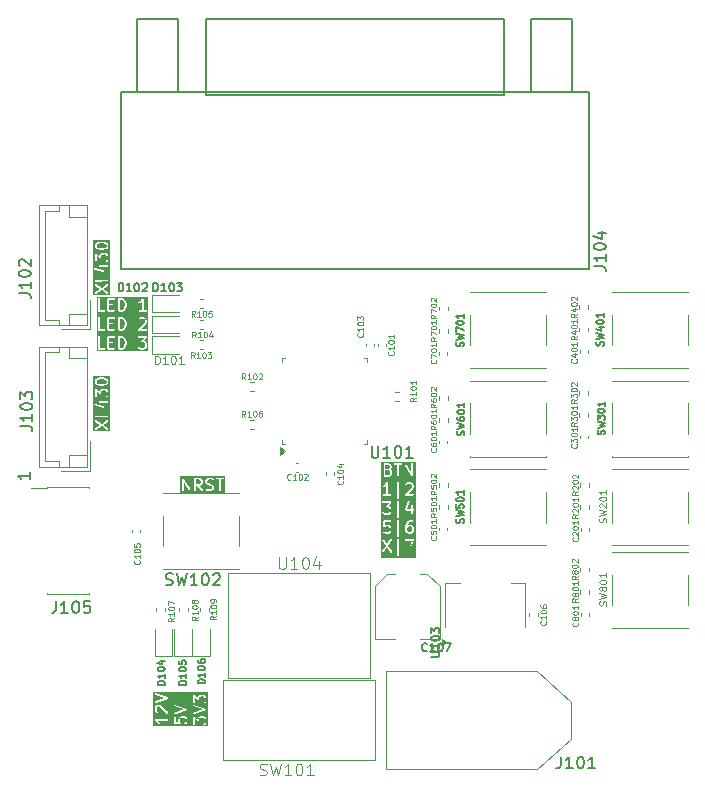
<source format=gbr>
%TF.GenerationSoftware,KiCad,Pcbnew,8.0.0-8.0.0-1~ubuntu22.04.1*%
%TF.CreationDate,2024-03-31T18:51:45+02:00*%
%TF.ProjectId,ProjetCorps,50726f6a-6574-4436-9f72-70732e6b6963,rev?*%
%TF.SameCoordinates,Original*%
%TF.FileFunction,Legend,Top*%
%TF.FilePolarity,Positive*%
%FSLAX46Y46*%
G04 Gerber Fmt 4.6, Leading zero omitted, Abs format (unit mm)*
G04 Created by KiCad (PCBNEW 8.0.0-8.0.0-1~ubuntu22.04.1) date 2024-03-31 18:51:45*
%MOMM*%
%LPD*%
G01*
G04 APERTURE LIST*
%ADD10C,0.150000*%
%ADD11C,0.125000*%
%ADD12C,0.100000*%
%ADD13C,0.120000*%
%ADD14C,0.152400*%
G04 APERTURE END LIST*
D10*
X107469819Y-77039411D02*
X107469819Y-77610839D01*
X107469819Y-77325125D02*
X106469819Y-77325125D01*
X106469819Y-77325125D02*
X106612676Y-77420363D01*
X106612676Y-77420363D02*
X106707914Y-77515601D01*
X106707914Y-77515601D02*
X106755533Y-77610839D01*
G36*
X139796453Y-81647879D02*
G01*
X139827780Y-81678123D01*
X139863183Y-81746874D01*
X139864339Y-81949610D01*
X139831043Y-82018231D01*
X139800797Y-82049560D01*
X139732007Y-82084984D01*
X139576838Y-82086074D01*
X139508309Y-82052823D01*
X139476982Y-82022577D01*
X139441610Y-81953889D01*
X139440868Y-81750171D01*
X139473719Y-81682468D01*
X139503963Y-81651141D01*
X139572754Y-81615717D01*
X139727923Y-81614627D01*
X139796453Y-81647879D01*
G37*
G36*
X137967785Y-76917790D02*
G01*
X137994446Y-76943529D01*
X138029904Y-77012386D01*
X138030889Y-77120018D01*
X137997709Y-77188399D01*
X137967463Y-77219728D01*
X137898776Y-77255099D01*
X137608228Y-77256157D01*
X137607695Y-76880925D01*
X137850779Y-76879918D01*
X137967785Y-76917790D01*
G37*
G36*
X137915500Y-76437095D02*
G01*
X137946827Y-76467339D01*
X137982349Y-76536320D01*
X137983138Y-76596481D01*
X137950090Y-76664590D01*
X137919845Y-76695918D01*
X137851142Y-76731297D01*
X137607484Y-76732306D01*
X137607018Y-76404737D01*
X137846768Y-76403744D01*
X137915500Y-76437095D01*
G37*
G36*
X140170557Y-84287822D02*
G01*
X137228175Y-84287822D01*
X137228175Y-83769898D01*
X137339286Y-83769898D01*
X137345025Y-83798592D01*
X137361308Y-83822907D01*
X137385657Y-83839140D01*
X137414365Y-83844819D01*
X137443059Y-83839080D01*
X137467374Y-83822797D01*
X137476690Y-83811421D01*
X137747777Y-83403743D01*
X138027864Y-83822797D01*
X138052179Y-83839080D01*
X138080873Y-83844819D01*
X138109581Y-83839140D01*
X138133930Y-83822907D01*
X138150213Y-83798592D01*
X138155952Y-83769898D01*
X138150273Y-83741190D01*
X138143356Y-83728216D01*
X137836902Y-83269713D01*
X138150273Y-82798448D01*
X138155952Y-82769740D01*
X138150213Y-82741046D01*
X138133930Y-82716731D01*
X138109581Y-82700498D01*
X138080873Y-82694819D01*
X138052179Y-82700558D01*
X138027864Y-82716841D01*
X138018548Y-82728217D01*
X137747460Y-83135894D01*
X137467374Y-82716841D01*
X137443059Y-82700558D01*
X137414365Y-82694819D01*
X137385657Y-82700498D01*
X137361308Y-82716731D01*
X137345025Y-82741046D01*
X137339286Y-82769740D01*
X137344965Y-82798448D01*
X137351882Y-82811421D01*
X137658335Y-83269924D01*
X137344965Y-83741190D01*
X137339286Y-83769898D01*
X137228175Y-83769898D01*
X137228175Y-82674580D01*
X138625000Y-82674580D01*
X138626441Y-84117784D01*
X138637640Y-84144820D01*
X138658332Y-84165512D01*
X138685368Y-84176711D01*
X138714632Y-84176711D01*
X138741668Y-84165512D01*
X138762360Y-84144820D01*
X138773559Y-84117784D01*
X138775000Y-84103152D01*
X138773683Y-82784451D01*
X139245489Y-82784451D01*
X139256688Y-82811487D01*
X139277380Y-82832179D01*
X139304416Y-82843378D01*
X139319048Y-82844819D01*
X139872635Y-82843648D01*
X139483768Y-83754292D01*
X139483411Y-83783553D01*
X139494279Y-83810723D01*
X139514718Y-83831667D01*
X139541616Y-83843194D01*
X139570877Y-83843551D01*
X139598047Y-83832683D01*
X139618991Y-83812244D01*
X139626079Y-83799363D01*
X140047816Y-82811744D01*
X140048074Y-82811487D01*
X140052845Y-82799968D01*
X140059089Y-82785347D01*
X140059094Y-82784881D01*
X140059273Y-82784451D01*
X140059273Y-82770265D01*
X140059446Y-82756085D01*
X140059273Y-82755652D01*
X140059273Y-82755187D01*
X140053851Y-82742097D01*
X140048578Y-82728915D01*
X140048252Y-82728581D01*
X140048074Y-82728151D01*
X140038034Y-82718111D01*
X140028139Y-82707972D01*
X140027711Y-82707788D01*
X140027382Y-82707459D01*
X140014247Y-82702018D01*
X140001241Y-82696444D01*
X140000776Y-82696438D01*
X140000346Y-82696260D01*
X139985714Y-82694819D01*
X139304416Y-82696260D01*
X139277380Y-82707459D01*
X139256688Y-82728151D01*
X139245489Y-82755187D01*
X139245489Y-82784451D01*
X138773683Y-82784451D01*
X138773559Y-82659948D01*
X138762360Y-82632912D01*
X138741668Y-82612220D01*
X138714632Y-82601021D01*
X138685368Y-82601021D01*
X138658332Y-82612220D01*
X138637640Y-82632912D01*
X138626441Y-82659948D01*
X138625000Y-82674580D01*
X137228175Y-82674580D01*
X137228175Y-81643305D01*
X137387255Y-81643305D01*
X137388346Y-81646920D01*
X137388346Y-81650696D01*
X137392540Y-81660821D01*
X137395708Y-81671321D01*
X137398099Y-81674244D01*
X137399545Y-81677733D01*
X137407298Y-81685486D01*
X137414239Y-81693969D01*
X137417565Y-81695753D01*
X137420237Y-81698425D01*
X137430364Y-81702620D01*
X137440026Y-81707803D01*
X137443785Y-81708178D01*
X137447274Y-81709624D01*
X137458235Y-81709624D01*
X137469145Y-81710715D01*
X137472761Y-81709624D01*
X137476536Y-81709624D01*
X137486661Y-81705429D01*
X137497161Y-81702262D01*
X137500084Y-81699870D01*
X137503573Y-81698425D01*
X137514938Y-81689098D01*
X137551582Y-81651141D01*
X137620333Y-81615738D01*
X137823069Y-81614582D01*
X137891691Y-81647879D01*
X137923018Y-81678123D01*
X137958421Y-81746874D01*
X137959577Y-81949610D01*
X137926281Y-82018231D01*
X137896035Y-82049560D01*
X137827285Y-82084963D01*
X137624549Y-82086119D01*
X137555928Y-82052823D01*
X137503573Y-82002276D01*
X137476537Y-81991077D01*
X137447274Y-81991077D01*
X137420238Y-82002275D01*
X137399545Y-82022968D01*
X137388346Y-82050004D01*
X137388346Y-82079267D01*
X137399544Y-82106303D01*
X137408871Y-82117668D01*
X137457906Y-82165009D01*
X137463540Y-82171506D01*
X137466685Y-82173485D01*
X137467856Y-82174616D01*
X137469683Y-82175373D01*
X137475983Y-82179338D01*
X137561872Y-82221013D01*
X137563094Y-82222235D01*
X137571953Y-82225904D01*
X137584952Y-82232212D01*
X137587641Y-82232403D01*
X137590130Y-82233434D01*
X137604762Y-82234875D01*
X137831366Y-82233582D01*
X137833476Y-82234286D01*
X137844418Y-82233508D01*
X137857489Y-82233434D01*
X137859978Y-82232402D01*
X137862666Y-82232212D01*
X137876398Y-82226957D01*
X137970952Y-82178265D01*
X137979763Y-82174616D01*
X137982665Y-82172233D01*
X137984079Y-82171506D01*
X137985379Y-82170006D01*
X137991129Y-82165288D01*
X138038470Y-82116251D01*
X138044964Y-82110620D01*
X138046943Y-82107474D01*
X138048075Y-82106303D01*
X138048832Y-82104473D01*
X138052796Y-82098177D01*
X138094471Y-82012287D01*
X138095693Y-82011066D01*
X138099362Y-82002206D01*
X138105670Y-81989208D01*
X138105861Y-81986518D01*
X138106892Y-81984030D01*
X138108333Y-81969398D01*
X138107040Y-81742792D01*
X138107744Y-81740683D01*
X138106966Y-81729740D01*
X138106892Y-81716671D01*
X138105861Y-81714182D01*
X138105670Y-81711493D01*
X138100415Y-81697762D01*
X138051723Y-81603207D01*
X138048074Y-81594397D01*
X138045691Y-81591494D01*
X138044964Y-81590081D01*
X138043465Y-81588781D01*
X138038747Y-81583032D01*
X137989711Y-81535690D01*
X137984079Y-81529196D01*
X137980933Y-81527216D01*
X137979763Y-81526086D01*
X137977935Y-81525328D01*
X137971636Y-81521364D01*
X137885747Y-81479689D01*
X137884525Y-81478467D01*
X137875659Y-81474794D01*
X137862666Y-81468490D01*
X137859978Y-81468299D01*
X137857489Y-81467268D01*
X137842857Y-81465827D01*
X137616251Y-81467119D01*
X137614142Y-81466416D01*
X137603199Y-81467193D01*
X137590130Y-81467268D01*
X137587641Y-81468298D01*
X137584952Y-81468490D01*
X137571221Y-81473745D01*
X137552052Y-81483615D01*
X137576211Y-81234679D01*
X138000346Y-81233434D01*
X138027382Y-81222235D01*
X138048074Y-81201543D01*
X138059273Y-81174507D01*
X138059273Y-81145243D01*
X138048074Y-81118207D01*
X138027382Y-81097515D01*
X138000346Y-81086316D01*
X137985714Y-81084875D01*
X137512671Y-81086263D01*
X137502284Y-81085225D01*
X137498705Y-81086304D01*
X137494892Y-81086316D01*
X137484765Y-81090510D01*
X137474268Y-81093678D01*
X137471344Y-81096069D01*
X137467856Y-81097515D01*
X137460102Y-81105268D01*
X137451620Y-81112209D01*
X137449835Y-81115535D01*
X137447164Y-81118207D01*
X137442968Y-81128336D01*
X137437786Y-81137996D01*
X137436678Y-81143520D01*
X137435965Y-81145243D01*
X137435965Y-81147079D01*
X137434896Y-81152412D01*
X137389693Y-81618181D01*
X137388346Y-81621434D01*
X137388346Y-81632063D01*
X137387255Y-81643305D01*
X137228175Y-81643305D01*
X137228175Y-81064636D01*
X138625000Y-81064636D01*
X138626441Y-82507840D01*
X138637640Y-82534876D01*
X138658332Y-82555568D01*
X138685368Y-82566767D01*
X138714632Y-82566767D01*
X138741668Y-82555568D01*
X138762360Y-82534876D01*
X138773559Y-82507840D01*
X138775000Y-82493208D01*
X138774097Y-81588446D01*
X139291667Y-81588446D01*
X139293012Y-81957748D01*
X139292256Y-81960017D01*
X139293061Y-81971358D01*
X139293108Y-81984030D01*
X139294139Y-81986519D01*
X139294330Y-81989207D01*
X139299585Y-82002939D01*
X139348275Y-82097491D01*
X139351925Y-82106303D01*
X139354308Y-82109207D01*
X139355036Y-82110620D01*
X139356534Y-82111919D01*
X139361252Y-82117668D01*
X139410287Y-82165009D01*
X139415921Y-82171506D01*
X139419066Y-82173485D01*
X139420237Y-82174616D01*
X139422064Y-82175373D01*
X139428364Y-82179338D01*
X139514253Y-82221013D01*
X139515475Y-82222235D01*
X139524334Y-82225904D01*
X139537333Y-82232212D01*
X139540022Y-82232403D01*
X139542511Y-82233434D01*
X139557143Y-82234875D01*
X139736230Y-82233616D01*
X139738238Y-82234286D01*
X139748910Y-82233527D01*
X139762251Y-82233434D01*
X139764740Y-82232402D01*
X139767428Y-82232212D01*
X139781160Y-82226957D01*
X139875714Y-82178265D01*
X139884525Y-82174616D01*
X139887427Y-82172233D01*
X139888841Y-82171506D01*
X139890141Y-82170006D01*
X139895891Y-82165288D01*
X139943232Y-82116251D01*
X139949726Y-82110620D01*
X139951705Y-82107474D01*
X139952837Y-82106303D01*
X139953594Y-82104473D01*
X139957558Y-82098177D01*
X139999233Y-82012287D01*
X140000455Y-82011066D01*
X140004124Y-82002206D01*
X140010432Y-81989208D01*
X140010623Y-81986518D01*
X140011654Y-81984030D01*
X140013095Y-81969398D01*
X140011802Y-81742792D01*
X140012506Y-81740683D01*
X140011728Y-81729740D01*
X140011654Y-81716671D01*
X140010623Y-81714182D01*
X140010432Y-81711493D01*
X140005177Y-81697762D01*
X139956485Y-81603207D01*
X139952836Y-81594397D01*
X139950453Y-81591494D01*
X139949726Y-81590081D01*
X139948227Y-81588781D01*
X139943509Y-81583032D01*
X139894473Y-81535690D01*
X139888841Y-81529196D01*
X139885695Y-81527216D01*
X139884525Y-81526086D01*
X139882697Y-81525328D01*
X139876398Y-81521364D01*
X139790509Y-81479689D01*
X139789287Y-81478467D01*
X139780421Y-81474794D01*
X139767428Y-81468490D01*
X139764740Y-81468299D01*
X139762251Y-81467268D01*
X139747619Y-81465827D01*
X139568530Y-81467085D01*
X139566523Y-81466416D01*
X139555850Y-81467174D01*
X139542511Y-81467268D01*
X139540022Y-81468298D01*
X139537333Y-81468490D01*
X139523602Y-81473745D01*
X139464270Y-81504297D01*
X139481919Y-81431595D01*
X139563458Y-81307212D01*
X139599201Y-81270189D01*
X139667992Y-81234765D01*
X139857489Y-81233434D01*
X139884525Y-81222235D01*
X139905217Y-81201543D01*
X139916416Y-81174507D01*
X139916416Y-81145243D01*
X139905217Y-81118207D01*
X139884525Y-81097515D01*
X139857489Y-81086316D01*
X139842857Y-81084875D01*
X139663768Y-81086133D01*
X139661761Y-81085464D01*
X139651088Y-81086222D01*
X139637749Y-81086316D01*
X139635260Y-81087346D01*
X139632571Y-81087538D01*
X139618840Y-81092793D01*
X139524285Y-81141484D01*
X139515475Y-81145134D01*
X139512572Y-81147516D01*
X139511159Y-81148244D01*
X139509859Y-81149742D01*
X139504110Y-81154461D01*
X139461096Y-81199014D01*
X139456436Y-81202135D01*
X139447224Y-81213381D01*
X139447164Y-81213445D01*
X139447154Y-81213467D01*
X139447120Y-81213510D01*
X139352772Y-81357430D01*
X139346472Y-81365934D01*
X139345601Y-81368369D01*
X139344965Y-81369341D01*
X139344605Y-81371157D01*
X139341525Y-81379780D01*
X139296284Y-81566145D01*
X139293108Y-81573814D01*
X139292210Y-81582928D01*
X139291756Y-81584800D01*
X139291918Y-81585892D01*
X139291667Y-81588446D01*
X138774097Y-81588446D01*
X138773559Y-81050004D01*
X138762360Y-81022968D01*
X138741668Y-81002276D01*
X138714632Y-80991077D01*
X138685368Y-80991077D01*
X138658332Y-81002276D01*
X138637640Y-81022968D01*
X138626441Y-81050004D01*
X138625000Y-81064636D01*
X137228175Y-81064636D01*
X137228175Y-80469323D01*
X137340727Y-80469323D01*
X137351925Y-80496359D01*
X137361252Y-80507724D01*
X137410287Y-80555065D01*
X137415921Y-80561562D01*
X137419066Y-80563541D01*
X137420237Y-80564672D01*
X137422064Y-80565429D01*
X137428364Y-80569394D01*
X137514253Y-80611069D01*
X137515475Y-80612291D01*
X137524334Y-80615960D01*
X137537333Y-80622268D01*
X137540022Y-80622459D01*
X137542511Y-80623490D01*
X137557143Y-80624931D01*
X137831297Y-80623615D01*
X137833476Y-80624342D01*
X137844596Y-80623551D01*
X137857489Y-80623490D01*
X137859978Y-80622458D01*
X137862666Y-80622268D01*
X137876398Y-80617013D01*
X137970952Y-80568321D01*
X137979763Y-80564672D01*
X137982665Y-80562289D01*
X137984079Y-80561562D01*
X137985379Y-80560062D01*
X137991129Y-80555344D01*
X138038470Y-80506307D01*
X138044964Y-80500676D01*
X138046943Y-80497530D01*
X138048075Y-80496359D01*
X138048832Y-80494529D01*
X138052796Y-80488233D01*
X138094471Y-80402343D01*
X138095693Y-80401122D01*
X138099362Y-80392262D01*
X138105670Y-80379264D01*
X138105861Y-80376574D01*
X138106892Y-80374086D01*
X138108333Y-80359454D01*
X138107040Y-80132848D01*
X138107744Y-80130739D01*
X138106966Y-80119796D01*
X138106892Y-80106727D01*
X138105861Y-80104238D01*
X138105670Y-80101549D01*
X138100415Y-80087818D01*
X138051723Y-79993263D01*
X138048074Y-79984453D01*
X138045691Y-79981550D01*
X138044964Y-79980137D01*
X138043465Y-79978837D01*
X138038747Y-79973088D01*
X137989711Y-79925746D01*
X137984079Y-79919252D01*
X137980933Y-79917272D01*
X137979763Y-79916142D01*
X137977935Y-79915384D01*
X137971636Y-79911420D01*
X137885747Y-79869745D01*
X137884525Y-79868523D01*
X137875659Y-79864850D01*
X137862666Y-79858546D01*
X137862377Y-79858525D01*
X138087560Y-79599731D01*
X138095693Y-79591599D01*
X138096652Y-79589282D01*
X138098327Y-79587358D01*
X138102228Y-79575820D01*
X138106892Y-79564563D01*
X138106892Y-79562032D01*
X138107702Y-79559637D01*
X138106892Y-79547483D01*
X138106892Y-79535299D01*
X138105924Y-79532962D01*
X138105756Y-79530439D01*
X138100353Y-79519513D01*
X138095693Y-79508263D01*
X138093906Y-79506476D01*
X138092784Y-79504207D01*
X138083611Y-79496181D01*
X138075001Y-79487571D01*
X138072664Y-79486602D01*
X138070760Y-79484937D01*
X138059222Y-79481035D01*
X138047965Y-79476372D01*
X138044394Y-79476020D01*
X138043039Y-79475562D01*
X138041071Y-79475693D01*
X138033333Y-79474931D01*
X137399654Y-79476372D01*
X137372618Y-79487571D01*
X137351926Y-79508263D01*
X137340727Y-79535299D01*
X137340727Y-79564563D01*
X137351926Y-79591599D01*
X137372618Y-79612291D01*
X137399654Y-79623490D01*
X137414286Y-79624931D01*
X137869557Y-79623895D01*
X137645772Y-79881082D01*
X137637640Y-79889215D01*
X137636680Y-79891531D01*
X137635006Y-79893456D01*
X137631104Y-79904993D01*
X137626441Y-79916251D01*
X137626441Y-79918781D01*
X137625631Y-79921177D01*
X137626441Y-79933330D01*
X137626441Y-79945515D01*
X137627408Y-79947851D01*
X137627577Y-79950375D01*
X137632979Y-79961300D01*
X137637640Y-79972551D01*
X137639426Y-79974337D01*
X137640549Y-79976607D01*
X137649721Y-79984632D01*
X137658332Y-79993243D01*
X137660668Y-79994211D01*
X137662573Y-79995877D01*
X137674110Y-79999778D01*
X137685368Y-80004442D01*
X137688938Y-80004793D01*
X137690294Y-80005252D01*
X137692261Y-80005120D01*
X137700000Y-80005883D01*
X137823309Y-80004754D01*
X137891691Y-80037935D01*
X137923018Y-80068179D01*
X137958421Y-80136930D01*
X137959577Y-80339666D01*
X137926281Y-80408287D01*
X137896035Y-80439616D01*
X137827313Y-80475005D01*
X137576994Y-80476206D01*
X137508309Y-80442879D01*
X137455954Y-80392332D01*
X137428918Y-80381133D01*
X137399655Y-80381133D01*
X137372619Y-80392331D01*
X137351926Y-80413024D01*
X137340727Y-80440060D01*
X137340727Y-80469323D01*
X137228175Y-80469323D01*
X137228175Y-79454692D01*
X138625000Y-79454692D01*
X138626441Y-80897896D01*
X138637640Y-80924932D01*
X138658332Y-80945624D01*
X138685368Y-80956823D01*
X138714632Y-80956823D01*
X138741668Y-80945624D01*
X138762360Y-80924932D01*
X138773559Y-80897896D01*
X138775000Y-80883264D01*
X138774325Y-80207217D01*
X139292256Y-80207217D01*
X139293108Y-80219202D01*
X139293108Y-80231229D01*
X139294140Y-80233720D01*
X139294331Y-80236407D01*
X139299705Y-80247156D01*
X139304307Y-80258265D01*
X139306212Y-80260170D01*
X139307417Y-80262580D01*
X139316499Y-80270457D01*
X139324999Y-80278957D01*
X139327487Y-80279987D01*
X139329524Y-80281754D01*
X139340927Y-80285555D01*
X139352035Y-80290156D01*
X139355861Y-80290532D01*
X139357287Y-80291008D01*
X139359261Y-80290867D01*
X139366667Y-80291597D01*
X139768718Y-80290682D01*
X139769298Y-80564563D01*
X139780497Y-80591599D01*
X139801189Y-80612291D01*
X139828225Y-80623490D01*
X139857489Y-80623490D01*
X139884525Y-80612291D01*
X139905217Y-80591599D01*
X139916416Y-80564563D01*
X139917857Y-80549931D01*
X139917307Y-80290344D01*
X140000346Y-80290156D01*
X140027382Y-80278957D01*
X140048074Y-80258265D01*
X140059273Y-80231229D01*
X140059273Y-80201965D01*
X140048074Y-80174929D01*
X140027382Y-80154237D01*
X140000346Y-80143038D01*
X139985714Y-80141597D01*
X139916993Y-80141753D01*
X139916416Y-79868632D01*
X139905217Y-79841596D01*
X139884525Y-79820904D01*
X139857489Y-79809705D01*
X139828225Y-79809705D01*
X139801189Y-79820904D01*
X139780497Y-79841596D01*
X139769298Y-79868632D01*
X139767857Y-79883264D01*
X139768404Y-80142091D01*
X139470129Y-80142769D01*
X139679173Y-79511693D01*
X139677098Y-79482503D01*
X139664012Y-79456329D01*
X139641904Y-79437155D01*
X139614142Y-79427901D01*
X139584952Y-79429976D01*
X139558779Y-79443063D01*
X139539605Y-79465170D01*
X139533611Y-79478595D01*
X139297539Y-80191266D01*
X139293108Y-80201965D01*
X139293108Y-80204644D01*
X139292256Y-80207217D01*
X138774325Y-80207217D01*
X138773559Y-79440060D01*
X138762360Y-79413024D01*
X138741668Y-79392332D01*
X138714632Y-79381133D01*
X138685368Y-79381133D01*
X138658332Y-79392332D01*
X138637640Y-79413024D01*
X138626441Y-79440060D01*
X138625000Y-79454692D01*
X137228175Y-79454692D01*
X137228175Y-78216320D01*
X137387494Y-78216320D01*
X137389568Y-78245510D01*
X137402655Y-78271685D01*
X137424763Y-78290858D01*
X137452524Y-78300112D01*
X137481714Y-78298038D01*
X137495446Y-78292783D01*
X137590002Y-78244090D01*
X137598811Y-78240442D01*
X137601713Y-78238059D01*
X137603127Y-78237332D01*
X137604426Y-78235833D01*
X137610176Y-78231115D01*
X137672941Y-78167126D01*
X137673933Y-78865870D01*
X137447273Y-78866428D01*
X137420237Y-78877627D01*
X137399545Y-78898319D01*
X137388346Y-78925355D01*
X137388346Y-78954619D01*
X137399545Y-78981655D01*
X137420237Y-79002347D01*
X137447273Y-79013546D01*
X137461905Y-79014987D01*
X138047965Y-79013546D01*
X138075001Y-79002347D01*
X138095693Y-78981655D01*
X138106892Y-78954619D01*
X138106892Y-78925355D01*
X138095693Y-78898319D01*
X138075001Y-78877627D01*
X138047965Y-78866428D01*
X138033333Y-78864987D01*
X137822513Y-78865505D01*
X137821208Y-77947036D01*
X137822619Y-77939908D01*
X137821188Y-77932755D01*
X137821178Y-77925355D01*
X137818336Y-77918494D01*
X137816880Y-77911213D01*
X137812790Y-77905106D01*
X137809979Y-77898319D01*
X137804730Y-77893070D01*
X137800597Y-77886898D01*
X137794480Y-77882820D01*
X137789287Y-77877627D01*
X137782427Y-77874785D01*
X137776248Y-77870666D01*
X137769039Y-77869240D01*
X137762251Y-77866428D01*
X137754824Y-77866428D01*
X137747540Y-77864987D01*
X137740335Y-77866428D01*
X137732987Y-77866428D01*
X137726126Y-77869269D01*
X137718846Y-77870726D01*
X137712740Y-77874814D01*
X137705951Y-77877627D01*
X137700700Y-77882877D01*
X137694531Y-77887009D01*
X137685310Y-77898267D01*
X137685259Y-77898319D01*
X137685249Y-77898341D01*
X137685215Y-77898384D01*
X137598473Y-78030702D01*
X137515739Y-78115048D01*
X137415921Y-78166451D01*
X137396748Y-78188559D01*
X137387494Y-78216320D01*
X137228175Y-78216320D01*
X137228175Y-77844748D01*
X138625000Y-77844748D01*
X138626441Y-79287952D01*
X138637640Y-79314988D01*
X138658332Y-79335680D01*
X138685368Y-79346879D01*
X138714632Y-79346879D01*
X138741668Y-79335680D01*
X138762360Y-79314988D01*
X138773559Y-79287952D01*
X138775000Y-79273320D01*
X138774682Y-78954619D01*
X139245489Y-78954619D01*
X139256688Y-78981655D01*
X139277380Y-79002347D01*
X139304416Y-79013546D01*
X139319048Y-79014987D01*
X139952727Y-79013546D01*
X139979763Y-79002347D01*
X140000455Y-78981655D01*
X140011654Y-78954619D01*
X140011654Y-78925355D01*
X140000455Y-78898319D01*
X139979763Y-78877627D01*
X139952727Y-78866428D01*
X139938095Y-78864987D01*
X139498670Y-78865986D01*
X139934182Y-78428946D01*
X139936459Y-78427808D01*
X139944130Y-78418963D01*
X139952837Y-78410226D01*
X139953868Y-78407735D01*
X139955633Y-78405701D01*
X139961627Y-78392275D01*
X140007776Y-78249693D01*
X140011654Y-78240333D01*
X140012024Y-78236569D01*
X140012506Y-78235082D01*
X140012365Y-78233107D01*
X140013095Y-78225701D01*
X140011989Y-78141393D01*
X140012506Y-78139843D01*
X140011847Y-78130572D01*
X140011654Y-78115831D01*
X140010623Y-78113342D01*
X140010432Y-78110653D01*
X140005177Y-78096922D01*
X139956485Y-78002367D01*
X139952836Y-77993557D01*
X139950453Y-77990654D01*
X139949726Y-77989241D01*
X139948227Y-77987941D01*
X139943509Y-77982192D01*
X139894473Y-77934850D01*
X139888841Y-77928356D01*
X139885695Y-77926376D01*
X139884525Y-77925246D01*
X139882697Y-77924488D01*
X139876398Y-77920524D01*
X139790509Y-77878849D01*
X139789287Y-77877627D01*
X139780421Y-77873954D01*
X139767428Y-77867650D01*
X139764740Y-77867459D01*
X139762251Y-77866428D01*
X139747619Y-77864987D01*
X139521013Y-77866279D01*
X139518904Y-77865576D01*
X139507961Y-77866353D01*
X139494892Y-77866428D01*
X139492403Y-77867458D01*
X139489714Y-77867650D01*
X139475983Y-77872905D01*
X139381428Y-77921596D01*
X139372618Y-77925246D01*
X139369715Y-77927628D01*
X139368302Y-77928356D01*
X139367002Y-77929854D01*
X139361253Y-77934573D01*
X139304307Y-77993557D01*
X139293108Y-78020594D01*
X139293108Y-78049856D01*
X139304307Y-78076893D01*
X139324999Y-78097585D01*
X139352036Y-78108784D01*
X139381298Y-78108784D01*
X139408335Y-78097585D01*
X139419700Y-78088258D01*
X139456344Y-78050301D01*
X139525095Y-78014898D01*
X139727831Y-78013742D01*
X139796453Y-78047039D01*
X139827780Y-78077283D01*
X139863302Y-78146264D01*
X139864146Y-78210627D01*
X139826707Y-78326298D01*
X139256688Y-78898319D01*
X139245489Y-78925355D01*
X139245489Y-78954619D01*
X138774682Y-78954619D01*
X138773559Y-77830116D01*
X138762360Y-77803080D01*
X138741668Y-77782388D01*
X138714632Y-77771189D01*
X138685368Y-77771189D01*
X138658332Y-77782388D01*
X138637640Y-77803080D01*
X138626441Y-77830116D01*
X138625000Y-77844748D01*
X137228175Y-77844748D01*
X137228175Y-76330043D01*
X137458333Y-76330043D01*
X137459774Y-77344675D01*
X137470973Y-77371711D01*
X137491665Y-77392403D01*
X137518701Y-77403602D01*
X137533333Y-77405043D01*
X137902635Y-77403697D01*
X137904904Y-77404454D01*
X137916245Y-77403648D01*
X137928917Y-77403602D01*
X137931406Y-77402570D01*
X137934094Y-77402380D01*
X137947826Y-77397125D01*
X138042380Y-77348433D01*
X138051191Y-77344784D01*
X138054093Y-77342401D01*
X138055507Y-77341674D01*
X138056807Y-77340174D01*
X138062557Y-77335456D01*
X138109898Y-77286419D01*
X138116392Y-77280788D01*
X138118371Y-77277642D01*
X138119503Y-77276471D01*
X138120260Y-77274641D01*
X138124224Y-77268345D01*
X138165899Y-77182455D01*
X138167121Y-77181234D01*
X138170790Y-77172374D01*
X138177098Y-77159376D01*
X138177289Y-77156686D01*
X138178320Y-77154198D01*
X138179761Y-77139566D01*
X138178556Y-77007935D01*
X138179172Y-77006089D01*
X138178446Y-76995874D01*
X138178320Y-76982077D01*
X138177289Y-76979588D01*
X138177098Y-76976899D01*
X138171843Y-76963168D01*
X138123151Y-76868613D01*
X138119502Y-76859803D01*
X138117119Y-76856900D01*
X138116392Y-76855487D01*
X138114893Y-76854187D01*
X138110175Y-76848438D01*
X138069348Y-76809022D01*
X138068772Y-76807869D01*
X138062692Y-76802595D01*
X138051191Y-76791492D01*
X138048700Y-76790460D01*
X138046665Y-76788695D01*
X138039978Y-76785709D01*
X138062278Y-76762611D01*
X138068773Y-76756979D01*
X138070752Y-76753833D01*
X138071883Y-76752663D01*
X138072640Y-76750835D01*
X138076605Y-76744536D01*
X138118280Y-76658646D01*
X138119502Y-76657425D01*
X138123171Y-76648565D01*
X138129479Y-76635567D01*
X138129670Y-76632877D01*
X138130701Y-76630389D01*
X138132142Y-76615757D01*
X138131036Y-76531449D01*
X138131553Y-76529899D01*
X138130894Y-76520628D01*
X138130701Y-76505887D01*
X138129670Y-76503398D01*
X138129479Y-76500709D01*
X138124224Y-76486978D01*
X138075532Y-76392423D01*
X138071883Y-76383613D01*
X138069500Y-76380710D01*
X138068773Y-76379297D01*
X138067274Y-76377997D01*
X138062556Y-76372248D01*
X138033996Y-76344675D01*
X138316917Y-76344675D01*
X138328116Y-76371711D01*
X138348808Y-76392403D01*
X138375844Y-76403602D01*
X138390476Y-76405043D01*
X138601295Y-76404524D01*
X138602631Y-77344675D01*
X138613830Y-77371711D01*
X138634522Y-77392403D01*
X138661558Y-77403602D01*
X138690822Y-77403602D01*
X138717858Y-77392403D01*
X138738550Y-77371711D01*
X138749749Y-77344675D01*
X138751190Y-77330043D01*
X138749875Y-76404159D01*
X138976536Y-76403602D01*
X139003572Y-76392403D01*
X139024264Y-76371711D01*
X139035463Y-76344675D01*
X139035463Y-76330043D01*
X139220238Y-76330043D01*
X139221679Y-77344675D01*
X139232878Y-77371711D01*
X139253570Y-77392403D01*
X139280606Y-77403602D01*
X139309870Y-77403602D01*
X139336906Y-77392403D01*
X139357598Y-77371711D01*
X139368797Y-77344675D01*
X139370238Y-77330043D01*
X139369215Y-76609973D01*
X139800562Y-77362672D01*
X139804306Y-77371711D01*
X139807668Y-77375073D01*
X139810058Y-77379243D01*
X139817946Y-77385351D01*
X139824998Y-77392403D01*
X139829416Y-77394233D01*
X139833196Y-77397160D01*
X139842817Y-77399784D01*
X139852034Y-77403602D01*
X139856815Y-77403602D01*
X139861427Y-77404860D01*
X139871324Y-77403602D01*
X139881298Y-77403602D01*
X139885713Y-77401772D01*
X139890457Y-77401170D01*
X139899121Y-77396219D01*
X139908334Y-77392403D01*
X139911712Y-77389024D01*
X139915866Y-77386651D01*
X139921975Y-77378761D01*
X139929026Y-77371711D01*
X139930855Y-77367294D01*
X139933783Y-77363514D01*
X139936407Y-77353890D01*
X139940225Y-77344675D01*
X139940961Y-77337192D01*
X139941483Y-77335282D01*
X139941295Y-77333806D01*
X139941666Y-77330043D01*
X139940225Y-76315411D01*
X139929026Y-76288375D01*
X139908334Y-76267683D01*
X139881298Y-76256484D01*
X139852034Y-76256484D01*
X139824998Y-76267683D01*
X139804306Y-76288375D01*
X139793107Y-76315411D01*
X139791666Y-76330043D01*
X139792688Y-77050112D01*
X139361341Y-76297413D01*
X139357598Y-76288375D01*
X139354235Y-76285012D01*
X139351846Y-76280843D01*
X139343956Y-76274733D01*
X139336906Y-76267683D01*
X139332489Y-76265853D01*
X139328709Y-76262926D01*
X139319085Y-76260301D01*
X139309870Y-76256484D01*
X139305089Y-76256484D01*
X139300477Y-76255226D01*
X139290580Y-76256484D01*
X139280606Y-76256484D01*
X139276190Y-76258313D01*
X139271447Y-76258916D01*
X139262782Y-76263866D01*
X139253570Y-76267683D01*
X139250191Y-76271061D01*
X139246038Y-76273435D01*
X139239928Y-76281324D01*
X139232878Y-76288375D01*
X139231048Y-76292791D01*
X139228121Y-76296572D01*
X139225496Y-76306195D01*
X139221679Y-76315411D01*
X139220942Y-76322893D01*
X139220421Y-76324804D01*
X139220608Y-76326279D01*
X139220238Y-76330043D01*
X139035463Y-76330043D01*
X139035463Y-76315411D01*
X139024264Y-76288375D01*
X139003572Y-76267683D01*
X138976536Y-76256484D01*
X138961904Y-76255043D01*
X138375844Y-76256484D01*
X138348808Y-76267683D01*
X138328116Y-76288375D01*
X138316917Y-76315411D01*
X138316917Y-76344675D01*
X138033996Y-76344675D01*
X138013520Y-76324906D01*
X138007888Y-76318412D01*
X138004742Y-76316432D01*
X138003572Y-76315302D01*
X138001744Y-76314544D01*
X137995445Y-76310580D01*
X137909556Y-76268905D01*
X137908334Y-76267683D01*
X137899468Y-76264010D01*
X137886475Y-76257706D01*
X137883787Y-76257515D01*
X137881298Y-76256484D01*
X137866666Y-76255043D01*
X137518701Y-76256484D01*
X137491665Y-76267683D01*
X137470973Y-76288375D01*
X137459774Y-76315411D01*
X137458333Y-76330043D01*
X137228175Y-76330043D01*
X137228175Y-76143932D01*
X140170557Y-76143932D01*
X140170557Y-84287822D01*
G37*
G36*
X115390013Y-65687030D02*
G01*
X115464222Y-65759820D01*
X115502913Y-65834955D01*
X115547531Y-66008385D01*
X115548673Y-66133157D01*
X115506647Y-66306280D01*
X115467922Y-66386090D01*
X115393645Y-66461816D01*
X115280566Y-66500607D01*
X115125959Y-66501489D01*
X115124750Y-65650138D01*
X115273417Y-65649291D01*
X115390013Y-65687030D01*
G37*
G36*
X115390013Y-64077086D02*
G01*
X115464222Y-64149876D01*
X115502913Y-64225011D01*
X115547531Y-64398441D01*
X115548673Y-64523213D01*
X115506647Y-64696336D01*
X115467922Y-64776146D01*
X115393645Y-64851872D01*
X115280566Y-64890663D01*
X115125959Y-64891545D01*
X115124750Y-64040194D01*
X115273417Y-64039347D01*
X115390013Y-64077086D01*
G37*
G36*
X115390013Y-62467142D02*
G01*
X115464222Y-62539932D01*
X115502913Y-62615067D01*
X115547531Y-62788497D01*
X115548673Y-62913269D01*
X115506647Y-63086392D01*
X115467922Y-63166202D01*
X115393645Y-63241928D01*
X115280566Y-63280719D01*
X115125959Y-63281601D01*
X115124750Y-62430250D01*
X115273417Y-62429403D01*
X115390013Y-62467142D01*
G37*
G36*
X117522890Y-66761670D02*
G01*
X113150668Y-66761670D01*
X113150668Y-65575559D01*
X113261779Y-65575559D01*
X113263220Y-66590191D01*
X113274419Y-66617227D01*
X113295111Y-66637919D01*
X113322147Y-66649118D01*
X113336779Y-66650559D01*
X113827601Y-66649118D01*
X113854637Y-66637919D01*
X113875329Y-66617227D01*
X113886528Y-66590191D01*
X113886528Y-66560927D01*
X113875329Y-66533891D01*
X113854637Y-66513199D01*
X113827601Y-66502000D01*
X113812969Y-66500559D01*
X113411674Y-66501737D01*
X113410359Y-65575559D01*
X114071303Y-65575559D01*
X114072744Y-66590191D01*
X114083943Y-66617227D01*
X114104635Y-66637919D01*
X114131671Y-66649118D01*
X114146303Y-66650559D01*
X114637125Y-66649118D01*
X114664161Y-66637919D01*
X114684853Y-66617227D01*
X114696052Y-66590191D01*
X114696052Y-66560927D01*
X114684853Y-66533891D01*
X114664161Y-66513199D01*
X114637125Y-66502000D01*
X114622493Y-66500559D01*
X114221198Y-66501737D01*
X114220665Y-66126441D01*
X114494268Y-66125308D01*
X114521304Y-66114109D01*
X114541996Y-66093417D01*
X114553195Y-66066381D01*
X114553195Y-66037117D01*
X114541996Y-66010081D01*
X114521304Y-65989389D01*
X114494268Y-65978190D01*
X114479636Y-65976749D01*
X114220454Y-65977822D01*
X114219988Y-65650342D01*
X114637125Y-65649118D01*
X114664161Y-65637919D01*
X114684853Y-65617227D01*
X114696052Y-65590191D01*
X114696052Y-65575559D01*
X114976065Y-65575559D01*
X114977506Y-66590191D01*
X114988705Y-66617227D01*
X115009397Y-66637919D01*
X115036433Y-66649118D01*
X115051065Y-66650559D01*
X115287834Y-66649208D01*
X115298540Y-66649970D01*
X115302248Y-66649126D01*
X115303792Y-66649118D01*
X115305623Y-66648359D01*
X115312877Y-66646710D01*
X115444667Y-66601499D01*
X115446649Y-66601499D01*
X115456201Y-66597542D01*
X115469159Y-66593097D01*
X115471194Y-66591331D01*
X115473685Y-66590300D01*
X115485050Y-66580973D01*
X115569425Y-66494951D01*
X116644173Y-66494951D01*
X116655371Y-66521987D01*
X116664698Y-66533352D01*
X116713733Y-66580693D01*
X116719367Y-66587190D01*
X116722512Y-66589169D01*
X116723683Y-66590300D01*
X116725510Y-66591057D01*
X116731810Y-66595022D01*
X116817699Y-66636697D01*
X116818921Y-66637919D01*
X116827780Y-66641588D01*
X116840779Y-66647896D01*
X116843468Y-66648087D01*
X116845957Y-66649118D01*
X116860589Y-66650559D01*
X117134743Y-66649243D01*
X117136922Y-66649970D01*
X117148042Y-66649179D01*
X117160935Y-66649118D01*
X117163424Y-66648086D01*
X117166112Y-66647896D01*
X117179844Y-66642641D01*
X117274398Y-66593949D01*
X117283209Y-66590300D01*
X117286111Y-66587917D01*
X117287525Y-66587190D01*
X117288825Y-66585690D01*
X117294575Y-66580972D01*
X117341916Y-66531935D01*
X117348410Y-66526304D01*
X117350389Y-66523158D01*
X117351521Y-66521987D01*
X117352278Y-66520157D01*
X117356242Y-66513861D01*
X117397917Y-66427971D01*
X117399139Y-66426750D01*
X117402808Y-66417890D01*
X117409116Y-66404892D01*
X117409307Y-66402202D01*
X117410338Y-66399714D01*
X117411779Y-66385082D01*
X117410486Y-66158476D01*
X117411190Y-66156367D01*
X117410412Y-66145424D01*
X117410338Y-66132355D01*
X117409307Y-66129866D01*
X117409116Y-66127177D01*
X117403861Y-66113446D01*
X117355169Y-66018891D01*
X117351520Y-66010081D01*
X117349137Y-66007178D01*
X117348410Y-66005765D01*
X117346911Y-66004465D01*
X117342193Y-65998716D01*
X117293157Y-65951374D01*
X117287525Y-65944880D01*
X117284379Y-65942900D01*
X117283209Y-65941770D01*
X117281381Y-65941012D01*
X117275082Y-65937048D01*
X117189193Y-65895373D01*
X117187971Y-65894151D01*
X117179105Y-65890478D01*
X117166112Y-65884174D01*
X117165823Y-65884153D01*
X117391006Y-65625359D01*
X117399139Y-65617227D01*
X117400098Y-65614910D01*
X117401773Y-65612986D01*
X117405674Y-65601448D01*
X117410338Y-65590191D01*
X117410338Y-65587660D01*
X117411148Y-65585265D01*
X117410338Y-65573111D01*
X117410338Y-65560927D01*
X117409370Y-65558590D01*
X117409202Y-65556067D01*
X117403799Y-65545141D01*
X117399139Y-65533891D01*
X117397352Y-65532104D01*
X117396230Y-65529835D01*
X117387057Y-65521809D01*
X117378447Y-65513199D01*
X117376110Y-65512230D01*
X117374206Y-65510565D01*
X117362668Y-65506663D01*
X117351411Y-65502000D01*
X117347840Y-65501648D01*
X117346485Y-65501190D01*
X117344517Y-65501321D01*
X117336779Y-65500559D01*
X116703100Y-65502000D01*
X116676064Y-65513199D01*
X116655372Y-65533891D01*
X116644173Y-65560927D01*
X116644173Y-65590191D01*
X116655372Y-65617227D01*
X116676064Y-65637919D01*
X116703100Y-65649118D01*
X116717732Y-65650559D01*
X117173003Y-65649523D01*
X116949218Y-65906710D01*
X116941086Y-65914843D01*
X116940126Y-65917159D01*
X116938452Y-65919084D01*
X116934550Y-65930621D01*
X116929887Y-65941879D01*
X116929887Y-65944409D01*
X116929077Y-65946805D01*
X116929887Y-65958958D01*
X116929887Y-65971143D01*
X116930854Y-65973479D01*
X116931023Y-65976003D01*
X116936425Y-65986928D01*
X116941086Y-65998179D01*
X116942872Y-65999965D01*
X116943995Y-66002235D01*
X116953167Y-66010260D01*
X116961778Y-66018871D01*
X116964114Y-66019839D01*
X116966019Y-66021505D01*
X116977556Y-66025406D01*
X116988814Y-66030070D01*
X116992384Y-66030421D01*
X116993740Y-66030880D01*
X116995707Y-66030748D01*
X117003446Y-66031511D01*
X117126755Y-66030382D01*
X117195137Y-66063563D01*
X117226464Y-66093807D01*
X117261867Y-66162558D01*
X117263023Y-66365294D01*
X117229727Y-66433915D01*
X117199481Y-66465244D01*
X117130759Y-66500633D01*
X116880440Y-66501834D01*
X116811755Y-66468507D01*
X116759400Y-66417960D01*
X116732364Y-66406761D01*
X116703101Y-66406761D01*
X116676065Y-66417959D01*
X116655372Y-66438652D01*
X116644173Y-66465688D01*
X116644173Y-66494951D01*
X115569425Y-66494951D01*
X115578982Y-66485208D01*
X115586505Y-66478685D01*
X115588517Y-66475488D01*
X115589616Y-66474368D01*
X115590373Y-66472538D01*
X115594337Y-66466242D01*
X115638605Y-66375009D01*
X115642688Y-66369499D01*
X115646623Y-66358483D01*
X115647211Y-66357273D01*
X115647249Y-66356732D01*
X115647635Y-66355653D01*
X115692875Y-66169287D01*
X115696052Y-66161619D01*
X115696949Y-66152504D01*
X115697404Y-66150633D01*
X115697241Y-66149540D01*
X115697493Y-66146987D01*
X115696225Y-66008407D01*
X115697404Y-66000484D01*
X115696069Y-65991459D01*
X115696052Y-65989498D01*
X115695629Y-65988476D01*
X115695254Y-65985940D01*
X115647736Y-65801241D01*
X115647211Y-65793844D01*
X115643007Y-65782861D01*
X115642688Y-65781618D01*
X115642365Y-65781182D01*
X115641956Y-65780113D01*
X115593267Y-65685563D01*
X115589616Y-65676748D01*
X115587231Y-65673842D01*
X115586505Y-65672432D01*
X115585008Y-65671133D01*
X115580288Y-65665383D01*
X115492117Y-65578898D01*
X115491266Y-65577195D01*
X115483623Y-65570566D01*
X115473685Y-65560818D01*
X115471194Y-65559786D01*
X115469159Y-65558021D01*
X115455734Y-65552027D01*
X115313155Y-65505878D01*
X115303792Y-65502000D01*
X115300026Y-65501629D01*
X115298540Y-65501148D01*
X115296565Y-65501288D01*
X115289160Y-65500559D01*
X115036433Y-65502000D01*
X115009397Y-65513199D01*
X114988705Y-65533891D01*
X114977506Y-65560927D01*
X114976065Y-65575559D01*
X114696052Y-65575559D01*
X114696052Y-65560927D01*
X114684853Y-65533891D01*
X114664161Y-65513199D01*
X114637125Y-65502000D01*
X114622493Y-65500559D01*
X114131671Y-65502000D01*
X114104635Y-65513199D01*
X114083943Y-65533891D01*
X114072744Y-65560927D01*
X114071303Y-65575559D01*
X113410359Y-65575559D01*
X113410338Y-65560927D01*
X113399139Y-65533891D01*
X113378447Y-65513199D01*
X113351411Y-65502000D01*
X113322147Y-65502000D01*
X113295111Y-65513199D01*
X113274419Y-65533891D01*
X113263220Y-65560927D01*
X113261779Y-65575559D01*
X113150668Y-65575559D01*
X113150668Y-63965615D01*
X113261779Y-63965615D01*
X113263220Y-64980247D01*
X113274419Y-65007283D01*
X113295111Y-65027975D01*
X113322147Y-65039174D01*
X113336779Y-65040615D01*
X113827601Y-65039174D01*
X113854637Y-65027975D01*
X113875329Y-65007283D01*
X113886528Y-64980247D01*
X113886528Y-64950983D01*
X113875329Y-64923947D01*
X113854637Y-64903255D01*
X113827601Y-64892056D01*
X113812969Y-64890615D01*
X113411674Y-64891793D01*
X113410359Y-63965615D01*
X114071303Y-63965615D01*
X114072744Y-64980247D01*
X114083943Y-65007283D01*
X114104635Y-65027975D01*
X114131671Y-65039174D01*
X114146303Y-65040615D01*
X114637125Y-65039174D01*
X114664161Y-65027975D01*
X114684853Y-65007283D01*
X114696052Y-64980247D01*
X114696052Y-64950983D01*
X114684853Y-64923947D01*
X114664161Y-64903255D01*
X114637125Y-64892056D01*
X114622493Y-64890615D01*
X114221198Y-64891793D01*
X114220665Y-64516497D01*
X114494268Y-64515364D01*
X114521304Y-64504165D01*
X114541996Y-64483473D01*
X114553195Y-64456437D01*
X114553195Y-64427173D01*
X114541996Y-64400137D01*
X114521304Y-64379445D01*
X114494268Y-64368246D01*
X114479636Y-64366805D01*
X114220454Y-64367878D01*
X114219988Y-64040398D01*
X114637125Y-64039174D01*
X114664161Y-64027975D01*
X114684853Y-64007283D01*
X114696052Y-63980247D01*
X114696052Y-63965615D01*
X114976065Y-63965615D01*
X114977506Y-64980247D01*
X114988705Y-65007283D01*
X115009397Y-65027975D01*
X115036433Y-65039174D01*
X115051065Y-65040615D01*
X115287834Y-65039264D01*
X115298540Y-65040026D01*
X115302248Y-65039182D01*
X115303792Y-65039174D01*
X115305623Y-65038415D01*
X115312877Y-65036766D01*
X115444667Y-64991555D01*
X115446649Y-64991555D01*
X115456201Y-64987598D01*
X115469159Y-64983153D01*
X115471194Y-64981387D01*
X115473685Y-64980356D01*
X115473818Y-64980247D01*
X116644173Y-64980247D01*
X116655372Y-65007283D01*
X116676064Y-65027975D01*
X116703100Y-65039174D01*
X116717732Y-65040615D01*
X117351411Y-65039174D01*
X117378447Y-65027975D01*
X117399139Y-65007283D01*
X117410338Y-64980247D01*
X117410338Y-64950983D01*
X117399139Y-64923947D01*
X117378447Y-64903255D01*
X117351411Y-64892056D01*
X117336779Y-64890615D01*
X116897354Y-64891614D01*
X117332866Y-64454574D01*
X117335143Y-64453436D01*
X117342814Y-64444591D01*
X117351521Y-64435854D01*
X117352552Y-64433363D01*
X117354317Y-64431329D01*
X117360311Y-64417903D01*
X117406460Y-64275321D01*
X117410338Y-64265961D01*
X117410708Y-64262197D01*
X117411190Y-64260710D01*
X117411049Y-64258735D01*
X117411779Y-64251329D01*
X117410673Y-64167021D01*
X117411190Y-64165471D01*
X117410531Y-64156200D01*
X117410338Y-64141459D01*
X117409307Y-64138970D01*
X117409116Y-64136281D01*
X117403861Y-64122550D01*
X117355169Y-64027995D01*
X117351520Y-64019185D01*
X117349137Y-64016282D01*
X117348410Y-64014869D01*
X117346911Y-64013569D01*
X117342193Y-64007820D01*
X117293157Y-63960478D01*
X117287525Y-63953984D01*
X117284379Y-63952004D01*
X117283209Y-63950874D01*
X117281381Y-63950116D01*
X117275082Y-63946152D01*
X117189193Y-63904477D01*
X117187971Y-63903255D01*
X117179105Y-63899582D01*
X117166112Y-63893278D01*
X117163424Y-63893087D01*
X117160935Y-63892056D01*
X117146303Y-63890615D01*
X116919697Y-63891907D01*
X116917588Y-63891204D01*
X116906645Y-63891981D01*
X116893576Y-63892056D01*
X116891087Y-63893086D01*
X116888398Y-63893278D01*
X116874667Y-63898533D01*
X116780112Y-63947224D01*
X116771302Y-63950874D01*
X116768399Y-63953256D01*
X116766986Y-63953984D01*
X116765686Y-63955482D01*
X116759937Y-63960201D01*
X116702991Y-64019185D01*
X116691792Y-64046222D01*
X116691792Y-64075484D01*
X116702991Y-64102521D01*
X116723683Y-64123213D01*
X116750720Y-64134412D01*
X116779982Y-64134412D01*
X116807019Y-64123213D01*
X116818384Y-64113886D01*
X116855028Y-64075929D01*
X116923779Y-64040526D01*
X117126515Y-64039370D01*
X117195137Y-64072667D01*
X117226464Y-64102911D01*
X117261986Y-64171892D01*
X117262830Y-64236255D01*
X117225391Y-64351926D01*
X116655372Y-64923947D01*
X116644173Y-64950983D01*
X116644173Y-64980247D01*
X115473818Y-64980247D01*
X115485050Y-64971029D01*
X115578982Y-64875264D01*
X115586505Y-64868741D01*
X115588517Y-64865544D01*
X115589616Y-64864424D01*
X115590373Y-64862594D01*
X115594337Y-64856298D01*
X115638605Y-64765065D01*
X115642688Y-64759555D01*
X115646623Y-64748539D01*
X115647211Y-64747329D01*
X115647249Y-64746788D01*
X115647635Y-64745709D01*
X115692875Y-64559343D01*
X115696052Y-64551675D01*
X115696949Y-64542560D01*
X115697404Y-64540689D01*
X115697241Y-64539596D01*
X115697493Y-64537043D01*
X115696225Y-64398463D01*
X115697404Y-64390540D01*
X115696069Y-64381515D01*
X115696052Y-64379554D01*
X115695629Y-64378532D01*
X115695254Y-64375996D01*
X115647736Y-64191297D01*
X115647211Y-64183900D01*
X115643007Y-64172917D01*
X115642688Y-64171674D01*
X115642365Y-64171238D01*
X115641956Y-64170169D01*
X115593267Y-64075619D01*
X115589616Y-64066804D01*
X115587231Y-64063898D01*
X115586505Y-64062488D01*
X115585008Y-64061189D01*
X115580288Y-64055439D01*
X115492117Y-63968954D01*
X115491266Y-63967251D01*
X115483623Y-63960622D01*
X115473685Y-63950874D01*
X115471194Y-63949842D01*
X115469159Y-63948077D01*
X115455734Y-63942083D01*
X115313155Y-63895934D01*
X115303792Y-63892056D01*
X115300026Y-63891685D01*
X115298540Y-63891204D01*
X115296565Y-63891344D01*
X115289160Y-63890615D01*
X115036433Y-63892056D01*
X115009397Y-63903255D01*
X114988705Y-63923947D01*
X114977506Y-63950983D01*
X114976065Y-63965615D01*
X114696052Y-63965615D01*
X114696052Y-63950983D01*
X114684853Y-63923947D01*
X114664161Y-63903255D01*
X114637125Y-63892056D01*
X114622493Y-63890615D01*
X114131671Y-63892056D01*
X114104635Y-63903255D01*
X114083943Y-63923947D01*
X114072744Y-63950983D01*
X114071303Y-63965615D01*
X113410359Y-63965615D01*
X113410338Y-63950983D01*
X113399139Y-63923947D01*
X113378447Y-63903255D01*
X113351411Y-63892056D01*
X113322147Y-63892056D01*
X113295111Y-63903255D01*
X113274419Y-63923947D01*
X113263220Y-63950983D01*
X113261779Y-63965615D01*
X113150668Y-63965615D01*
X113150668Y-62355671D01*
X113261779Y-62355671D01*
X113263220Y-63370303D01*
X113274419Y-63397339D01*
X113295111Y-63418031D01*
X113322147Y-63429230D01*
X113336779Y-63430671D01*
X113827601Y-63429230D01*
X113854637Y-63418031D01*
X113875329Y-63397339D01*
X113886528Y-63370303D01*
X113886528Y-63341039D01*
X113875329Y-63314003D01*
X113854637Y-63293311D01*
X113827601Y-63282112D01*
X113812969Y-63280671D01*
X113411674Y-63281849D01*
X113410359Y-62355671D01*
X114071303Y-62355671D01*
X114072744Y-63370303D01*
X114083943Y-63397339D01*
X114104635Y-63418031D01*
X114131671Y-63429230D01*
X114146303Y-63430671D01*
X114637125Y-63429230D01*
X114664161Y-63418031D01*
X114684853Y-63397339D01*
X114696052Y-63370303D01*
X114696052Y-63341039D01*
X114684853Y-63314003D01*
X114664161Y-63293311D01*
X114637125Y-63282112D01*
X114622493Y-63280671D01*
X114221198Y-63281849D01*
X114220665Y-62906553D01*
X114494268Y-62905420D01*
X114521304Y-62894221D01*
X114541996Y-62873529D01*
X114553195Y-62846493D01*
X114553195Y-62817229D01*
X114541996Y-62790193D01*
X114521304Y-62769501D01*
X114494268Y-62758302D01*
X114479636Y-62756861D01*
X114220454Y-62757934D01*
X114219988Y-62430454D01*
X114637125Y-62429230D01*
X114664161Y-62418031D01*
X114684853Y-62397339D01*
X114696052Y-62370303D01*
X114696052Y-62355671D01*
X114976065Y-62355671D01*
X114977506Y-63370303D01*
X114988705Y-63397339D01*
X115009397Y-63418031D01*
X115036433Y-63429230D01*
X115051065Y-63430671D01*
X115287834Y-63429320D01*
X115298540Y-63430082D01*
X115302248Y-63429238D01*
X115303792Y-63429230D01*
X115305623Y-63428471D01*
X115312877Y-63426822D01*
X115444667Y-63381611D01*
X115446649Y-63381611D01*
X115456201Y-63377654D01*
X115469159Y-63373209D01*
X115471194Y-63371443D01*
X115473685Y-63370412D01*
X115485050Y-63361085D01*
X115578982Y-63265320D01*
X115586505Y-63258797D01*
X115588517Y-63255600D01*
X115589616Y-63254480D01*
X115590373Y-63252650D01*
X115594337Y-63246354D01*
X115638605Y-63155121D01*
X115642688Y-63149611D01*
X115646623Y-63138595D01*
X115647211Y-63137385D01*
X115647249Y-63136844D01*
X115647635Y-63135765D01*
X115692875Y-62949399D01*
X115696052Y-62941731D01*
X115696949Y-62932616D01*
X115697404Y-62930745D01*
X115697241Y-62929652D01*
X115697493Y-62927099D01*
X115696225Y-62788519D01*
X115697404Y-62780596D01*
X115696069Y-62771571D01*
X115696052Y-62769610D01*
X115695629Y-62768588D01*
X115695254Y-62766052D01*
X115660767Y-62632004D01*
X116690940Y-62632004D01*
X116693014Y-62661194D01*
X116706101Y-62687369D01*
X116728209Y-62706542D01*
X116755970Y-62715796D01*
X116785160Y-62713722D01*
X116798892Y-62708467D01*
X116893448Y-62659774D01*
X116902257Y-62656126D01*
X116905159Y-62653743D01*
X116906573Y-62653016D01*
X116907872Y-62651517D01*
X116913622Y-62646799D01*
X116976387Y-62582810D01*
X116977379Y-63281554D01*
X116750719Y-63282112D01*
X116723683Y-63293311D01*
X116702991Y-63314003D01*
X116691792Y-63341039D01*
X116691792Y-63370303D01*
X116702991Y-63397339D01*
X116723683Y-63418031D01*
X116750719Y-63429230D01*
X116765351Y-63430671D01*
X117351411Y-63429230D01*
X117378447Y-63418031D01*
X117399139Y-63397339D01*
X117410338Y-63370303D01*
X117410338Y-63341039D01*
X117399139Y-63314003D01*
X117378447Y-63293311D01*
X117351411Y-63282112D01*
X117336779Y-63280671D01*
X117125959Y-63281189D01*
X117124654Y-62362720D01*
X117126065Y-62355592D01*
X117124634Y-62348439D01*
X117124624Y-62341039D01*
X117121782Y-62334178D01*
X117120326Y-62326897D01*
X117116236Y-62320790D01*
X117113425Y-62314003D01*
X117108176Y-62308754D01*
X117104043Y-62302582D01*
X117097926Y-62298504D01*
X117092733Y-62293311D01*
X117085873Y-62290469D01*
X117079694Y-62286350D01*
X117072485Y-62284924D01*
X117065697Y-62282112D01*
X117058270Y-62282112D01*
X117050986Y-62280671D01*
X117043781Y-62282112D01*
X117036433Y-62282112D01*
X117029572Y-62284953D01*
X117022292Y-62286410D01*
X117016186Y-62290498D01*
X117009397Y-62293311D01*
X117004146Y-62298561D01*
X116997977Y-62302693D01*
X116988756Y-62313951D01*
X116988705Y-62314003D01*
X116988695Y-62314025D01*
X116988661Y-62314068D01*
X116901919Y-62446386D01*
X116819185Y-62530732D01*
X116719367Y-62582135D01*
X116700194Y-62604243D01*
X116690940Y-62632004D01*
X115660767Y-62632004D01*
X115647736Y-62581353D01*
X115647211Y-62573956D01*
X115643007Y-62562973D01*
X115642688Y-62561730D01*
X115642365Y-62561294D01*
X115641956Y-62560225D01*
X115593267Y-62465675D01*
X115589616Y-62456860D01*
X115587231Y-62453954D01*
X115586505Y-62452544D01*
X115585008Y-62451245D01*
X115580288Y-62445495D01*
X115492117Y-62359010D01*
X115491266Y-62357307D01*
X115483623Y-62350678D01*
X115473685Y-62340930D01*
X115471194Y-62339898D01*
X115469159Y-62338133D01*
X115455734Y-62332139D01*
X115313155Y-62285990D01*
X115303792Y-62282112D01*
X115300026Y-62281741D01*
X115298540Y-62281260D01*
X115296565Y-62281400D01*
X115289160Y-62280671D01*
X115036433Y-62282112D01*
X115009397Y-62293311D01*
X114988705Y-62314003D01*
X114977506Y-62341039D01*
X114976065Y-62355671D01*
X114696052Y-62355671D01*
X114696052Y-62341039D01*
X114684853Y-62314003D01*
X114664161Y-62293311D01*
X114637125Y-62282112D01*
X114622493Y-62280671D01*
X114131671Y-62282112D01*
X114104635Y-62293311D01*
X114083943Y-62314003D01*
X114072744Y-62341039D01*
X114071303Y-62355671D01*
X113410359Y-62355671D01*
X113410338Y-62341039D01*
X113399139Y-62314003D01*
X113378447Y-62293311D01*
X113351411Y-62282112D01*
X113322147Y-62282112D01*
X113295111Y-62293311D01*
X113274419Y-62314003D01*
X113263220Y-62341039D01*
X113261779Y-62355671D01*
X113150668Y-62355671D01*
X113150668Y-62169560D01*
X117522890Y-62169560D01*
X117522890Y-66761670D01*
G37*
G36*
X122555930Y-98543128D02*
G01*
X117963820Y-98543128D01*
X117963820Y-98025204D01*
X118074931Y-98025204D01*
X118076372Y-98032408D01*
X118076372Y-98039757D01*
X118079213Y-98046617D01*
X118080670Y-98053898D01*
X118084758Y-98060003D01*
X118087571Y-98066793D01*
X118092821Y-98072043D01*
X118096953Y-98078213D01*
X118108211Y-98087433D01*
X118108263Y-98087485D01*
X118108285Y-98087494D01*
X118108328Y-98087529D01*
X118240644Y-98174268D01*
X118324993Y-98257005D01*
X118376395Y-98356823D01*
X118398503Y-98375996D01*
X118426264Y-98385250D01*
X118455454Y-98383176D01*
X118481629Y-98370088D01*
X118500802Y-98347981D01*
X118510056Y-98320219D01*
X118507982Y-98291029D01*
X118502727Y-98277298D01*
X118454038Y-98182748D01*
X118450387Y-98173933D01*
X118448002Y-98171027D01*
X118447276Y-98169617D01*
X118445779Y-98168318D01*
X118441059Y-98162568D01*
X118377070Y-98099802D01*
X119075814Y-98098810D01*
X119076372Y-98325471D01*
X119087571Y-98352507D01*
X119108263Y-98373199D01*
X119135299Y-98384398D01*
X119164563Y-98384398D01*
X119191599Y-98373199D01*
X119212291Y-98352507D01*
X119223490Y-98325471D01*
X119224931Y-98310839D01*
X119223643Y-97787030D01*
X119684875Y-97787030D01*
X119686263Y-98260072D01*
X119685225Y-98270460D01*
X119686304Y-98274038D01*
X119686316Y-98277852D01*
X119690510Y-98287978D01*
X119693678Y-98298476D01*
X119696069Y-98301399D01*
X119697515Y-98304888D01*
X119705268Y-98312641D01*
X119712209Y-98321124D01*
X119715535Y-98322908D01*
X119718207Y-98325580D01*
X119728336Y-98329775D01*
X119737996Y-98334958D01*
X119743520Y-98336065D01*
X119745243Y-98336779D01*
X119747080Y-98336779D01*
X119752412Y-98337848D01*
X120218180Y-98383050D01*
X120221433Y-98384398D01*
X120232063Y-98384398D01*
X120243305Y-98385489D01*
X120246921Y-98384398D01*
X120250696Y-98384398D01*
X120260820Y-98380204D01*
X120271321Y-98377036D01*
X120274245Y-98374643D01*
X120277732Y-98373199D01*
X120285480Y-98365450D01*
X120293969Y-98358505D01*
X120295754Y-98355176D01*
X120298425Y-98352506D01*
X120302618Y-98342381D01*
X120307803Y-98332718D01*
X120308178Y-98328958D01*
X120309624Y-98325470D01*
X120309624Y-98314508D01*
X120310715Y-98303599D01*
X120309624Y-98299983D01*
X120309624Y-98296207D01*
X120305429Y-98286080D01*
X120302262Y-98275583D01*
X120299870Y-98272659D01*
X120298425Y-98269171D01*
X120289098Y-98257806D01*
X120251141Y-98221161D01*
X120215738Y-98152410D01*
X120214582Y-97949674D01*
X120247879Y-97881052D01*
X120278123Y-97849725D01*
X120346874Y-97814322D01*
X120549610Y-97813166D01*
X120618232Y-97846463D01*
X120649560Y-97876708D01*
X120684963Y-97945458D01*
X120686119Y-98148194D01*
X120652823Y-98216815D01*
X120602276Y-98269171D01*
X120591077Y-98296207D01*
X120591077Y-98325470D01*
X120602275Y-98352506D01*
X120622968Y-98373199D01*
X120650004Y-98384398D01*
X120679267Y-98384398D01*
X120706303Y-98373200D01*
X120717668Y-98363873D01*
X120765009Y-98314837D01*
X120771506Y-98309204D01*
X120773485Y-98306058D01*
X120774616Y-98304888D01*
X120775373Y-98303060D01*
X120779338Y-98296761D01*
X120821013Y-98210871D01*
X120822235Y-98209650D01*
X120825904Y-98200790D01*
X120832212Y-98187792D01*
X120832403Y-98185102D01*
X120833434Y-98182614D01*
X120834875Y-98167982D01*
X120833582Y-97941376D01*
X120834286Y-97939267D01*
X120833508Y-97928324D01*
X120833434Y-97915255D01*
X120832403Y-97912766D01*
X120832212Y-97910077D01*
X120826957Y-97896346D01*
X120778265Y-97801791D01*
X120774616Y-97792981D01*
X120772233Y-97790078D01*
X120771506Y-97788665D01*
X120770006Y-97787364D01*
X120765288Y-97781615D01*
X120721573Y-97739411D01*
X121294819Y-97739411D01*
X121296260Y-98373090D01*
X121307459Y-98400126D01*
X121328151Y-98420818D01*
X121355187Y-98432017D01*
X121384451Y-98432017D01*
X121411487Y-98420818D01*
X121432179Y-98400126D01*
X121443378Y-98373090D01*
X121444819Y-98358458D01*
X121443783Y-97903186D01*
X121700970Y-98126971D01*
X121709103Y-98135104D01*
X121711419Y-98136063D01*
X121713344Y-98137738D01*
X121724881Y-98141639D01*
X121736139Y-98146303D01*
X121738670Y-98146303D01*
X121741065Y-98147113D01*
X121753218Y-98146303D01*
X121765403Y-98146303D01*
X121767739Y-98145335D01*
X121770263Y-98145167D01*
X121781188Y-98139764D01*
X121792439Y-98135104D01*
X121794225Y-98133317D01*
X121796495Y-98132195D01*
X121804520Y-98123022D01*
X121813131Y-98114412D01*
X121814099Y-98112075D01*
X121815765Y-98110171D01*
X121819666Y-98098633D01*
X121824330Y-98087376D01*
X121824681Y-98083805D01*
X121825140Y-98082450D01*
X121825008Y-98080482D01*
X121825771Y-98072744D01*
X121824642Y-97949434D01*
X121857823Y-97881052D01*
X121888067Y-97849725D01*
X121956818Y-97814322D01*
X122159554Y-97813166D01*
X122228176Y-97846463D01*
X122259504Y-97876708D01*
X122294893Y-97945430D01*
X122296094Y-98195749D01*
X122262767Y-98264434D01*
X122212220Y-98316790D01*
X122201021Y-98343826D01*
X122201021Y-98373089D01*
X122212219Y-98400125D01*
X122232912Y-98420818D01*
X122259948Y-98432017D01*
X122289211Y-98432017D01*
X122316247Y-98420819D01*
X122327612Y-98411492D01*
X122374953Y-98362456D01*
X122381450Y-98356823D01*
X122383429Y-98353677D01*
X122384560Y-98352507D01*
X122385317Y-98350679D01*
X122389282Y-98344380D01*
X122430957Y-98258490D01*
X122432179Y-98257269D01*
X122435848Y-98248409D01*
X122442156Y-98235411D01*
X122442347Y-98232721D01*
X122443378Y-98230233D01*
X122444819Y-98215601D01*
X122443503Y-97941446D01*
X122444230Y-97939267D01*
X122443439Y-97928146D01*
X122443378Y-97915255D01*
X122442347Y-97912766D01*
X122442156Y-97910077D01*
X122436901Y-97896346D01*
X122388209Y-97801791D01*
X122384560Y-97792981D01*
X122382177Y-97790078D01*
X122381450Y-97788665D01*
X122379950Y-97787364D01*
X122375232Y-97781615D01*
X122326195Y-97734273D01*
X122320564Y-97727780D01*
X122317418Y-97725800D01*
X122316247Y-97724669D01*
X122314417Y-97723911D01*
X122308121Y-97719948D01*
X122222232Y-97678273D01*
X122221010Y-97677051D01*
X122212144Y-97673378D01*
X122199151Y-97667074D01*
X122196463Y-97666883D01*
X122193974Y-97665852D01*
X122179342Y-97664411D01*
X121952736Y-97665703D01*
X121950627Y-97665000D01*
X121939684Y-97665777D01*
X121926615Y-97665852D01*
X121924126Y-97666882D01*
X121921437Y-97667074D01*
X121907706Y-97672329D01*
X121813151Y-97721020D01*
X121804341Y-97724670D01*
X121801438Y-97727052D01*
X121800025Y-97727780D01*
X121798725Y-97729278D01*
X121792976Y-97733997D01*
X121745634Y-97783032D01*
X121739140Y-97788665D01*
X121737160Y-97791810D01*
X121736030Y-97792981D01*
X121735272Y-97794808D01*
X121731308Y-97801108D01*
X121689633Y-97886996D01*
X121688411Y-97888219D01*
X121684738Y-97897084D01*
X121678434Y-97910078D01*
X121678413Y-97910366D01*
X121419619Y-97685183D01*
X121411487Y-97677051D01*
X121409170Y-97676091D01*
X121407246Y-97674417D01*
X121395708Y-97670515D01*
X121384451Y-97665852D01*
X121381920Y-97665852D01*
X121379525Y-97665042D01*
X121367372Y-97665852D01*
X121355187Y-97665852D01*
X121352850Y-97666819D01*
X121350327Y-97666988D01*
X121339401Y-97672390D01*
X121328151Y-97677051D01*
X121326364Y-97678837D01*
X121324095Y-97679960D01*
X121316069Y-97689132D01*
X121307459Y-97697743D01*
X121306490Y-97700079D01*
X121304825Y-97701984D01*
X121300923Y-97713521D01*
X121296260Y-97724779D01*
X121295908Y-97728349D01*
X121295450Y-97729705D01*
X121295581Y-97731672D01*
X121294819Y-97739411D01*
X120721573Y-97739411D01*
X120716251Y-97734273D01*
X120710620Y-97727780D01*
X120707474Y-97725800D01*
X120706303Y-97724669D01*
X120704473Y-97723911D01*
X120698177Y-97719948D01*
X120612288Y-97678273D01*
X120611066Y-97677051D01*
X120602200Y-97673378D01*
X120589207Y-97667074D01*
X120586519Y-97666883D01*
X120584030Y-97665852D01*
X120569398Y-97664411D01*
X120342792Y-97665703D01*
X120340683Y-97665000D01*
X120329740Y-97665777D01*
X120316671Y-97665852D01*
X120314182Y-97666882D01*
X120311493Y-97667074D01*
X120297762Y-97672329D01*
X120203207Y-97721020D01*
X120194397Y-97724670D01*
X120191494Y-97727052D01*
X120190081Y-97727780D01*
X120188781Y-97729278D01*
X120183032Y-97733997D01*
X120135690Y-97783032D01*
X120129196Y-97788665D01*
X120127216Y-97791810D01*
X120126086Y-97792981D01*
X120125328Y-97794808D01*
X120121364Y-97801108D01*
X120079689Y-97886996D01*
X120078467Y-97888219D01*
X120074794Y-97897084D01*
X120068490Y-97910078D01*
X120068299Y-97912765D01*
X120067268Y-97915255D01*
X120065827Y-97929887D01*
X120067119Y-98156491D01*
X120066416Y-98158601D01*
X120067193Y-98169543D01*
X120067268Y-98182614D01*
X120068299Y-98185103D01*
X120068490Y-98187791D01*
X120073745Y-98201523D01*
X120083615Y-98220691D01*
X119834679Y-98196532D01*
X119833434Y-97772398D01*
X119822235Y-97745362D01*
X119801543Y-97724670D01*
X119774507Y-97713471D01*
X119745243Y-97713471D01*
X119718207Y-97724670D01*
X119697515Y-97745362D01*
X119686316Y-97772398D01*
X119684875Y-97787030D01*
X119223643Y-97787030D01*
X119223490Y-97724779D01*
X119212291Y-97697743D01*
X119191599Y-97677051D01*
X119164563Y-97665852D01*
X119135299Y-97665852D01*
X119108263Y-97677051D01*
X119087571Y-97697743D01*
X119076372Y-97724779D01*
X119074931Y-97739411D01*
X119075449Y-97950230D01*
X118156980Y-97951535D01*
X118149852Y-97950125D01*
X118142699Y-97951555D01*
X118135299Y-97951566D01*
X118128438Y-97954407D01*
X118121158Y-97955864D01*
X118115052Y-97959952D01*
X118108263Y-97962765D01*
X118103012Y-97968015D01*
X118096843Y-97972147D01*
X118092766Y-97978261D01*
X118087571Y-97983457D01*
X118084729Y-97990317D01*
X118080610Y-97996496D01*
X118079184Y-98003704D01*
X118076372Y-98010493D01*
X118076372Y-98017919D01*
X118074931Y-98025204D01*
X117963820Y-98025204D01*
X117963820Y-96977506D01*
X118074931Y-96977506D01*
X118076223Y-97204110D01*
X118075520Y-97206220D01*
X118076297Y-97217162D01*
X118076372Y-97230233D01*
X118077403Y-97232722D01*
X118077594Y-97235410D01*
X118082849Y-97249142D01*
X118131541Y-97343698D01*
X118135190Y-97352507D01*
X118137572Y-97355409D01*
X118138300Y-97356823D01*
X118139798Y-97358122D01*
X118144517Y-97363872D01*
X118203501Y-97420818D01*
X118230537Y-97432017D01*
X118259800Y-97432017D01*
X118286836Y-97420818D01*
X118307529Y-97400125D01*
X118318728Y-97373089D01*
X118318728Y-97343826D01*
X118307529Y-97316790D01*
X118298202Y-97305425D01*
X118260245Y-97268780D01*
X118224842Y-97200029D01*
X118223686Y-96997293D01*
X118256983Y-96928671D01*
X118287227Y-96897344D01*
X118356208Y-96861822D01*
X118420571Y-96860978D01*
X118536242Y-96898418D01*
X119108263Y-97468438D01*
X119127380Y-97476356D01*
X119135299Y-97479636D01*
X119135300Y-97479636D01*
X119164563Y-97479636D01*
X119191599Y-97468437D01*
X119196960Y-97463076D01*
X119685464Y-97463076D01*
X119694718Y-97490839D01*
X119713892Y-97512946D01*
X119740065Y-97526032D01*
X119769255Y-97528107D01*
X119783592Y-97524847D01*
X119968075Y-97463076D01*
X121295408Y-97463076D01*
X121304662Y-97490839D01*
X121323836Y-97512946D01*
X121350009Y-97526032D01*
X121379199Y-97528107D01*
X121393536Y-97524847D01*
X122384413Y-97193069D01*
X122389628Y-97192699D01*
X122397956Y-97188534D01*
X122406961Y-97185520D01*
X122411008Y-97182009D01*
X122415802Y-97179613D01*
X122421966Y-97172505D01*
X122429068Y-97166346D01*
X122431463Y-97161554D01*
X122434976Y-97157505D01*
X122437950Y-97148582D01*
X122442155Y-97140173D01*
X122442534Y-97134828D01*
X122444230Y-97129743D01*
X122443563Y-97120363D01*
X122444230Y-97110983D01*
X122442534Y-97105897D01*
X122442155Y-97100553D01*
X122437950Y-97092143D01*
X122434976Y-97083221D01*
X122431463Y-97079171D01*
X122429068Y-97074380D01*
X122421966Y-97068220D01*
X122415802Y-97061113D01*
X122411008Y-97058716D01*
X122406961Y-97055206D01*
X122393536Y-97049212D01*
X121379199Y-96712619D01*
X121350009Y-96714694D01*
X121323836Y-96727780D01*
X121304662Y-96749887D01*
X121295408Y-96777650D01*
X121297483Y-96806840D01*
X121310569Y-96833013D01*
X121332676Y-96852187D01*
X121346102Y-96858181D01*
X122134895Y-97119930D01*
X121332676Y-97388539D01*
X121310569Y-97407713D01*
X121297483Y-97433886D01*
X121295408Y-97463076D01*
X119968075Y-97463076D01*
X120774469Y-97193069D01*
X120779684Y-97192699D01*
X120788012Y-97188534D01*
X120797017Y-97185520D01*
X120801064Y-97182009D01*
X120805858Y-97179613D01*
X120812022Y-97172505D01*
X120819124Y-97166346D01*
X120821519Y-97161554D01*
X120825032Y-97157505D01*
X120828006Y-97148582D01*
X120832211Y-97140173D01*
X120832590Y-97134828D01*
X120834286Y-97129743D01*
X120833619Y-97120363D01*
X120834286Y-97110983D01*
X120832590Y-97105897D01*
X120832211Y-97100553D01*
X120828006Y-97092143D01*
X120825032Y-97083221D01*
X120821519Y-97079171D01*
X120819124Y-97074380D01*
X120812022Y-97068220D01*
X120805858Y-97061113D01*
X120801064Y-97058716D01*
X120797017Y-97055206D01*
X120783592Y-97049212D01*
X119769255Y-96712619D01*
X119740065Y-96714694D01*
X119713892Y-96727780D01*
X119694718Y-96749887D01*
X119685464Y-96777650D01*
X119687539Y-96806840D01*
X119700625Y-96833013D01*
X119722732Y-96852187D01*
X119736158Y-96858181D01*
X120524951Y-97119930D01*
X119722732Y-97388539D01*
X119700625Y-97407713D01*
X119687539Y-97433886D01*
X119685464Y-97463076D01*
X119196960Y-97463076D01*
X119212292Y-97447745D01*
X119220210Y-97428627D01*
X119223490Y-97420709D01*
X119224931Y-97406077D01*
X119223490Y-96772398D01*
X119212291Y-96745362D01*
X119191599Y-96724670D01*
X119164563Y-96713471D01*
X119135299Y-96713471D01*
X119108263Y-96724670D01*
X119087571Y-96745362D01*
X119076372Y-96772398D01*
X119074931Y-96787030D01*
X119075930Y-97226454D01*
X118638889Y-96790943D01*
X118637751Y-96788666D01*
X118628906Y-96780994D01*
X118620170Y-96772289D01*
X118617679Y-96771257D01*
X118615644Y-96769492D01*
X118602219Y-96763498D01*
X118459640Y-96717349D01*
X118450277Y-96713471D01*
X118446511Y-96713100D01*
X118445025Y-96712619D01*
X118443050Y-96712759D01*
X118435645Y-96712030D01*
X118351337Y-96713135D01*
X118349787Y-96712619D01*
X118340516Y-96713277D01*
X118325775Y-96713471D01*
X118323286Y-96714501D01*
X118320597Y-96714693D01*
X118306866Y-96719948D01*
X118212311Y-96768639D01*
X118203501Y-96772289D01*
X118200598Y-96774671D01*
X118199185Y-96775399D01*
X118197885Y-96776897D01*
X118192136Y-96781616D01*
X118144794Y-96830651D01*
X118138300Y-96836284D01*
X118136320Y-96839429D01*
X118135190Y-96840600D01*
X118134432Y-96842427D01*
X118130468Y-96848727D01*
X118088793Y-96934615D01*
X118087571Y-96935838D01*
X118083898Y-96944703D01*
X118077594Y-96957697D01*
X118077403Y-96960384D01*
X118076372Y-96962874D01*
X118074931Y-96977506D01*
X117963820Y-96977506D01*
X117963820Y-96510695D01*
X118075520Y-96510695D01*
X118084774Y-96538458D01*
X118103948Y-96560565D01*
X118130121Y-96573651D01*
X118159311Y-96575726D01*
X118173648Y-96572466D01*
X119164525Y-96240688D01*
X119169740Y-96240318D01*
X119178068Y-96236153D01*
X119187073Y-96233139D01*
X119191120Y-96229628D01*
X119195914Y-96227232D01*
X119202078Y-96220124D01*
X119209180Y-96213965D01*
X119211575Y-96209173D01*
X119215088Y-96205124D01*
X119218062Y-96196201D01*
X119222267Y-96187792D01*
X119222646Y-96182447D01*
X119224342Y-96177362D01*
X119223675Y-96167982D01*
X119224342Y-96158602D01*
X119222646Y-96153516D01*
X119222267Y-96148172D01*
X119218062Y-96139762D01*
X119215088Y-96130840D01*
X119211575Y-96126790D01*
X119209180Y-96121999D01*
X119202078Y-96115839D01*
X119195914Y-96108732D01*
X119191120Y-96106335D01*
X119187073Y-96102825D01*
X119173648Y-96096831D01*
X118670555Y-95929887D01*
X121294819Y-95929887D01*
X121296260Y-96563566D01*
X121307459Y-96590602D01*
X121328151Y-96611294D01*
X121355187Y-96622493D01*
X121384451Y-96622493D01*
X121411487Y-96611294D01*
X121432179Y-96590602D01*
X121443378Y-96563566D01*
X121444819Y-96548934D01*
X121443783Y-96093662D01*
X121700970Y-96317447D01*
X121709103Y-96325580D01*
X121711419Y-96326539D01*
X121713344Y-96328214D01*
X121724881Y-96332115D01*
X121736139Y-96336779D01*
X121738670Y-96336779D01*
X121741065Y-96337589D01*
X121753218Y-96336779D01*
X121765403Y-96336779D01*
X121767739Y-96335811D01*
X121770263Y-96335643D01*
X121781188Y-96330240D01*
X121792439Y-96325580D01*
X121794225Y-96323793D01*
X121796495Y-96322671D01*
X121804520Y-96313498D01*
X121813131Y-96304888D01*
X121814099Y-96302551D01*
X121815765Y-96300647D01*
X121819666Y-96289109D01*
X121824330Y-96277852D01*
X121824681Y-96274281D01*
X121825140Y-96272926D01*
X121825008Y-96270958D01*
X121825771Y-96263220D01*
X121824642Y-96139910D01*
X121857823Y-96071528D01*
X121888067Y-96040201D01*
X121956818Y-96004798D01*
X122159554Y-96003642D01*
X122228176Y-96036939D01*
X122259504Y-96067184D01*
X122294893Y-96135906D01*
X122296094Y-96386225D01*
X122262767Y-96454910D01*
X122212220Y-96507266D01*
X122201021Y-96534302D01*
X122201021Y-96563565D01*
X122212219Y-96590601D01*
X122232912Y-96611294D01*
X122259948Y-96622493D01*
X122289211Y-96622493D01*
X122316247Y-96611295D01*
X122327612Y-96601968D01*
X122374953Y-96552932D01*
X122381450Y-96547299D01*
X122383429Y-96544153D01*
X122384560Y-96542983D01*
X122385317Y-96541155D01*
X122389282Y-96534856D01*
X122430957Y-96448966D01*
X122432179Y-96447745D01*
X122435848Y-96438885D01*
X122442156Y-96425887D01*
X122442347Y-96423197D01*
X122443378Y-96420709D01*
X122444819Y-96406077D01*
X122443503Y-96131922D01*
X122444230Y-96129743D01*
X122443439Y-96118622D01*
X122443378Y-96105731D01*
X122442347Y-96103242D01*
X122442156Y-96100553D01*
X122436901Y-96086822D01*
X122388209Y-95992267D01*
X122384560Y-95983457D01*
X122382177Y-95980554D01*
X122381450Y-95979141D01*
X122379950Y-95977840D01*
X122375232Y-95972091D01*
X122326195Y-95924749D01*
X122320564Y-95918256D01*
X122317418Y-95916276D01*
X122316247Y-95915145D01*
X122314417Y-95914387D01*
X122308121Y-95910424D01*
X122222232Y-95868749D01*
X122221010Y-95867527D01*
X122212144Y-95863854D01*
X122199151Y-95857550D01*
X122196463Y-95857359D01*
X122193974Y-95856328D01*
X122179342Y-95854887D01*
X121952736Y-95856179D01*
X121950627Y-95855476D01*
X121939684Y-95856253D01*
X121926615Y-95856328D01*
X121924126Y-95857358D01*
X121921437Y-95857550D01*
X121907706Y-95862805D01*
X121813151Y-95911496D01*
X121804341Y-95915146D01*
X121801438Y-95917528D01*
X121800025Y-95918256D01*
X121798725Y-95919754D01*
X121792976Y-95924473D01*
X121745634Y-95973508D01*
X121739140Y-95979141D01*
X121737160Y-95982286D01*
X121736030Y-95983457D01*
X121735272Y-95985284D01*
X121731308Y-95991584D01*
X121689633Y-96077472D01*
X121688411Y-96078695D01*
X121684738Y-96087560D01*
X121678434Y-96100554D01*
X121678413Y-96100842D01*
X121419619Y-95875659D01*
X121411487Y-95867527D01*
X121409170Y-95866567D01*
X121407246Y-95864893D01*
X121395708Y-95860991D01*
X121384451Y-95856328D01*
X121381920Y-95856328D01*
X121379525Y-95855518D01*
X121367372Y-95856328D01*
X121355187Y-95856328D01*
X121352850Y-95857295D01*
X121350327Y-95857464D01*
X121339401Y-95862866D01*
X121328151Y-95867527D01*
X121326364Y-95869313D01*
X121324095Y-95870436D01*
X121316069Y-95879608D01*
X121307459Y-95888219D01*
X121306490Y-95890555D01*
X121304825Y-95892460D01*
X121300923Y-95903997D01*
X121296260Y-95915255D01*
X121295908Y-95918825D01*
X121295450Y-95920181D01*
X121295581Y-95922148D01*
X121294819Y-95929887D01*
X118670555Y-95929887D01*
X118159311Y-95760238D01*
X118130121Y-95762313D01*
X118103948Y-95775399D01*
X118084774Y-95797506D01*
X118075520Y-95825269D01*
X118077595Y-95854459D01*
X118090681Y-95880632D01*
X118112788Y-95899806D01*
X118126214Y-95905800D01*
X118915007Y-96167549D01*
X118112788Y-96436158D01*
X118090681Y-96455332D01*
X118077595Y-96481505D01*
X118075520Y-96510695D01*
X117963820Y-96510695D01*
X117963820Y-95649127D01*
X122555930Y-95649127D01*
X122555930Y-98543128D01*
G37*
G36*
X121914184Y-77676871D02*
G01*
X121945511Y-77707115D01*
X121980969Y-77775972D01*
X121981954Y-77883604D01*
X121948774Y-77951985D01*
X121918529Y-77983313D01*
X121849841Y-78018684D01*
X121723690Y-78019144D01*
X121720868Y-78018646D01*
X121718534Y-78019162D01*
X121558616Y-78019745D01*
X121558083Y-77644550D01*
X121845417Y-77643503D01*
X121914184Y-77676871D01*
G37*
G36*
X124050020Y-78755930D02*
G01*
X120250668Y-78755930D01*
X120250668Y-77569819D01*
X120361779Y-77569819D01*
X120363220Y-78584451D01*
X120374419Y-78611487D01*
X120395111Y-78632179D01*
X120422147Y-78643378D01*
X120451411Y-78643378D01*
X120478447Y-78632179D01*
X120499139Y-78611487D01*
X120510338Y-78584451D01*
X120511779Y-78569819D01*
X120510756Y-77849749D01*
X120942103Y-78602448D01*
X120945847Y-78611487D01*
X120949209Y-78614849D01*
X120951599Y-78619019D01*
X120959487Y-78625127D01*
X120966539Y-78632179D01*
X120970957Y-78634009D01*
X120974737Y-78636936D01*
X120984358Y-78639560D01*
X120993575Y-78643378D01*
X120998356Y-78643378D01*
X121002968Y-78644636D01*
X121012865Y-78643378D01*
X121022839Y-78643378D01*
X121027254Y-78641548D01*
X121031998Y-78640946D01*
X121040662Y-78635995D01*
X121049875Y-78632179D01*
X121053253Y-78628800D01*
X121057407Y-78626427D01*
X121063516Y-78618537D01*
X121070567Y-78611487D01*
X121072396Y-78607070D01*
X121075324Y-78603290D01*
X121077948Y-78593666D01*
X121081766Y-78584451D01*
X121082502Y-78576968D01*
X121083024Y-78575058D01*
X121082836Y-78573582D01*
X121083207Y-78569819D01*
X121081787Y-77569819D01*
X121409398Y-77569819D01*
X121410839Y-78584451D01*
X121422038Y-78611487D01*
X121442730Y-78632179D01*
X121469766Y-78643378D01*
X121499030Y-78643378D01*
X121526066Y-78632179D01*
X121546758Y-78611487D01*
X121557957Y-78584451D01*
X121559398Y-78569819D01*
X121558827Y-78168356D01*
X121683050Y-78167904D01*
X122003955Y-78623989D01*
X122028634Y-78639716D01*
X122057451Y-78644802D01*
X122086022Y-78638472D01*
X122109996Y-78621690D01*
X122125723Y-78597012D01*
X122130808Y-78568194D01*
X122124479Y-78539623D01*
X122117269Y-78526810D01*
X121864412Y-78167439D01*
X121867310Y-78167233D01*
X121879982Y-78167187D01*
X121882471Y-78166155D01*
X121885159Y-78165965D01*
X121898891Y-78160710D01*
X121993447Y-78112017D01*
X122002256Y-78108369D01*
X122005158Y-78105986D01*
X122006572Y-78105259D01*
X122007871Y-78103760D01*
X122013621Y-78099042D01*
X122060962Y-78050006D01*
X122067457Y-78044374D01*
X122069436Y-78041228D01*
X122070567Y-78040058D01*
X122071324Y-78038230D01*
X122075289Y-78031931D01*
X122116964Y-77946041D01*
X122118186Y-77944820D01*
X122121855Y-77935960D01*
X122128163Y-77922962D01*
X122128354Y-77920272D01*
X122129385Y-77917784D01*
X122130826Y-77903152D01*
X122129621Y-77771521D01*
X122130237Y-77769675D01*
X122129570Y-77760295D01*
X122361779Y-77760295D01*
X122362884Y-77844601D01*
X122362368Y-77846152D01*
X122363026Y-77855421D01*
X122363220Y-77870165D01*
X122364251Y-77872654D01*
X122364442Y-77875342D01*
X122369697Y-77889074D01*
X122418389Y-77983630D01*
X122422038Y-77992439D01*
X122424420Y-77995341D01*
X122425148Y-77996755D01*
X122426646Y-77998054D01*
X122431365Y-78003804D01*
X122480400Y-78051145D01*
X122486033Y-78057640D01*
X122489178Y-78059619D01*
X122490349Y-78060750D01*
X122492176Y-78061507D01*
X122498476Y-78065472D01*
X122589708Y-78109740D01*
X122595219Y-78113823D01*
X122606234Y-78117758D01*
X122607445Y-78118346D01*
X122607985Y-78118384D01*
X122609065Y-78118770D01*
X122786548Y-78161854D01*
X122866565Y-78200680D01*
X122897892Y-78230924D01*
X122933414Y-78299905D01*
X122934203Y-78360066D01*
X122901155Y-78428175D01*
X122870909Y-78459504D01*
X122802159Y-78494907D01*
X122595378Y-78496086D01*
X122446159Y-78447789D01*
X122416969Y-78449864D01*
X122390796Y-78462950D01*
X122371622Y-78485057D01*
X122362368Y-78512820D01*
X122364443Y-78542010D01*
X122377529Y-78568183D01*
X122399636Y-78587357D01*
X122413062Y-78593351D01*
X122555643Y-78639500D01*
X122565004Y-78643378D01*
X122568767Y-78643748D01*
X122570255Y-78644230D01*
X122572229Y-78644089D01*
X122579636Y-78644819D01*
X122806240Y-78643526D01*
X122808350Y-78644230D01*
X122819292Y-78643452D01*
X122832363Y-78643378D01*
X122834852Y-78642346D01*
X122837540Y-78642156D01*
X122851272Y-78636901D01*
X122945826Y-78588209D01*
X122954637Y-78584560D01*
X122957539Y-78582177D01*
X122958953Y-78581450D01*
X122960253Y-78579950D01*
X122966003Y-78575232D01*
X123013344Y-78526195D01*
X123019838Y-78520564D01*
X123021817Y-78517418D01*
X123022949Y-78516247D01*
X123023706Y-78514417D01*
X123027670Y-78508121D01*
X123069345Y-78422231D01*
X123070567Y-78421010D01*
X123074236Y-78412150D01*
X123080544Y-78399152D01*
X123080735Y-78396462D01*
X123081766Y-78393974D01*
X123083207Y-78379342D01*
X123082101Y-78295034D01*
X123082618Y-78293484D01*
X123081959Y-78284213D01*
X123081766Y-78269472D01*
X123080735Y-78266983D01*
X123080544Y-78264294D01*
X123075289Y-78250563D01*
X123026597Y-78156008D01*
X123022948Y-78147198D01*
X123020565Y-78144295D01*
X123019838Y-78142882D01*
X123018339Y-78141582D01*
X123013621Y-78135833D01*
X122964585Y-78088491D01*
X122958953Y-78081997D01*
X122955807Y-78080017D01*
X122954637Y-78078887D01*
X122952809Y-78078129D01*
X122946510Y-78074165D01*
X122855278Y-78029898D01*
X122849767Y-78025814D01*
X122838747Y-78021876D01*
X122837540Y-78021291D01*
X122837000Y-78021252D01*
X122835921Y-78020867D01*
X122658437Y-77977782D01*
X122578421Y-77938957D01*
X122547093Y-77908712D01*
X122511571Y-77839731D01*
X122510782Y-77779570D01*
X122543831Y-77711460D01*
X122574075Y-77680133D01*
X122642826Y-77644730D01*
X122849607Y-77643551D01*
X122998826Y-77691849D01*
X123028016Y-77689774D01*
X123054190Y-77676688D01*
X123073364Y-77654580D01*
X123082618Y-77626818D01*
X123080543Y-77597628D01*
X123073954Y-77584451D01*
X123220363Y-77584451D01*
X123231562Y-77611487D01*
X123252254Y-77632179D01*
X123279290Y-77643378D01*
X123293922Y-77644819D01*
X123504741Y-77644300D01*
X123506077Y-78584451D01*
X123517276Y-78611487D01*
X123537968Y-78632179D01*
X123565004Y-78643378D01*
X123594268Y-78643378D01*
X123621304Y-78632179D01*
X123641996Y-78611487D01*
X123653195Y-78584451D01*
X123654636Y-78569819D01*
X123653321Y-77643935D01*
X123879982Y-77643378D01*
X123907018Y-77632179D01*
X123927710Y-77611487D01*
X123938909Y-77584451D01*
X123938909Y-77555187D01*
X123927710Y-77528151D01*
X123907018Y-77507459D01*
X123879982Y-77496260D01*
X123865350Y-77494819D01*
X123279290Y-77496260D01*
X123252254Y-77507459D01*
X123231562Y-77528151D01*
X123220363Y-77555187D01*
X123220363Y-77584451D01*
X123073954Y-77584451D01*
X123067456Y-77571455D01*
X123045349Y-77552281D01*
X123031924Y-77546287D01*
X122889345Y-77500138D01*
X122879982Y-77496260D01*
X122876216Y-77495889D01*
X122874730Y-77495408D01*
X122872755Y-77495548D01*
X122865350Y-77494819D01*
X122638744Y-77496111D01*
X122636635Y-77495408D01*
X122625692Y-77496185D01*
X122612623Y-77496260D01*
X122610134Y-77497290D01*
X122607445Y-77497482D01*
X122593714Y-77502737D01*
X122499159Y-77551428D01*
X122490349Y-77555078D01*
X122487446Y-77557460D01*
X122486033Y-77558188D01*
X122484733Y-77559686D01*
X122478984Y-77564405D01*
X122431642Y-77613440D01*
X122425148Y-77619073D01*
X122423168Y-77622218D01*
X122422038Y-77623389D01*
X122421280Y-77625216D01*
X122417316Y-77631516D01*
X122375641Y-77717404D01*
X122374419Y-77718627D01*
X122370746Y-77727492D01*
X122364442Y-77740486D01*
X122364251Y-77743173D01*
X122363220Y-77745663D01*
X122361779Y-77760295D01*
X122129570Y-77760295D01*
X122129511Y-77759460D01*
X122129385Y-77745663D01*
X122128354Y-77743174D01*
X122128163Y-77740485D01*
X122122908Y-77726754D01*
X122074216Y-77632199D01*
X122070567Y-77623389D01*
X122068184Y-77620486D01*
X122067457Y-77619073D01*
X122065958Y-77617773D01*
X122061240Y-77612024D01*
X122012204Y-77564682D01*
X122006572Y-77558188D01*
X122003426Y-77556208D01*
X122002256Y-77555078D01*
X122000428Y-77554320D01*
X121994129Y-77550356D01*
X121908240Y-77508681D01*
X121907018Y-77507459D01*
X121898152Y-77503786D01*
X121885159Y-77497482D01*
X121882471Y-77497291D01*
X121879982Y-77496260D01*
X121865350Y-77494819D01*
X121469766Y-77496260D01*
X121442730Y-77507459D01*
X121422038Y-77528151D01*
X121410839Y-77555187D01*
X121409398Y-77569819D01*
X121081787Y-77569819D01*
X121081766Y-77555187D01*
X121070567Y-77528151D01*
X121049875Y-77507459D01*
X121022839Y-77496260D01*
X120993575Y-77496260D01*
X120966539Y-77507459D01*
X120945847Y-77528151D01*
X120934648Y-77555187D01*
X120933207Y-77569819D01*
X120934229Y-78289888D01*
X120502882Y-77537189D01*
X120499139Y-77528151D01*
X120495776Y-77524788D01*
X120493387Y-77520619D01*
X120485497Y-77514509D01*
X120478447Y-77507459D01*
X120474030Y-77505629D01*
X120470250Y-77502702D01*
X120460626Y-77500077D01*
X120451411Y-77496260D01*
X120446630Y-77496260D01*
X120442018Y-77495002D01*
X120432121Y-77496260D01*
X120422147Y-77496260D01*
X120417731Y-77498089D01*
X120412988Y-77498692D01*
X120404323Y-77503642D01*
X120395111Y-77507459D01*
X120391732Y-77510837D01*
X120387579Y-77513211D01*
X120381469Y-77521100D01*
X120374419Y-77528151D01*
X120372589Y-77532567D01*
X120369662Y-77536348D01*
X120367037Y-77545971D01*
X120363220Y-77555187D01*
X120362483Y-77562669D01*
X120361962Y-77564580D01*
X120362149Y-77566055D01*
X120361779Y-77569819D01*
X120250668Y-77569819D01*
X120250668Y-77383708D01*
X124050020Y-77383708D01*
X124050020Y-78755930D01*
G37*
G36*
X113848159Y-69188589D02*
G01*
X113928176Y-69227415D01*
X113959504Y-69257660D01*
X113995026Y-69326640D01*
X113995815Y-69386801D01*
X113962767Y-69454910D01*
X113932521Y-69486237D01*
X113858040Y-69524592D01*
X113684668Y-69569195D01*
X113464995Y-69570448D01*
X113291477Y-69528326D01*
X113211461Y-69489501D01*
X113180133Y-69459256D01*
X113144611Y-69390275D01*
X113143822Y-69330114D01*
X113176871Y-69262004D01*
X113207115Y-69230677D01*
X113281596Y-69192323D01*
X113454968Y-69147720D01*
X113674641Y-69146467D01*
X113848159Y-69188589D01*
G37*
G36*
X114255930Y-73544569D02*
G01*
X112836678Y-73544569D01*
X112836678Y-73358379D01*
X112994819Y-73358379D01*
X113000498Y-73387087D01*
X113016731Y-73411436D01*
X113041046Y-73427719D01*
X113069740Y-73433458D01*
X113098448Y-73427779D01*
X113111421Y-73420862D01*
X113569924Y-73114408D01*
X114041190Y-73427779D01*
X114069898Y-73433458D01*
X114098592Y-73427719D01*
X114122907Y-73411436D01*
X114139140Y-73387087D01*
X114144819Y-73358379D01*
X114139080Y-73329685D01*
X114122797Y-73305370D01*
X114111421Y-73296054D01*
X113703743Y-73024966D01*
X114122797Y-72744880D01*
X114139080Y-72720565D01*
X114144819Y-72691871D01*
X114139140Y-72663163D01*
X114122907Y-72638814D01*
X114098592Y-72622531D01*
X114069898Y-72616792D01*
X114041190Y-72622471D01*
X114028216Y-72629388D01*
X113569713Y-72935841D01*
X113098448Y-72622471D01*
X113069740Y-72616792D01*
X113041046Y-72622531D01*
X113016731Y-72638814D01*
X113000498Y-72663163D01*
X112994819Y-72691871D01*
X113000558Y-72720565D01*
X113016841Y-72744880D01*
X113028217Y-72754196D01*
X113435894Y-73025283D01*
X113016841Y-73305370D01*
X113000558Y-73329685D01*
X112994819Y-73358379D01*
X112836678Y-73358379D01*
X112836678Y-72325471D01*
X112996260Y-72325471D01*
X113007459Y-72352507D01*
X113028151Y-72373199D01*
X113055187Y-72384398D01*
X113069819Y-72385839D01*
X114084451Y-72384398D01*
X114111487Y-72373199D01*
X114132179Y-72352507D01*
X114143378Y-72325471D01*
X114144819Y-72310839D01*
X114143378Y-71820017D01*
X114132179Y-71792981D01*
X114111487Y-71772289D01*
X114084451Y-71761090D01*
X114055187Y-71761090D01*
X114028151Y-71772289D01*
X114007459Y-71792981D01*
X113996260Y-71820017D01*
X113994819Y-71834649D01*
X113995997Y-72235943D01*
X113055187Y-72237280D01*
X113028151Y-72248479D01*
X113007459Y-72269171D01*
X112996260Y-72296207D01*
X112996260Y-72325471D01*
X112836678Y-72325471D01*
X112836678Y-71301459D01*
X112947789Y-71301459D01*
X112949864Y-71330649D01*
X112962950Y-71356822D01*
X112985057Y-71375996D01*
X112998483Y-71381990D01*
X113711158Y-71618063D01*
X113721853Y-71622493D01*
X113724532Y-71622493D01*
X113727104Y-71623345D01*
X113739089Y-71622493D01*
X113751117Y-71622493D01*
X113753608Y-71621460D01*
X113756294Y-71621270D01*
X113767041Y-71615896D01*
X113778153Y-71611294D01*
X113780058Y-71609388D01*
X113782468Y-71608184D01*
X113790342Y-71599104D01*
X113798845Y-71590602D01*
X113799876Y-71588111D01*
X113801642Y-71586076D01*
X113805442Y-71574675D01*
X113810044Y-71563566D01*
X113810420Y-71559739D01*
X113810896Y-71558314D01*
X113810755Y-71556339D01*
X113811485Y-71548934D01*
X113810570Y-71146882D01*
X114084451Y-71146303D01*
X114111487Y-71135104D01*
X114132179Y-71114412D01*
X114143378Y-71087376D01*
X114143378Y-71058112D01*
X114132179Y-71031076D01*
X114111487Y-71010384D01*
X114084451Y-70999185D01*
X114069819Y-70997744D01*
X113810232Y-70998293D01*
X113810044Y-70915255D01*
X113798845Y-70888219D01*
X113778153Y-70867527D01*
X113751117Y-70856328D01*
X113721853Y-70856328D01*
X113694817Y-70867527D01*
X113674125Y-70888219D01*
X113662926Y-70915255D01*
X113661485Y-70929887D01*
X113661641Y-70998607D01*
X113388520Y-70999185D01*
X113361484Y-71010384D01*
X113340792Y-71031076D01*
X113329593Y-71058112D01*
X113329593Y-71087376D01*
X113340792Y-71114412D01*
X113361484Y-71135104D01*
X113388520Y-71146303D01*
X113403152Y-71147744D01*
X113661979Y-71147196D01*
X113662657Y-71445471D01*
X113031580Y-71236428D01*
X113002390Y-71238503D01*
X112976217Y-71251589D01*
X112957043Y-71273696D01*
X112947789Y-71301459D01*
X112836678Y-71301459D01*
X112836678Y-70025125D01*
X112994819Y-70025125D01*
X112996260Y-70658804D01*
X113007459Y-70685840D01*
X113028151Y-70706532D01*
X113055187Y-70717731D01*
X113084451Y-70717731D01*
X113111487Y-70706532D01*
X113132179Y-70685840D01*
X113143378Y-70658804D01*
X113144819Y-70644172D01*
X113143783Y-70188900D01*
X113400970Y-70412685D01*
X113409103Y-70420818D01*
X113411419Y-70421777D01*
X113413344Y-70423452D01*
X113424881Y-70427353D01*
X113436139Y-70432017D01*
X113438670Y-70432017D01*
X113441065Y-70432827D01*
X113453218Y-70432017D01*
X113465403Y-70432017D01*
X113467739Y-70431049D01*
X113470263Y-70430881D01*
X113481188Y-70425478D01*
X113492439Y-70420818D01*
X113494225Y-70419031D01*
X113496495Y-70417909D01*
X113504520Y-70408736D01*
X113513131Y-70400126D01*
X113514099Y-70397789D01*
X113515765Y-70395885D01*
X113519666Y-70384347D01*
X113524330Y-70373090D01*
X113524681Y-70369519D01*
X113525140Y-70368164D01*
X113525008Y-70366196D01*
X113525771Y-70358458D01*
X113524642Y-70235148D01*
X113557823Y-70166766D01*
X113588067Y-70135439D01*
X113656818Y-70100036D01*
X113859554Y-70098880D01*
X113928176Y-70132177D01*
X113959504Y-70162422D01*
X113994893Y-70231144D01*
X113996094Y-70481463D01*
X113962767Y-70550148D01*
X113912220Y-70602504D01*
X113901021Y-70629540D01*
X113901021Y-70658803D01*
X113912219Y-70685839D01*
X113932912Y-70706532D01*
X113959948Y-70717731D01*
X113989211Y-70717731D01*
X114016247Y-70706533D01*
X114027612Y-70697206D01*
X114074953Y-70648170D01*
X114081450Y-70642537D01*
X114083429Y-70639391D01*
X114084560Y-70638221D01*
X114085317Y-70636393D01*
X114089282Y-70630094D01*
X114130957Y-70544204D01*
X114132179Y-70542983D01*
X114135848Y-70534123D01*
X114142156Y-70521125D01*
X114142347Y-70518435D01*
X114143378Y-70515947D01*
X114144819Y-70501315D01*
X114143503Y-70227160D01*
X114144230Y-70224981D01*
X114143439Y-70213860D01*
X114143378Y-70200969D01*
X114142347Y-70198480D01*
X114142156Y-70195791D01*
X114136901Y-70182060D01*
X114088209Y-70087505D01*
X114084560Y-70078695D01*
X114082177Y-70075792D01*
X114081450Y-70074379D01*
X114079950Y-70073078D01*
X114075232Y-70067329D01*
X114026195Y-70019987D01*
X114020564Y-70013494D01*
X114017418Y-70011514D01*
X114016247Y-70010383D01*
X114014417Y-70009625D01*
X114008121Y-70005662D01*
X113922232Y-69963987D01*
X113921010Y-69962765D01*
X113912144Y-69959092D01*
X113899151Y-69952788D01*
X113896463Y-69952597D01*
X113893974Y-69951566D01*
X113879342Y-69950125D01*
X113652736Y-69951417D01*
X113650627Y-69950714D01*
X113639684Y-69951491D01*
X113626615Y-69951566D01*
X113624126Y-69952596D01*
X113621437Y-69952788D01*
X113607706Y-69958043D01*
X113513151Y-70006734D01*
X113504341Y-70010384D01*
X113501438Y-70012766D01*
X113500025Y-70013494D01*
X113498725Y-70014992D01*
X113492976Y-70019711D01*
X113445634Y-70068746D01*
X113439140Y-70074379D01*
X113437160Y-70077524D01*
X113436030Y-70078695D01*
X113435272Y-70080522D01*
X113431308Y-70086822D01*
X113389633Y-70172710D01*
X113388411Y-70173933D01*
X113384738Y-70182798D01*
X113378434Y-70195792D01*
X113378413Y-70196080D01*
X113119619Y-69970897D01*
X113111487Y-69962765D01*
X113109170Y-69961805D01*
X113107246Y-69960131D01*
X113095708Y-69956229D01*
X113084451Y-69951566D01*
X113081920Y-69951566D01*
X113079525Y-69950756D01*
X113067372Y-69951566D01*
X113055187Y-69951566D01*
X113052850Y-69952533D01*
X113050327Y-69952702D01*
X113039401Y-69958104D01*
X113028151Y-69962765D01*
X113026364Y-69964551D01*
X113024095Y-69965674D01*
X113016069Y-69974846D01*
X113007459Y-69983457D01*
X113006490Y-69985793D01*
X113004825Y-69987698D01*
X113000923Y-69999235D01*
X112996260Y-70010493D01*
X112995908Y-70014063D01*
X112995450Y-70015419D01*
X112995581Y-70017386D01*
X112994819Y-70025125D01*
X112836678Y-70025125D01*
X112836678Y-69310839D01*
X112994819Y-69310839D01*
X112995924Y-69395145D01*
X112995408Y-69396696D01*
X112996066Y-69405965D01*
X112996260Y-69420709D01*
X112997291Y-69423198D01*
X112997482Y-69425886D01*
X113002737Y-69439618D01*
X113051429Y-69534174D01*
X113055078Y-69542983D01*
X113057460Y-69545885D01*
X113058188Y-69547299D01*
X113059686Y-69548598D01*
X113064405Y-69554348D01*
X113113440Y-69601689D01*
X113119073Y-69608184D01*
X113122218Y-69610163D01*
X113123389Y-69611294D01*
X113125216Y-69612051D01*
X113131516Y-69616016D01*
X113222748Y-69660284D01*
X113228259Y-69664367D01*
X113239274Y-69668302D01*
X113240485Y-69668890D01*
X113241025Y-69668928D01*
X113242105Y-69669314D01*
X113428470Y-69714554D01*
X113436139Y-69717731D01*
X113445253Y-69718628D01*
X113447125Y-69719083D01*
X113448217Y-69718920D01*
X113450771Y-69719172D01*
X113684166Y-69717841D01*
X113692512Y-69719083D01*
X113701583Y-69717741D01*
X113703498Y-69717731D01*
X113704519Y-69717308D01*
X113707056Y-69716933D01*
X113891754Y-69669415D01*
X113899151Y-69668890D01*
X113910133Y-69664687D01*
X113911378Y-69664367D01*
X113911813Y-69664044D01*
X113912883Y-69663635D01*
X114007435Y-69614944D01*
X114016247Y-69611295D01*
X114019151Y-69608911D01*
X114020564Y-69608184D01*
X114021863Y-69606685D01*
X114027612Y-69601968D01*
X114074953Y-69552932D01*
X114081450Y-69547299D01*
X114083429Y-69544153D01*
X114084560Y-69542983D01*
X114085317Y-69541155D01*
X114089282Y-69534856D01*
X114130957Y-69448966D01*
X114132179Y-69447745D01*
X114135848Y-69438885D01*
X114142156Y-69425887D01*
X114142347Y-69423197D01*
X114143378Y-69420709D01*
X114144819Y-69406077D01*
X114143713Y-69321769D01*
X114144230Y-69320219D01*
X114143571Y-69310948D01*
X114143378Y-69296207D01*
X114142347Y-69293718D01*
X114142156Y-69291029D01*
X114136901Y-69277298D01*
X114088209Y-69182743D01*
X114084560Y-69173933D01*
X114082177Y-69171030D01*
X114081450Y-69169617D01*
X114079950Y-69168316D01*
X114075232Y-69162567D01*
X114026195Y-69115225D01*
X114020564Y-69108732D01*
X114017418Y-69106752D01*
X114016247Y-69105621D01*
X114014417Y-69104863D01*
X114008121Y-69100900D01*
X113916889Y-69056633D01*
X113911378Y-69052549D01*
X113900358Y-69048611D01*
X113899151Y-69048026D01*
X113898611Y-69047987D01*
X113897532Y-69047602D01*
X113711166Y-69002361D01*
X113703498Y-68999185D01*
X113694383Y-68998287D01*
X113692512Y-68997833D01*
X113691419Y-68997995D01*
X113688866Y-68997744D01*
X113455470Y-68999074D01*
X113447125Y-68997833D01*
X113438053Y-68999174D01*
X113436139Y-68999185D01*
X113435117Y-68999607D01*
X113432581Y-68999983D01*
X113247882Y-69047500D01*
X113240485Y-69048026D01*
X113229502Y-69052229D01*
X113228259Y-69052549D01*
X113227823Y-69052871D01*
X113226754Y-69053281D01*
X113132199Y-69101972D01*
X113123389Y-69105622D01*
X113120486Y-69108004D01*
X113119073Y-69108732D01*
X113117773Y-69110230D01*
X113112024Y-69114949D01*
X113064682Y-69163984D01*
X113058188Y-69169617D01*
X113056208Y-69172762D01*
X113055078Y-69173933D01*
X113054320Y-69175760D01*
X113050356Y-69182060D01*
X113008681Y-69267948D01*
X113007459Y-69269171D01*
X113003786Y-69278036D01*
X112997482Y-69291030D01*
X112997291Y-69293717D01*
X112996260Y-69296207D01*
X112994819Y-69310839D01*
X112836678Y-69310839D01*
X112836678Y-68886633D01*
X114255930Y-68886633D01*
X114255930Y-73544569D01*
G37*
G36*
X113848159Y-57688589D02*
G01*
X113928176Y-57727415D01*
X113959504Y-57757660D01*
X113995026Y-57826640D01*
X113995815Y-57886801D01*
X113962767Y-57954910D01*
X113932521Y-57986237D01*
X113858040Y-58024592D01*
X113684668Y-58069195D01*
X113464995Y-58070448D01*
X113291477Y-58028326D01*
X113211461Y-57989501D01*
X113180133Y-57959256D01*
X113144611Y-57890275D01*
X113143822Y-57830114D01*
X113176871Y-57762004D01*
X113207115Y-57730677D01*
X113281596Y-57692323D01*
X113454968Y-57647720D01*
X113674641Y-57646467D01*
X113848159Y-57688589D01*
G37*
G36*
X114255930Y-62044569D02*
G01*
X112836678Y-62044569D01*
X112836678Y-61858379D01*
X112994819Y-61858379D01*
X113000498Y-61887087D01*
X113016731Y-61911436D01*
X113041046Y-61927719D01*
X113069740Y-61933458D01*
X113098448Y-61927779D01*
X113111421Y-61920862D01*
X113569924Y-61614408D01*
X114041190Y-61927779D01*
X114069898Y-61933458D01*
X114098592Y-61927719D01*
X114122907Y-61911436D01*
X114139140Y-61887087D01*
X114144819Y-61858379D01*
X114139080Y-61829685D01*
X114122797Y-61805370D01*
X114111421Y-61796054D01*
X113703743Y-61524966D01*
X114122797Y-61244880D01*
X114139080Y-61220565D01*
X114144819Y-61191871D01*
X114139140Y-61163163D01*
X114122907Y-61138814D01*
X114098592Y-61122531D01*
X114069898Y-61116792D01*
X114041190Y-61122471D01*
X114028216Y-61129388D01*
X113569713Y-61435841D01*
X113098448Y-61122471D01*
X113069740Y-61116792D01*
X113041046Y-61122531D01*
X113016731Y-61138814D01*
X113000498Y-61163163D01*
X112994819Y-61191871D01*
X113000558Y-61220565D01*
X113016841Y-61244880D01*
X113028217Y-61254196D01*
X113435894Y-61525283D01*
X113016841Y-61805370D01*
X113000558Y-61829685D01*
X112994819Y-61858379D01*
X112836678Y-61858379D01*
X112836678Y-60825471D01*
X112996260Y-60825471D01*
X113007459Y-60852507D01*
X113028151Y-60873199D01*
X113055187Y-60884398D01*
X113069819Y-60885839D01*
X114084451Y-60884398D01*
X114111487Y-60873199D01*
X114132179Y-60852507D01*
X114143378Y-60825471D01*
X114144819Y-60810839D01*
X114143378Y-60320017D01*
X114132179Y-60292981D01*
X114111487Y-60272289D01*
X114084451Y-60261090D01*
X114055187Y-60261090D01*
X114028151Y-60272289D01*
X114007459Y-60292981D01*
X113996260Y-60320017D01*
X113994819Y-60334649D01*
X113995997Y-60735943D01*
X113055187Y-60737280D01*
X113028151Y-60748479D01*
X113007459Y-60769171D01*
X112996260Y-60796207D01*
X112996260Y-60825471D01*
X112836678Y-60825471D01*
X112836678Y-59801459D01*
X112947789Y-59801459D01*
X112949864Y-59830649D01*
X112962950Y-59856822D01*
X112985057Y-59875996D01*
X112998483Y-59881990D01*
X113711158Y-60118063D01*
X113721853Y-60122493D01*
X113724532Y-60122493D01*
X113727104Y-60123345D01*
X113739089Y-60122493D01*
X113751117Y-60122493D01*
X113753608Y-60121460D01*
X113756294Y-60121270D01*
X113767041Y-60115896D01*
X113778153Y-60111294D01*
X113780058Y-60109388D01*
X113782468Y-60108184D01*
X113790342Y-60099104D01*
X113798845Y-60090602D01*
X113799876Y-60088111D01*
X113801642Y-60086076D01*
X113805442Y-60074675D01*
X113810044Y-60063566D01*
X113810420Y-60059739D01*
X113810896Y-60058314D01*
X113810755Y-60056339D01*
X113811485Y-60048934D01*
X113810570Y-59646882D01*
X114084451Y-59646303D01*
X114111487Y-59635104D01*
X114132179Y-59614412D01*
X114143378Y-59587376D01*
X114143378Y-59558112D01*
X114132179Y-59531076D01*
X114111487Y-59510384D01*
X114084451Y-59499185D01*
X114069819Y-59497744D01*
X113810232Y-59498293D01*
X113810044Y-59415255D01*
X113798845Y-59388219D01*
X113778153Y-59367527D01*
X113751117Y-59356328D01*
X113721853Y-59356328D01*
X113694817Y-59367527D01*
X113674125Y-59388219D01*
X113662926Y-59415255D01*
X113661485Y-59429887D01*
X113661641Y-59498607D01*
X113388520Y-59499185D01*
X113361484Y-59510384D01*
X113340792Y-59531076D01*
X113329593Y-59558112D01*
X113329593Y-59587376D01*
X113340792Y-59614412D01*
X113361484Y-59635104D01*
X113388520Y-59646303D01*
X113403152Y-59647744D01*
X113661979Y-59647196D01*
X113662657Y-59945471D01*
X113031580Y-59736428D01*
X113002390Y-59738503D01*
X112976217Y-59751589D01*
X112957043Y-59773696D01*
X112947789Y-59801459D01*
X112836678Y-59801459D01*
X112836678Y-58525125D01*
X112994819Y-58525125D01*
X112996260Y-59158804D01*
X113007459Y-59185840D01*
X113028151Y-59206532D01*
X113055187Y-59217731D01*
X113084451Y-59217731D01*
X113111487Y-59206532D01*
X113132179Y-59185840D01*
X113143378Y-59158804D01*
X113144819Y-59144172D01*
X113143783Y-58688900D01*
X113400970Y-58912685D01*
X113409103Y-58920818D01*
X113411419Y-58921777D01*
X113413344Y-58923452D01*
X113424881Y-58927353D01*
X113436139Y-58932017D01*
X113438670Y-58932017D01*
X113441065Y-58932827D01*
X113453218Y-58932017D01*
X113465403Y-58932017D01*
X113467739Y-58931049D01*
X113470263Y-58930881D01*
X113481188Y-58925478D01*
X113492439Y-58920818D01*
X113494225Y-58919031D01*
X113496495Y-58917909D01*
X113504520Y-58908736D01*
X113513131Y-58900126D01*
X113514099Y-58897789D01*
X113515765Y-58895885D01*
X113519666Y-58884347D01*
X113524330Y-58873090D01*
X113524681Y-58869519D01*
X113525140Y-58868164D01*
X113525008Y-58866196D01*
X113525771Y-58858458D01*
X113524642Y-58735148D01*
X113557823Y-58666766D01*
X113588067Y-58635439D01*
X113656818Y-58600036D01*
X113859554Y-58598880D01*
X113928176Y-58632177D01*
X113959504Y-58662422D01*
X113994893Y-58731144D01*
X113996094Y-58981463D01*
X113962767Y-59050148D01*
X113912220Y-59102504D01*
X113901021Y-59129540D01*
X113901021Y-59158803D01*
X113912219Y-59185839D01*
X113932912Y-59206532D01*
X113959948Y-59217731D01*
X113989211Y-59217731D01*
X114016247Y-59206533D01*
X114027612Y-59197206D01*
X114074953Y-59148170D01*
X114081450Y-59142537D01*
X114083429Y-59139391D01*
X114084560Y-59138221D01*
X114085317Y-59136393D01*
X114089282Y-59130094D01*
X114130957Y-59044204D01*
X114132179Y-59042983D01*
X114135848Y-59034123D01*
X114142156Y-59021125D01*
X114142347Y-59018435D01*
X114143378Y-59015947D01*
X114144819Y-59001315D01*
X114143503Y-58727160D01*
X114144230Y-58724981D01*
X114143439Y-58713860D01*
X114143378Y-58700969D01*
X114142347Y-58698480D01*
X114142156Y-58695791D01*
X114136901Y-58682060D01*
X114088209Y-58587505D01*
X114084560Y-58578695D01*
X114082177Y-58575792D01*
X114081450Y-58574379D01*
X114079950Y-58573078D01*
X114075232Y-58567329D01*
X114026195Y-58519987D01*
X114020564Y-58513494D01*
X114017418Y-58511514D01*
X114016247Y-58510383D01*
X114014417Y-58509625D01*
X114008121Y-58505662D01*
X113922232Y-58463987D01*
X113921010Y-58462765D01*
X113912144Y-58459092D01*
X113899151Y-58452788D01*
X113896463Y-58452597D01*
X113893974Y-58451566D01*
X113879342Y-58450125D01*
X113652736Y-58451417D01*
X113650627Y-58450714D01*
X113639684Y-58451491D01*
X113626615Y-58451566D01*
X113624126Y-58452596D01*
X113621437Y-58452788D01*
X113607706Y-58458043D01*
X113513151Y-58506734D01*
X113504341Y-58510384D01*
X113501438Y-58512766D01*
X113500025Y-58513494D01*
X113498725Y-58514992D01*
X113492976Y-58519711D01*
X113445634Y-58568746D01*
X113439140Y-58574379D01*
X113437160Y-58577524D01*
X113436030Y-58578695D01*
X113435272Y-58580522D01*
X113431308Y-58586822D01*
X113389633Y-58672710D01*
X113388411Y-58673933D01*
X113384738Y-58682798D01*
X113378434Y-58695792D01*
X113378413Y-58696080D01*
X113119619Y-58470897D01*
X113111487Y-58462765D01*
X113109170Y-58461805D01*
X113107246Y-58460131D01*
X113095708Y-58456229D01*
X113084451Y-58451566D01*
X113081920Y-58451566D01*
X113079525Y-58450756D01*
X113067372Y-58451566D01*
X113055187Y-58451566D01*
X113052850Y-58452533D01*
X113050327Y-58452702D01*
X113039401Y-58458104D01*
X113028151Y-58462765D01*
X113026364Y-58464551D01*
X113024095Y-58465674D01*
X113016069Y-58474846D01*
X113007459Y-58483457D01*
X113006490Y-58485793D01*
X113004825Y-58487698D01*
X113000923Y-58499235D01*
X112996260Y-58510493D01*
X112995908Y-58514063D01*
X112995450Y-58515419D01*
X112995581Y-58517386D01*
X112994819Y-58525125D01*
X112836678Y-58525125D01*
X112836678Y-57810839D01*
X112994819Y-57810839D01*
X112995924Y-57895145D01*
X112995408Y-57896696D01*
X112996066Y-57905965D01*
X112996260Y-57920709D01*
X112997291Y-57923198D01*
X112997482Y-57925886D01*
X113002737Y-57939618D01*
X113051429Y-58034174D01*
X113055078Y-58042983D01*
X113057460Y-58045885D01*
X113058188Y-58047299D01*
X113059686Y-58048598D01*
X113064405Y-58054348D01*
X113113440Y-58101689D01*
X113119073Y-58108184D01*
X113122218Y-58110163D01*
X113123389Y-58111294D01*
X113125216Y-58112051D01*
X113131516Y-58116016D01*
X113222748Y-58160284D01*
X113228259Y-58164367D01*
X113239274Y-58168302D01*
X113240485Y-58168890D01*
X113241025Y-58168928D01*
X113242105Y-58169314D01*
X113428470Y-58214554D01*
X113436139Y-58217731D01*
X113445253Y-58218628D01*
X113447125Y-58219083D01*
X113448217Y-58218920D01*
X113450771Y-58219172D01*
X113684166Y-58217841D01*
X113692512Y-58219083D01*
X113701583Y-58217741D01*
X113703498Y-58217731D01*
X113704519Y-58217308D01*
X113707056Y-58216933D01*
X113891754Y-58169415D01*
X113899151Y-58168890D01*
X113910133Y-58164687D01*
X113911378Y-58164367D01*
X113911813Y-58164044D01*
X113912883Y-58163635D01*
X114007435Y-58114944D01*
X114016247Y-58111295D01*
X114019151Y-58108911D01*
X114020564Y-58108184D01*
X114021863Y-58106685D01*
X114027612Y-58101968D01*
X114074953Y-58052932D01*
X114081450Y-58047299D01*
X114083429Y-58044153D01*
X114084560Y-58042983D01*
X114085317Y-58041155D01*
X114089282Y-58034856D01*
X114130957Y-57948966D01*
X114132179Y-57947745D01*
X114135848Y-57938885D01*
X114142156Y-57925887D01*
X114142347Y-57923197D01*
X114143378Y-57920709D01*
X114144819Y-57906077D01*
X114143713Y-57821769D01*
X114144230Y-57820219D01*
X114143571Y-57810948D01*
X114143378Y-57796207D01*
X114142347Y-57793718D01*
X114142156Y-57791029D01*
X114136901Y-57777298D01*
X114088209Y-57682743D01*
X114084560Y-57673933D01*
X114082177Y-57671030D01*
X114081450Y-57669617D01*
X114079950Y-57668316D01*
X114075232Y-57662567D01*
X114026195Y-57615225D01*
X114020564Y-57608732D01*
X114017418Y-57606752D01*
X114016247Y-57605621D01*
X114014417Y-57604863D01*
X114008121Y-57600900D01*
X113916889Y-57556633D01*
X113911378Y-57552549D01*
X113900358Y-57548611D01*
X113899151Y-57548026D01*
X113898611Y-57547987D01*
X113897532Y-57547602D01*
X113711166Y-57502361D01*
X113703498Y-57499185D01*
X113694383Y-57498287D01*
X113692512Y-57497833D01*
X113691419Y-57497995D01*
X113688866Y-57497744D01*
X113455470Y-57499074D01*
X113447125Y-57497833D01*
X113438053Y-57499174D01*
X113436139Y-57499185D01*
X113435117Y-57499607D01*
X113432581Y-57499983D01*
X113247882Y-57547500D01*
X113240485Y-57548026D01*
X113229502Y-57552229D01*
X113228259Y-57552549D01*
X113227823Y-57552871D01*
X113226754Y-57553281D01*
X113132199Y-57601972D01*
X113123389Y-57605622D01*
X113120486Y-57608004D01*
X113119073Y-57608732D01*
X113117773Y-57610230D01*
X113112024Y-57614949D01*
X113064682Y-57663984D01*
X113058188Y-57669617D01*
X113056208Y-57672762D01*
X113055078Y-57673933D01*
X113054320Y-57675760D01*
X113050356Y-57682060D01*
X113008681Y-57767948D01*
X113007459Y-57769171D01*
X113003786Y-57778036D01*
X112997482Y-57791030D01*
X112997291Y-57793717D01*
X112996260Y-57796207D01*
X112994819Y-57810839D01*
X112836678Y-57810839D01*
X112836678Y-57386633D01*
X114255930Y-57386633D01*
X114255930Y-62044569D01*
G37*
D11*
X153924809Y-78659523D02*
X153686714Y-78826189D01*
X153924809Y-78945237D02*
X153424809Y-78945237D01*
X153424809Y-78945237D02*
X153424809Y-78754761D01*
X153424809Y-78754761D02*
X153448619Y-78707142D01*
X153448619Y-78707142D02*
X153472428Y-78683332D01*
X153472428Y-78683332D02*
X153520047Y-78659523D01*
X153520047Y-78659523D02*
X153591476Y-78659523D01*
X153591476Y-78659523D02*
X153639095Y-78683332D01*
X153639095Y-78683332D02*
X153662904Y-78707142D01*
X153662904Y-78707142D02*
X153686714Y-78754761D01*
X153686714Y-78754761D02*
X153686714Y-78945237D01*
X153472428Y-78469046D02*
X153448619Y-78445237D01*
X153448619Y-78445237D02*
X153424809Y-78397618D01*
X153424809Y-78397618D02*
X153424809Y-78278570D01*
X153424809Y-78278570D02*
X153448619Y-78230951D01*
X153448619Y-78230951D02*
X153472428Y-78207142D01*
X153472428Y-78207142D02*
X153520047Y-78183332D01*
X153520047Y-78183332D02*
X153567666Y-78183332D01*
X153567666Y-78183332D02*
X153639095Y-78207142D01*
X153639095Y-78207142D02*
X153924809Y-78492856D01*
X153924809Y-78492856D02*
X153924809Y-78183332D01*
X153424809Y-77873809D02*
X153424809Y-77826190D01*
X153424809Y-77826190D02*
X153448619Y-77778571D01*
X153448619Y-77778571D02*
X153472428Y-77754761D01*
X153472428Y-77754761D02*
X153520047Y-77730952D01*
X153520047Y-77730952D02*
X153615285Y-77707142D01*
X153615285Y-77707142D02*
X153734333Y-77707142D01*
X153734333Y-77707142D02*
X153829571Y-77730952D01*
X153829571Y-77730952D02*
X153877190Y-77754761D01*
X153877190Y-77754761D02*
X153901000Y-77778571D01*
X153901000Y-77778571D02*
X153924809Y-77826190D01*
X153924809Y-77826190D02*
X153924809Y-77873809D01*
X153924809Y-77873809D02*
X153901000Y-77921428D01*
X153901000Y-77921428D02*
X153877190Y-77945237D01*
X153877190Y-77945237D02*
X153829571Y-77969047D01*
X153829571Y-77969047D02*
X153734333Y-77992856D01*
X153734333Y-77992856D02*
X153615285Y-77992856D01*
X153615285Y-77992856D02*
X153520047Y-77969047D01*
X153520047Y-77969047D02*
X153472428Y-77945237D01*
X153472428Y-77945237D02*
X153448619Y-77921428D01*
X153448619Y-77921428D02*
X153424809Y-77873809D01*
X153472428Y-77516666D02*
X153448619Y-77492857D01*
X153448619Y-77492857D02*
X153424809Y-77445238D01*
X153424809Y-77445238D02*
X153424809Y-77326190D01*
X153424809Y-77326190D02*
X153448619Y-77278571D01*
X153448619Y-77278571D02*
X153472428Y-77254762D01*
X153472428Y-77254762D02*
X153520047Y-77230952D01*
X153520047Y-77230952D02*
X153567666Y-77230952D01*
X153567666Y-77230952D02*
X153639095Y-77254762D01*
X153639095Y-77254762D02*
X153924809Y-77540476D01*
X153924809Y-77540476D02*
X153924809Y-77230952D01*
D10*
X144266200Y-73921429D02*
X144294771Y-73835715D01*
X144294771Y-73835715D02*
X144294771Y-73692857D01*
X144294771Y-73692857D02*
X144266200Y-73635715D01*
X144266200Y-73635715D02*
X144237628Y-73607143D01*
X144237628Y-73607143D02*
X144180485Y-73578572D01*
X144180485Y-73578572D02*
X144123342Y-73578572D01*
X144123342Y-73578572D02*
X144066200Y-73607143D01*
X144066200Y-73607143D02*
X144037628Y-73635715D01*
X144037628Y-73635715D02*
X144009057Y-73692857D01*
X144009057Y-73692857D02*
X143980485Y-73807143D01*
X143980485Y-73807143D02*
X143951914Y-73864286D01*
X143951914Y-73864286D02*
X143923342Y-73892857D01*
X143923342Y-73892857D02*
X143866200Y-73921429D01*
X143866200Y-73921429D02*
X143809057Y-73921429D01*
X143809057Y-73921429D02*
X143751914Y-73892857D01*
X143751914Y-73892857D02*
X143723342Y-73864286D01*
X143723342Y-73864286D02*
X143694771Y-73807143D01*
X143694771Y-73807143D02*
X143694771Y-73664286D01*
X143694771Y-73664286D02*
X143723342Y-73578572D01*
X143694771Y-73378571D02*
X144294771Y-73235714D01*
X144294771Y-73235714D02*
X143866200Y-73121428D01*
X143866200Y-73121428D02*
X144294771Y-73007143D01*
X144294771Y-73007143D02*
X143694771Y-72864286D01*
X143694771Y-72378572D02*
X143694771Y-72492857D01*
X143694771Y-72492857D02*
X143723342Y-72550000D01*
X143723342Y-72550000D02*
X143751914Y-72578572D01*
X143751914Y-72578572D02*
X143837628Y-72635714D01*
X143837628Y-72635714D02*
X143951914Y-72664286D01*
X143951914Y-72664286D02*
X144180485Y-72664286D01*
X144180485Y-72664286D02*
X144237628Y-72635714D01*
X144237628Y-72635714D02*
X144266200Y-72607143D01*
X144266200Y-72607143D02*
X144294771Y-72550000D01*
X144294771Y-72550000D02*
X144294771Y-72435714D01*
X144294771Y-72435714D02*
X144266200Y-72378572D01*
X144266200Y-72378572D02*
X144237628Y-72350000D01*
X144237628Y-72350000D02*
X144180485Y-72321429D01*
X144180485Y-72321429D02*
X144037628Y-72321429D01*
X144037628Y-72321429D02*
X143980485Y-72350000D01*
X143980485Y-72350000D02*
X143951914Y-72378572D01*
X143951914Y-72378572D02*
X143923342Y-72435714D01*
X143923342Y-72435714D02*
X143923342Y-72550000D01*
X143923342Y-72550000D02*
X143951914Y-72607143D01*
X143951914Y-72607143D02*
X143980485Y-72635714D01*
X143980485Y-72635714D02*
X144037628Y-72664286D01*
X143694771Y-71950000D02*
X143694771Y-71892857D01*
X143694771Y-71892857D02*
X143723342Y-71835714D01*
X143723342Y-71835714D02*
X143751914Y-71807143D01*
X143751914Y-71807143D02*
X143809057Y-71778571D01*
X143809057Y-71778571D02*
X143923342Y-71750000D01*
X143923342Y-71750000D02*
X144066200Y-71750000D01*
X144066200Y-71750000D02*
X144180485Y-71778571D01*
X144180485Y-71778571D02*
X144237628Y-71807143D01*
X144237628Y-71807143D02*
X144266200Y-71835714D01*
X144266200Y-71835714D02*
X144294771Y-71892857D01*
X144294771Y-71892857D02*
X144294771Y-71950000D01*
X144294771Y-71950000D02*
X144266200Y-72007143D01*
X144266200Y-72007143D02*
X144237628Y-72035714D01*
X144237628Y-72035714D02*
X144180485Y-72064285D01*
X144180485Y-72064285D02*
X144066200Y-72092857D01*
X144066200Y-72092857D02*
X143923342Y-72092857D01*
X143923342Y-72092857D02*
X143809057Y-72064285D01*
X143809057Y-72064285D02*
X143751914Y-72035714D01*
X143751914Y-72035714D02*
X143723342Y-72007143D01*
X143723342Y-72007143D02*
X143694771Y-71950000D01*
X144294771Y-71178571D02*
X144294771Y-71521428D01*
X144294771Y-71349999D02*
X143694771Y-71349999D01*
X143694771Y-71349999D02*
X143780485Y-71407142D01*
X143780485Y-71407142D02*
X143837628Y-71464285D01*
X143837628Y-71464285D02*
X143866200Y-71521428D01*
X156041200Y-66321429D02*
X156069771Y-66235715D01*
X156069771Y-66235715D02*
X156069771Y-66092857D01*
X156069771Y-66092857D02*
X156041200Y-66035715D01*
X156041200Y-66035715D02*
X156012628Y-66007143D01*
X156012628Y-66007143D02*
X155955485Y-65978572D01*
X155955485Y-65978572D02*
X155898342Y-65978572D01*
X155898342Y-65978572D02*
X155841200Y-66007143D01*
X155841200Y-66007143D02*
X155812628Y-66035715D01*
X155812628Y-66035715D02*
X155784057Y-66092857D01*
X155784057Y-66092857D02*
X155755485Y-66207143D01*
X155755485Y-66207143D02*
X155726914Y-66264286D01*
X155726914Y-66264286D02*
X155698342Y-66292857D01*
X155698342Y-66292857D02*
X155641200Y-66321429D01*
X155641200Y-66321429D02*
X155584057Y-66321429D01*
X155584057Y-66321429D02*
X155526914Y-66292857D01*
X155526914Y-66292857D02*
X155498342Y-66264286D01*
X155498342Y-66264286D02*
X155469771Y-66207143D01*
X155469771Y-66207143D02*
X155469771Y-66064286D01*
X155469771Y-66064286D02*
X155498342Y-65978572D01*
X155469771Y-65778571D02*
X156069771Y-65635714D01*
X156069771Y-65635714D02*
X155641200Y-65521428D01*
X155641200Y-65521428D02*
X156069771Y-65407143D01*
X156069771Y-65407143D02*
X155469771Y-65264286D01*
X155669771Y-64778572D02*
X156069771Y-64778572D01*
X155441200Y-64921429D02*
X155869771Y-65064286D01*
X155869771Y-65064286D02*
X155869771Y-64692857D01*
X155469771Y-64350000D02*
X155469771Y-64292857D01*
X155469771Y-64292857D02*
X155498342Y-64235714D01*
X155498342Y-64235714D02*
X155526914Y-64207143D01*
X155526914Y-64207143D02*
X155584057Y-64178571D01*
X155584057Y-64178571D02*
X155698342Y-64150000D01*
X155698342Y-64150000D02*
X155841200Y-64150000D01*
X155841200Y-64150000D02*
X155955485Y-64178571D01*
X155955485Y-64178571D02*
X156012628Y-64207143D01*
X156012628Y-64207143D02*
X156041200Y-64235714D01*
X156041200Y-64235714D02*
X156069771Y-64292857D01*
X156069771Y-64292857D02*
X156069771Y-64350000D01*
X156069771Y-64350000D02*
X156041200Y-64407143D01*
X156041200Y-64407143D02*
X156012628Y-64435714D01*
X156012628Y-64435714D02*
X155955485Y-64464285D01*
X155955485Y-64464285D02*
X155841200Y-64492857D01*
X155841200Y-64492857D02*
X155698342Y-64492857D01*
X155698342Y-64492857D02*
X155584057Y-64464285D01*
X155584057Y-64464285D02*
X155526914Y-64435714D01*
X155526914Y-64435714D02*
X155498342Y-64407143D01*
X155498342Y-64407143D02*
X155469771Y-64350000D01*
X156069771Y-63578571D02*
X156069771Y-63921428D01*
X156069771Y-63749999D02*
X155469771Y-63749999D01*
X155469771Y-63749999D02*
X155555485Y-63807142D01*
X155555485Y-63807142D02*
X155612628Y-63864285D01*
X155612628Y-63864285D02*
X155641200Y-63921428D01*
D11*
X141924809Y-71259523D02*
X141686714Y-71426189D01*
X141924809Y-71545237D02*
X141424809Y-71545237D01*
X141424809Y-71545237D02*
X141424809Y-71354761D01*
X141424809Y-71354761D02*
X141448619Y-71307142D01*
X141448619Y-71307142D02*
X141472428Y-71283332D01*
X141472428Y-71283332D02*
X141520047Y-71259523D01*
X141520047Y-71259523D02*
X141591476Y-71259523D01*
X141591476Y-71259523D02*
X141639095Y-71283332D01*
X141639095Y-71283332D02*
X141662904Y-71307142D01*
X141662904Y-71307142D02*
X141686714Y-71354761D01*
X141686714Y-71354761D02*
X141686714Y-71545237D01*
X141424809Y-70830951D02*
X141424809Y-70926189D01*
X141424809Y-70926189D02*
X141448619Y-70973808D01*
X141448619Y-70973808D02*
X141472428Y-70997618D01*
X141472428Y-70997618D02*
X141543857Y-71045237D01*
X141543857Y-71045237D02*
X141639095Y-71069046D01*
X141639095Y-71069046D02*
X141829571Y-71069046D01*
X141829571Y-71069046D02*
X141877190Y-71045237D01*
X141877190Y-71045237D02*
X141901000Y-71021427D01*
X141901000Y-71021427D02*
X141924809Y-70973808D01*
X141924809Y-70973808D02*
X141924809Y-70878570D01*
X141924809Y-70878570D02*
X141901000Y-70830951D01*
X141901000Y-70830951D02*
X141877190Y-70807142D01*
X141877190Y-70807142D02*
X141829571Y-70783332D01*
X141829571Y-70783332D02*
X141710523Y-70783332D01*
X141710523Y-70783332D02*
X141662904Y-70807142D01*
X141662904Y-70807142D02*
X141639095Y-70830951D01*
X141639095Y-70830951D02*
X141615285Y-70878570D01*
X141615285Y-70878570D02*
X141615285Y-70973808D01*
X141615285Y-70973808D02*
X141639095Y-71021427D01*
X141639095Y-71021427D02*
X141662904Y-71045237D01*
X141662904Y-71045237D02*
X141710523Y-71069046D01*
X141424809Y-70473809D02*
X141424809Y-70426190D01*
X141424809Y-70426190D02*
X141448619Y-70378571D01*
X141448619Y-70378571D02*
X141472428Y-70354761D01*
X141472428Y-70354761D02*
X141520047Y-70330952D01*
X141520047Y-70330952D02*
X141615285Y-70307142D01*
X141615285Y-70307142D02*
X141734333Y-70307142D01*
X141734333Y-70307142D02*
X141829571Y-70330952D01*
X141829571Y-70330952D02*
X141877190Y-70354761D01*
X141877190Y-70354761D02*
X141901000Y-70378571D01*
X141901000Y-70378571D02*
X141924809Y-70426190D01*
X141924809Y-70426190D02*
X141924809Y-70473809D01*
X141924809Y-70473809D02*
X141901000Y-70521428D01*
X141901000Y-70521428D02*
X141877190Y-70545237D01*
X141877190Y-70545237D02*
X141829571Y-70569047D01*
X141829571Y-70569047D02*
X141734333Y-70592856D01*
X141734333Y-70592856D02*
X141615285Y-70592856D01*
X141615285Y-70592856D02*
X141520047Y-70569047D01*
X141520047Y-70569047D02*
X141472428Y-70545237D01*
X141472428Y-70545237D02*
X141448619Y-70521428D01*
X141448619Y-70521428D02*
X141424809Y-70473809D01*
X141472428Y-70116666D02*
X141448619Y-70092857D01*
X141448619Y-70092857D02*
X141424809Y-70045238D01*
X141424809Y-70045238D02*
X141424809Y-69926190D01*
X141424809Y-69926190D02*
X141448619Y-69878571D01*
X141448619Y-69878571D02*
X141472428Y-69854762D01*
X141472428Y-69854762D02*
X141520047Y-69830952D01*
X141520047Y-69830952D02*
X141567666Y-69830952D01*
X141567666Y-69830952D02*
X141639095Y-69854762D01*
X141639095Y-69854762D02*
X141924809Y-70140476D01*
X141924809Y-70140476D02*
X141924809Y-69830952D01*
D10*
X119014286Y-86557200D02*
X119157143Y-86604819D01*
X119157143Y-86604819D02*
X119395238Y-86604819D01*
X119395238Y-86604819D02*
X119490476Y-86557200D01*
X119490476Y-86557200D02*
X119538095Y-86509580D01*
X119538095Y-86509580D02*
X119585714Y-86414342D01*
X119585714Y-86414342D02*
X119585714Y-86319104D01*
X119585714Y-86319104D02*
X119538095Y-86223866D01*
X119538095Y-86223866D02*
X119490476Y-86176247D01*
X119490476Y-86176247D02*
X119395238Y-86128628D01*
X119395238Y-86128628D02*
X119204762Y-86081009D01*
X119204762Y-86081009D02*
X119109524Y-86033390D01*
X119109524Y-86033390D02*
X119061905Y-85985771D01*
X119061905Y-85985771D02*
X119014286Y-85890533D01*
X119014286Y-85890533D02*
X119014286Y-85795295D01*
X119014286Y-85795295D02*
X119061905Y-85700057D01*
X119061905Y-85700057D02*
X119109524Y-85652438D01*
X119109524Y-85652438D02*
X119204762Y-85604819D01*
X119204762Y-85604819D02*
X119442857Y-85604819D01*
X119442857Y-85604819D02*
X119585714Y-85652438D01*
X119919048Y-85604819D02*
X120157143Y-86604819D01*
X120157143Y-86604819D02*
X120347619Y-85890533D01*
X120347619Y-85890533D02*
X120538095Y-86604819D01*
X120538095Y-86604819D02*
X120776191Y-85604819D01*
X121680952Y-86604819D02*
X121109524Y-86604819D01*
X121395238Y-86604819D02*
X121395238Y-85604819D01*
X121395238Y-85604819D02*
X121300000Y-85747676D01*
X121300000Y-85747676D02*
X121204762Y-85842914D01*
X121204762Y-85842914D02*
X121109524Y-85890533D01*
X122300000Y-85604819D02*
X122395238Y-85604819D01*
X122395238Y-85604819D02*
X122490476Y-85652438D01*
X122490476Y-85652438D02*
X122538095Y-85700057D01*
X122538095Y-85700057D02*
X122585714Y-85795295D01*
X122585714Y-85795295D02*
X122633333Y-85985771D01*
X122633333Y-85985771D02*
X122633333Y-86223866D01*
X122633333Y-86223866D02*
X122585714Y-86414342D01*
X122585714Y-86414342D02*
X122538095Y-86509580D01*
X122538095Y-86509580D02*
X122490476Y-86557200D01*
X122490476Y-86557200D02*
X122395238Y-86604819D01*
X122395238Y-86604819D02*
X122300000Y-86604819D01*
X122300000Y-86604819D02*
X122204762Y-86557200D01*
X122204762Y-86557200D02*
X122157143Y-86509580D01*
X122157143Y-86509580D02*
X122109524Y-86414342D01*
X122109524Y-86414342D02*
X122061905Y-86223866D01*
X122061905Y-86223866D02*
X122061905Y-85985771D01*
X122061905Y-85985771D02*
X122109524Y-85795295D01*
X122109524Y-85795295D02*
X122157143Y-85700057D01*
X122157143Y-85700057D02*
X122204762Y-85652438D01*
X122204762Y-85652438D02*
X122300000Y-85604819D01*
X123014286Y-85700057D02*
X123061905Y-85652438D01*
X123061905Y-85652438D02*
X123157143Y-85604819D01*
X123157143Y-85604819D02*
X123395238Y-85604819D01*
X123395238Y-85604819D02*
X123490476Y-85652438D01*
X123490476Y-85652438D02*
X123538095Y-85700057D01*
X123538095Y-85700057D02*
X123585714Y-85795295D01*
X123585714Y-85795295D02*
X123585714Y-85890533D01*
X123585714Y-85890533D02*
X123538095Y-86033390D01*
X123538095Y-86033390D02*
X122966667Y-86604819D01*
X122966667Y-86604819D02*
X123585714Y-86604819D01*
X141466033Y-92650000D02*
X142032700Y-92650000D01*
X142032700Y-92650000D02*
X142099366Y-92616667D01*
X142099366Y-92616667D02*
X142132700Y-92583333D01*
X142132700Y-92583333D02*
X142166033Y-92516667D01*
X142166033Y-92516667D02*
X142166033Y-92383333D01*
X142166033Y-92383333D02*
X142132700Y-92316667D01*
X142132700Y-92316667D02*
X142099366Y-92283333D01*
X142099366Y-92283333D02*
X142032700Y-92250000D01*
X142032700Y-92250000D02*
X141466033Y-92250000D01*
X142166033Y-91550000D02*
X142166033Y-91950000D01*
X142166033Y-91750000D02*
X141466033Y-91750000D01*
X141466033Y-91750000D02*
X141566033Y-91816667D01*
X141566033Y-91816667D02*
X141632700Y-91883334D01*
X141632700Y-91883334D02*
X141666033Y-91950000D01*
X141466033Y-91116667D02*
X141466033Y-91050000D01*
X141466033Y-91050000D02*
X141499366Y-90983333D01*
X141499366Y-90983333D02*
X141532700Y-90950000D01*
X141532700Y-90950000D02*
X141599366Y-90916667D01*
X141599366Y-90916667D02*
X141732700Y-90883333D01*
X141732700Y-90883333D02*
X141899366Y-90883333D01*
X141899366Y-90883333D02*
X142032700Y-90916667D01*
X142032700Y-90916667D02*
X142099366Y-90950000D01*
X142099366Y-90950000D02*
X142132700Y-90983333D01*
X142132700Y-90983333D02*
X142166033Y-91050000D01*
X142166033Y-91050000D02*
X142166033Y-91116667D01*
X142166033Y-91116667D02*
X142132700Y-91183333D01*
X142132700Y-91183333D02*
X142099366Y-91216667D01*
X142099366Y-91216667D02*
X142032700Y-91250000D01*
X142032700Y-91250000D02*
X141899366Y-91283333D01*
X141899366Y-91283333D02*
X141732700Y-91283333D01*
X141732700Y-91283333D02*
X141599366Y-91250000D01*
X141599366Y-91250000D02*
X141532700Y-91216667D01*
X141532700Y-91216667D02*
X141499366Y-91183333D01*
X141499366Y-91183333D02*
X141466033Y-91116667D01*
X141466033Y-90650000D02*
X141466033Y-90216666D01*
X141466033Y-90216666D02*
X141732700Y-90450000D01*
X141732700Y-90450000D02*
X141732700Y-90350000D01*
X141732700Y-90350000D02*
X141766033Y-90283333D01*
X141766033Y-90283333D02*
X141799366Y-90250000D01*
X141799366Y-90250000D02*
X141866033Y-90216666D01*
X141866033Y-90216666D02*
X142032700Y-90216666D01*
X142032700Y-90216666D02*
X142099366Y-90250000D01*
X142099366Y-90250000D02*
X142132700Y-90283333D01*
X142132700Y-90283333D02*
X142166033Y-90350000D01*
X142166033Y-90350000D02*
X142166033Y-90550000D01*
X142166033Y-90550000D02*
X142132700Y-90616666D01*
X142132700Y-90616666D02*
X142099366Y-90650000D01*
D11*
X138277190Y-66809523D02*
X138301000Y-66833332D01*
X138301000Y-66833332D02*
X138324809Y-66904761D01*
X138324809Y-66904761D02*
X138324809Y-66952380D01*
X138324809Y-66952380D02*
X138301000Y-67023808D01*
X138301000Y-67023808D02*
X138253380Y-67071427D01*
X138253380Y-67071427D02*
X138205761Y-67095237D01*
X138205761Y-67095237D02*
X138110523Y-67119046D01*
X138110523Y-67119046D02*
X138039095Y-67119046D01*
X138039095Y-67119046D02*
X137943857Y-67095237D01*
X137943857Y-67095237D02*
X137896238Y-67071427D01*
X137896238Y-67071427D02*
X137848619Y-67023808D01*
X137848619Y-67023808D02*
X137824809Y-66952380D01*
X137824809Y-66952380D02*
X137824809Y-66904761D01*
X137824809Y-66904761D02*
X137848619Y-66833332D01*
X137848619Y-66833332D02*
X137872428Y-66809523D01*
X138324809Y-66333332D02*
X138324809Y-66619046D01*
X138324809Y-66476189D02*
X137824809Y-66476189D01*
X137824809Y-66476189D02*
X137896238Y-66523808D01*
X137896238Y-66523808D02*
X137943857Y-66571427D01*
X137943857Y-66571427D02*
X137967666Y-66619046D01*
X137824809Y-66023809D02*
X137824809Y-65976190D01*
X137824809Y-65976190D02*
X137848619Y-65928571D01*
X137848619Y-65928571D02*
X137872428Y-65904761D01*
X137872428Y-65904761D02*
X137920047Y-65880952D01*
X137920047Y-65880952D02*
X138015285Y-65857142D01*
X138015285Y-65857142D02*
X138134333Y-65857142D01*
X138134333Y-65857142D02*
X138229571Y-65880952D01*
X138229571Y-65880952D02*
X138277190Y-65904761D01*
X138277190Y-65904761D02*
X138301000Y-65928571D01*
X138301000Y-65928571D02*
X138324809Y-65976190D01*
X138324809Y-65976190D02*
X138324809Y-66023809D01*
X138324809Y-66023809D02*
X138301000Y-66071428D01*
X138301000Y-66071428D02*
X138277190Y-66095237D01*
X138277190Y-66095237D02*
X138229571Y-66119047D01*
X138229571Y-66119047D02*
X138134333Y-66142856D01*
X138134333Y-66142856D02*
X138015285Y-66142856D01*
X138015285Y-66142856D02*
X137920047Y-66119047D01*
X137920047Y-66119047D02*
X137872428Y-66095237D01*
X137872428Y-66095237D02*
X137848619Y-66071428D01*
X137848619Y-66071428D02*
X137824809Y-66023809D01*
X138324809Y-65380952D02*
X138324809Y-65666666D01*
X138324809Y-65523809D02*
X137824809Y-65523809D01*
X137824809Y-65523809D02*
X137896238Y-65571428D01*
X137896238Y-65571428D02*
X137943857Y-65619047D01*
X137943857Y-65619047D02*
X137967666Y-65666666D01*
X123274809Y-89209523D02*
X123036714Y-89376189D01*
X123274809Y-89495237D02*
X122774809Y-89495237D01*
X122774809Y-89495237D02*
X122774809Y-89304761D01*
X122774809Y-89304761D02*
X122798619Y-89257142D01*
X122798619Y-89257142D02*
X122822428Y-89233332D01*
X122822428Y-89233332D02*
X122870047Y-89209523D01*
X122870047Y-89209523D02*
X122941476Y-89209523D01*
X122941476Y-89209523D02*
X122989095Y-89233332D01*
X122989095Y-89233332D02*
X123012904Y-89257142D01*
X123012904Y-89257142D02*
X123036714Y-89304761D01*
X123036714Y-89304761D02*
X123036714Y-89495237D01*
X123274809Y-88733332D02*
X123274809Y-89019046D01*
X123274809Y-88876189D02*
X122774809Y-88876189D01*
X122774809Y-88876189D02*
X122846238Y-88923808D01*
X122846238Y-88923808D02*
X122893857Y-88971427D01*
X122893857Y-88971427D02*
X122917666Y-89019046D01*
X122774809Y-88423809D02*
X122774809Y-88376190D01*
X122774809Y-88376190D02*
X122798619Y-88328571D01*
X122798619Y-88328571D02*
X122822428Y-88304761D01*
X122822428Y-88304761D02*
X122870047Y-88280952D01*
X122870047Y-88280952D02*
X122965285Y-88257142D01*
X122965285Y-88257142D02*
X123084333Y-88257142D01*
X123084333Y-88257142D02*
X123179571Y-88280952D01*
X123179571Y-88280952D02*
X123227190Y-88304761D01*
X123227190Y-88304761D02*
X123251000Y-88328571D01*
X123251000Y-88328571D02*
X123274809Y-88376190D01*
X123274809Y-88376190D02*
X123274809Y-88423809D01*
X123274809Y-88423809D02*
X123251000Y-88471428D01*
X123251000Y-88471428D02*
X123227190Y-88495237D01*
X123227190Y-88495237D02*
X123179571Y-88519047D01*
X123179571Y-88519047D02*
X123084333Y-88542856D01*
X123084333Y-88542856D02*
X122965285Y-88542856D01*
X122965285Y-88542856D02*
X122870047Y-88519047D01*
X122870047Y-88519047D02*
X122822428Y-88495237D01*
X122822428Y-88495237D02*
X122798619Y-88471428D01*
X122798619Y-88471428D02*
X122774809Y-88423809D01*
X123274809Y-88019047D02*
X123274809Y-87923809D01*
X123274809Y-87923809D02*
X123251000Y-87876190D01*
X123251000Y-87876190D02*
X123227190Y-87852381D01*
X123227190Y-87852381D02*
X123155761Y-87804762D01*
X123155761Y-87804762D02*
X123060523Y-87780952D01*
X123060523Y-87780952D02*
X122870047Y-87780952D01*
X122870047Y-87780952D02*
X122822428Y-87804762D01*
X122822428Y-87804762D02*
X122798619Y-87828571D01*
X122798619Y-87828571D02*
X122774809Y-87876190D01*
X122774809Y-87876190D02*
X122774809Y-87971428D01*
X122774809Y-87971428D02*
X122798619Y-88019047D01*
X122798619Y-88019047D02*
X122822428Y-88042857D01*
X122822428Y-88042857D02*
X122870047Y-88066666D01*
X122870047Y-88066666D02*
X122989095Y-88066666D01*
X122989095Y-88066666D02*
X123036714Y-88042857D01*
X123036714Y-88042857D02*
X123060523Y-88019047D01*
X123060523Y-88019047D02*
X123084333Y-87971428D01*
X123084333Y-87971428D02*
X123084333Y-87876190D01*
X123084333Y-87876190D02*
X123060523Y-87828571D01*
X123060523Y-87828571D02*
X123036714Y-87804762D01*
X123036714Y-87804762D02*
X122989095Y-87780952D01*
X121440476Y-67374809D02*
X121273810Y-67136714D01*
X121154762Y-67374809D02*
X121154762Y-66874809D01*
X121154762Y-66874809D02*
X121345238Y-66874809D01*
X121345238Y-66874809D02*
X121392857Y-66898619D01*
X121392857Y-66898619D02*
X121416667Y-66922428D01*
X121416667Y-66922428D02*
X121440476Y-66970047D01*
X121440476Y-66970047D02*
X121440476Y-67041476D01*
X121440476Y-67041476D02*
X121416667Y-67089095D01*
X121416667Y-67089095D02*
X121392857Y-67112904D01*
X121392857Y-67112904D02*
X121345238Y-67136714D01*
X121345238Y-67136714D02*
X121154762Y-67136714D01*
X121916667Y-67374809D02*
X121630953Y-67374809D01*
X121773810Y-67374809D02*
X121773810Y-66874809D01*
X121773810Y-66874809D02*
X121726191Y-66946238D01*
X121726191Y-66946238D02*
X121678572Y-66993857D01*
X121678572Y-66993857D02*
X121630953Y-67017666D01*
X122226190Y-66874809D02*
X122273809Y-66874809D01*
X122273809Y-66874809D02*
X122321428Y-66898619D01*
X122321428Y-66898619D02*
X122345238Y-66922428D01*
X122345238Y-66922428D02*
X122369047Y-66970047D01*
X122369047Y-66970047D02*
X122392857Y-67065285D01*
X122392857Y-67065285D02*
X122392857Y-67184333D01*
X122392857Y-67184333D02*
X122369047Y-67279571D01*
X122369047Y-67279571D02*
X122345238Y-67327190D01*
X122345238Y-67327190D02*
X122321428Y-67351000D01*
X122321428Y-67351000D02*
X122273809Y-67374809D01*
X122273809Y-67374809D02*
X122226190Y-67374809D01*
X122226190Y-67374809D02*
X122178571Y-67351000D01*
X122178571Y-67351000D02*
X122154762Y-67327190D01*
X122154762Y-67327190D02*
X122130952Y-67279571D01*
X122130952Y-67279571D02*
X122107143Y-67184333D01*
X122107143Y-67184333D02*
X122107143Y-67065285D01*
X122107143Y-67065285D02*
X122130952Y-66970047D01*
X122130952Y-66970047D02*
X122154762Y-66922428D01*
X122154762Y-66922428D02*
X122178571Y-66898619D01*
X122178571Y-66898619D02*
X122226190Y-66874809D01*
X122559523Y-66874809D02*
X122869047Y-66874809D01*
X122869047Y-66874809D02*
X122702380Y-67065285D01*
X122702380Y-67065285D02*
X122773809Y-67065285D01*
X122773809Y-67065285D02*
X122821428Y-67089095D01*
X122821428Y-67089095D02*
X122845237Y-67112904D01*
X122845237Y-67112904D02*
X122869047Y-67160523D01*
X122869047Y-67160523D02*
X122869047Y-67279571D01*
X122869047Y-67279571D02*
X122845237Y-67327190D01*
X122845237Y-67327190D02*
X122821428Y-67351000D01*
X122821428Y-67351000D02*
X122773809Y-67374809D01*
X122773809Y-67374809D02*
X122630952Y-67374809D01*
X122630952Y-67374809D02*
X122583333Y-67351000D01*
X122583333Y-67351000D02*
X122559523Y-67327190D01*
X135677190Y-65259523D02*
X135701000Y-65283332D01*
X135701000Y-65283332D02*
X135724809Y-65354761D01*
X135724809Y-65354761D02*
X135724809Y-65402380D01*
X135724809Y-65402380D02*
X135701000Y-65473808D01*
X135701000Y-65473808D02*
X135653380Y-65521427D01*
X135653380Y-65521427D02*
X135605761Y-65545237D01*
X135605761Y-65545237D02*
X135510523Y-65569046D01*
X135510523Y-65569046D02*
X135439095Y-65569046D01*
X135439095Y-65569046D02*
X135343857Y-65545237D01*
X135343857Y-65545237D02*
X135296238Y-65521427D01*
X135296238Y-65521427D02*
X135248619Y-65473808D01*
X135248619Y-65473808D02*
X135224809Y-65402380D01*
X135224809Y-65402380D02*
X135224809Y-65354761D01*
X135224809Y-65354761D02*
X135248619Y-65283332D01*
X135248619Y-65283332D02*
X135272428Y-65259523D01*
X135724809Y-64783332D02*
X135724809Y-65069046D01*
X135724809Y-64926189D02*
X135224809Y-64926189D01*
X135224809Y-64926189D02*
X135296238Y-64973808D01*
X135296238Y-64973808D02*
X135343857Y-65021427D01*
X135343857Y-65021427D02*
X135367666Y-65069046D01*
X135224809Y-64473809D02*
X135224809Y-64426190D01*
X135224809Y-64426190D02*
X135248619Y-64378571D01*
X135248619Y-64378571D02*
X135272428Y-64354761D01*
X135272428Y-64354761D02*
X135320047Y-64330952D01*
X135320047Y-64330952D02*
X135415285Y-64307142D01*
X135415285Y-64307142D02*
X135534333Y-64307142D01*
X135534333Y-64307142D02*
X135629571Y-64330952D01*
X135629571Y-64330952D02*
X135677190Y-64354761D01*
X135677190Y-64354761D02*
X135701000Y-64378571D01*
X135701000Y-64378571D02*
X135724809Y-64426190D01*
X135724809Y-64426190D02*
X135724809Y-64473809D01*
X135724809Y-64473809D02*
X135701000Y-64521428D01*
X135701000Y-64521428D02*
X135677190Y-64545237D01*
X135677190Y-64545237D02*
X135629571Y-64569047D01*
X135629571Y-64569047D02*
X135534333Y-64592856D01*
X135534333Y-64592856D02*
X135415285Y-64592856D01*
X135415285Y-64592856D02*
X135320047Y-64569047D01*
X135320047Y-64569047D02*
X135272428Y-64545237D01*
X135272428Y-64545237D02*
X135248619Y-64521428D01*
X135248619Y-64521428D02*
X135224809Y-64473809D01*
X135224809Y-64140476D02*
X135224809Y-63830952D01*
X135224809Y-63830952D02*
X135415285Y-63997619D01*
X135415285Y-63997619D02*
X135415285Y-63926190D01*
X135415285Y-63926190D02*
X135439095Y-63878571D01*
X135439095Y-63878571D02*
X135462904Y-63854762D01*
X135462904Y-63854762D02*
X135510523Y-63830952D01*
X135510523Y-63830952D02*
X135629571Y-63830952D01*
X135629571Y-63830952D02*
X135677190Y-63854762D01*
X135677190Y-63854762D02*
X135701000Y-63878571D01*
X135701000Y-63878571D02*
X135724809Y-63926190D01*
X135724809Y-63926190D02*
X135724809Y-64069047D01*
X135724809Y-64069047D02*
X135701000Y-64116666D01*
X135701000Y-64116666D02*
X135677190Y-64140476D01*
D10*
X115016666Y-61716033D02*
X115016666Y-61016033D01*
X115016666Y-61016033D02*
X115183333Y-61016033D01*
X115183333Y-61016033D02*
X115283333Y-61049366D01*
X115283333Y-61049366D02*
X115350000Y-61116033D01*
X115350000Y-61116033D02*
X115383333Y-61182700D01*
X115383333Y-61182700D02*
X115416666Y-61316033D01*
X115416666Y-61316033D02*
X115416666Y-61416033D01*
X115416666Y-61416033D02*
X115383333Y-61549366D01*
X115383333Y-61549366D02*
X115350000Y-61616033D01*
X115350000Y-61616033D02*
X115283333Y-61682700D01*
X115283333Y-61682700D02*
X115183333Y-61716033D01*
X115183333Y-61716033D02*
X115016666Y-61716033D01*
X116083333Y-61716033D02*
X115683333Y-61716033D01*
X115883333Y-61716033D02*
X115883333Y-61016033D01*
X115883333Y-61016033D02*
X115816666Y-61116033D01*
X115816666Y-61116033D02*
X115750000Y-61182700D01*
X115750000Y-61182700D02*
X115683333Y-61216033D01*
X116516667Y-61016033D02*
X116583333Y-61016033D01*
X116583333Y-61016033D02*
X116650000Y-61049366D01*
X116650000Y-61049366D02*
X116683333Y-61082700D01*
X116683333Y-61082700D02*
X116716667Y-61149366D01*
X116716667Y-61149366D02*
X116750000Y-61282700D01*
X116750000Y-61282700D02*
X116750000Y-61449366D01*
X116750000Y-61449366D02*
X116716667Y-61582700D01*
X116716667Y-61582700D02*
X116683333Y-61649366D01*
X116683333Y-61649366D02*
X116650000Y-61682700D01*
X116650000Y-61682700D02*
X116583333Y-61716033D01*
X116583333Y-61716033D02*
X116516667Y-61716033D01*
X116516667Y-61716033D02*
X116450000Y-61682700D01*
X116450000Y-61682700D02*
X116416667Y-61649366D01*
X116416667Y-61649366D02*
X116383333Y-61582700D01*
X116383333Y-61582700D02*
X116350000Y-61449366D01*
X116350000Y-61449366D02*
X116350000Y-61282700D01*
X116350000Y-61282700D02*
X116383333Y-61149366D01*
X116383333Y-61149366D02*
X116416667Y-61082700D01*
X116416667Y-61082700D02*
X116450000Y-61049366D01*
X116450000Y-61049366D02*
X116516667Y-61016033D01*
X117016667Y-61082700D02*
X117050000Y-61049366D01*
X117050000Y-61049366D02*
X117116667Y-61016033D01*
X117116667Y-61016033D02*
X117283334Y-61016033D01*
X117283334Y-61016033D02*
X117350000Y-61049366D01*
X117350000Y-61049366D02*
X117383334Y-61082700D01*
X117383334Y-61082700D02*
X117416667Y-61149366D01*
X117416667Y-61149366D02*
X117416667Y-61216033D01*
X117416667Y-61216033D02*
X117383334Y-61316033D01*
X117383334Y-61316033D02*
X116983334Y-61716033D01*
X116983334Y-61716033D02*
X117416667Y-61716033D01*
D11*
X153877190Y-82559523D02*
X153901000Y-82583332D01*
X153901000Y-82583332D02*
X153924809Y-82654761D01*
X153924809Y-82654761D02*
X153924809Y-82702380D01*
X153924809Y-82702380D02*
X153901000Y-82773808D01*
X153901000Y-82773808D02*
X153853380Y-82821427D01*
X153853380Y-82821427D02*
X153805761Y-82845237D01*
X153805761Y-82845237D02*
X153710523Y-82869046D01*
X153710523Y-82869046D02*
X153639095Y-82869046D01*
X153639095Y-82869046D02*
X153543857Y-82845237D01*
X153543857Y-82845237D02*
X153496238Y-82821427D01*
X153496238Y-82821427D02*
X153448619Y-82773808D01*
X153448619Y-82773808D02*
X153424809Y-82702380D01*
X153424809Y-82702380D02*
X153424809Y-82654761D01*
X153424809Y-82654761D02*
X153448619Y-82583332D01*
X153448619Y-82583332D02*
X153472428Y-82559523D01*
X153472428Y-82369046D02*
X153448619Y-82345237D01*
X153448619Y-82345237D02*
X153424809Y-82297618D01*
X153424809Y-82297618D02*
X153424809Y-82178570D01*
X153424809Y-82178570D02*
X153448619Y-82130951D01*
X153448619Y-82130951D02*
X153472428Y-82107142D01*
X153472428Y-82107142D02*
X153520047Y-82083332D01*
X153520047Y-82083332D02*
X153567666Y-82083332D01*
X153567666Y-82083332D02*
X153639095Y-82107142D01*
X153639095Y-82107142D02*
X153924809Y-82392856D01*
X153924809Y-82392856D02*
X153924809Y-82083332D01*
X153424809Y-81773809D02*
X153424809Y-81726190D01*
X153424809Y-81726190D02*
X153448619Y-81678571D01*
X153448619Y-81678571D02*
X153472428Y-81654761D01*
X153472428Y-81654761D02*
X153520047Y-81630952D01*
X153520047Y-81630952D02*
X153615285Y-81607142D01*
X153615285Y-81607142D02*
X153734333Y-81607142D01*
X153734333Y-81607142D02*
X153829571Y-81630952D01*
X153829571Y-81630952D02*
X153877190Y-81654761D01*
X153877190Y-81654761D02*
X153901000Y-81678571D01*
X153901000Y-81678571D02*
X153924809Y-81726190D01*
X153924809Y-81726190D02*
X153924809Y-81773809D01*
X153924809Y-81773809D02*
X153901000Y-81821428D01*
X153901000Y-81821428D02*
X153877190Y-81845237D01*
X153877190Y-81845237D02*
X153829571Y-81869047D01*
X153829571Y-81869047D02*
X153734333Y-81892856D01*
X153734333Y-81892856D02*
X153615285Y-81892856D01*
X153615285Y-81892856D02*
X153520047Y-81869047D01*
X153520047Y-81869047D02*
X153472428Y-81845237D01*
X153472428Y-81845237D02*
X153448619Y-81821428D01*
X153448619Y-81821428D02*
X153424809Y-81773809D01*
X153924809Y-81130952D02*
X153924809Y-81416666D01*
X153924809Y-81273809D02*
X153424809Y-81273809D01*
X153424809Y-81273809D02*
X153496238Y-81321428D01*
X153496238Y-81321428D02*
X153543857Y-81369047D01*
X153543857Y-81369047D02*
X153567666Y-81416666D01*
D10*
X109714285Y-87954819D02*
X109714285Y-88669104D01*
X109714285Y-88669104D02*
X109666666Y-88811961D01*
X109666666Y-88811961D02*
X109571428Y-88907200D01*
X109571428Y-88907200D02*
X109428571Y-88954819D01*
X109428571Y-88954819D02*
X109333333Y-88954819D01*
X110714285Y-88954819D02*
X110142857Y-88954819D01*
X110428571Y-88954819D02*
X110428571Y-87954819D01*
X110428571Y-87954819D02*
X110333333Y-88097676D01*
X110333333Y-88097676D02*
X110238095Y-88192914D01*
X110238095Y-88192914D02*
X110142857Y-88240533D01*
X111333333Y-87954819D02*
X111428571Y-87954819D01*
X111428571Y-87954819D02*
X111523809Y-88002438D01*
X111523809Y-88002438D02*
X111571428Y-88050057D01*
X111571428Y-88050057D02*
X111619047Y-88145295D01*
X111619047Y-88145295D02*
X111666666Y-88335771D01*
X111666666Y-88335771D02*
X111666666Y-88573866D01*
X111666666Y-88573866D02*
X111619047Y-88764342D01*
X111619047Y-88764342D02*
X111571428Y-88859580D01*
X111571428Y-88859580D02*
X111523809Y-88907200D01*
X111523809Y-88907200D02*
X111428571Y-88954819D01*
X111428571Y-88954819D02*
X111333333Y-88954819D01*
X111333333Y-88954819D02*
X111238095Y-88907200D01*
X111238095Y-88907200D02*
X111190476Y-88859580D01*
X111190476Y-88859580D02*
X111142857Y-88764342D01*
X111142857Y-88764342D02*
X111095238Y-88573866D01*
X111095238Y-88573866D02*
X111095238Y-88335771D01*
X111095238Y-88335771D02*
X111142857Y-88145295D01*
X111142857Y-88145295D02*
X111190476Y-88050057D01*
X111190476Y-88050057D02*
X111238095Y-88002438D01*
X111238095Y-88002438D02*
X111333333Y-87954819D01*
X112571428Y-87954819D02*
X112095238Y-87954819D01*
X112095238Y-87954819D02*
X112047619Y-88431009D01*
X112047619Y-88431009D02*
X112095238Y-88383390D01*
X112095238Y-88383390D02*
X112190476Y-88335771D01*
X112190476Y-88335771D02*
X112428571Y-88335771D01*
X112428571Y-88335771D02*
X112523809Y-88383390D01*
X112523809Y-88383390D02*
X112571428Y-88431009D01*
X112571428Y-88431009D02*
X112619047Y-88526247D01*
X112619047Y-88526247D02*
X112619047Y-88764342D01*
X112619047Y-88764342D02*
X112571428Y-88859580D01*
X112571428Y-88859580D02*
X112523809Y-88907200D01*
X112523809Y-88907200D02*
X112428571Y-88954819D01*
X112428571Y-88954819D02*
X112190476Y-88954819D01*
X112190476Y-88954819D02*
X112095238Y-88907200D01*
X112095238Y-88907200D02*
X112047619Y-88859580D01*
D11*
X133977190Y-77759523D02*
X134001000Y-77783332D01*
X134001000Y-77783332D02*
X134024809Y-77854761D01*
X134024809Y-77854761D02*
X134024809Y-77902380D01*
X134024809Y-77902380D02*
X134001000Y-77973808D01*
X134001000Y-77973808D02*
X133953380Y-78021427D01*
X133953380Y-78021427D02*
X133905761Y-78045237D01*
X133905761Y-78045237D02*
X133810523Y-78069046D01*
X133810523Y-78069046D02*
X133739095Y-78069046D01*
X133739095Y-78069046D02*
X133643857Y-78045237D01*
X133643857Y-78045237D02*
X133596238Y-78021427D01*
X133596238Y-78021427D02*
X133548619Y-77973808D01*
X133548619Y-77973808D02*
X133524809Y-77902380D01*
X133524809Y-77902380D02*
X133524809Y-77854761D01*
X133524809Y-77854761D02*
X133548619Y-77783332D01*
X133548619Y-77783332D02*
X133572428Y-77759523D01*
X134024809Y-77283332D02*
X134024809Y-77569046D01*
X134024809Y-77426189D02*
X133524809Y-77426189D01*
X133524809Y-77426189D02*
X133596238Y-77473808D01*
X133596238Y-77473808D02*
X133643857Y-77521427D01*
X133643857Y-77521427D02*
X133667666Y-77569046D01*
X133524809Y-76973809D02*
X133524809Y-76926190D01*
X133524809Y-76926190D02*
X133548619Y-76878571D01*
X133548619Y-76878571D02*
X133572428Y-76854761D01*
X133572428Y-76854761D02*
X133620047Y-76830952D01*
X133620047Y-76830952D02*
X133715285Y-76807142D01*
X133715285Y-76807142D02*
X133834333Y-76807142D01*
X133834333Y-76807142D02*
X133929571Y-76830952D01*
X133929571Y-76830952D02*
X133977190Y-76854761D01*
X133977190Y-76854761D02*
X134001000Y-76878571D01*
X134001000Y-76878571D02*
X134024809Y-76926190D01*
X134024809Y-76926190D02*
X134024809Y-76973809D01*
X134024809Y-76973809D02*
X134001000Y-77021428D01*
X134001000Y-77021428D02*
X133977190Y-77045237D01*
X133977190Y-77045237D02*
X133929571Y-77069047D01*
X133929571Y-77069047D02*
X133834333Y-77092856D01*
X133834333Y-77092856D02*
X133715285Y-77092856D01*
X133715285Y-77092856D02*
X133620047Y-77069047D01*
X133620047Y-77069047D02*
X133572428Y-77045237D01*
X133572428Y-77045237D02*
X133548619Y-77021428D01*
X133548619Y-77021428D02*
X133524809Y-76973809D01*
X133691476Y-76378571D02*
X134024809Y-76378571D01*
X133501000Y-76497619D02*
X133858142Y-76616666D01*
X133858142Y-76616666D02*
X133858142Y-76307143D01*
D10*
X141116666Y-92136866D02*
X141083333Y-92170200D01*
X141083333Y-92170200D02*
X140983333Y-92203533D01*
X140983333Y-92203533D02*
X140916666Y-92203533D01*
X140916666Y-92203533D02*
X140816666Y-92170200D01*
X140816666Y-92170200D02*
X140750000Y-92103533D01*
X140750000Y-92103533D02*
X140716666Y-92036866D01*
X140716666Y-92036866D02*
X140683333Y-91903533D01*
X140683333Y-91903533D02*
X140683333Y-91803533D01*
X140683333Y-91803533D02*
X140716666Y-91670200D01*
X140716666Y-91670200D02*
X140750000Y-91603533D01*
X140750000Y-91603533D02*
X140816666Y-91536866D01*
X140816666Y-91536866D02*
X140916666Y-91503533D01*
X140916666Y-91503533D02*
X140983333Y-91503533D01*
X140983333Y-91503533D02*
X141083333Y-91536866D01*
X141083333Y-91536866D02*
X141116666Y-91570200D01*
X141783333Y-92203533D02*
X141383333Y-92203533D01*
X141583333Y-92203533D02*
X141583333Y-91503533D01*
X141583333Y-91503533D02*
X141516666Y-91603533D01*
X141516666Y-91603533D02*
X141450000Y-91670200D01*
X141450000Y-91670200D02*
X141383333Y-91703533D01*
X142216667Y-91503533D02*
X142283333Y-91503533D01*
X142283333Y-91503533D02*
X142350000Y-91536866D01*
X142350000Y-91536866D02*
X142383333Y-91570200D01*
X142383333Y-91570200D02*
X142416667Y-91636866D01*
X142416667Y-91636866D02*
X142450000Y-91770200D01*
X142450000Y-91770200D02*
X142450000Y-91936866D01*
X142450000Y-91936866D02*
X142416667Y-92070200D01*
X142416667Y-92070200D02*
X142383333Y-92136866D01*
X142383333Y-92136866D02*
X142350000Y-92170200D01*
X142350000Y-92170200D02*
X142283333Y-92203533D01*
X142283333Y-92203533D02*
X142216667Y-92203533D01*
X142216667Y-92203533D02*
X142150000Y-92170200D01*
X142150000Y-92170200D02*
X142116667Y-92136866D01*
X142116667Y-92136866D02*
X142083333Y-92070200D01*
X142083333Y-92070200D02*
X142050000Y-91936866D01*
X142050000Y-91936866D02*
X142050000Y-91770200D01*
X142050000Y-91770200D02*
X142083333Y-91636866D01*
X142083333Y-91636866D02*
X142116667Y-91570200D01*
X142116667Y-91570200D02*
X142150000Y-91536866D01*
X142150000Y-91536866D02*
X142216667Y-91503533D01*
X142683334Y-91503533D02*
X143150000Y-91503533D01*
X143150000Y-91503533D02*
X142850000Y-92203533D01*
X144191200Y-66371429D02*
X144219771Y-66285715D01*
X144219771Y-66285715D02*
X144219771Y-66142857D01*
X144219771Y-66142857D02*
X144191200Y-66085715D01*
X144191200Y-66085715D02*
X144162628Y-66057143D01*
X144162628Y-66057143D02*
X144105485Y-66028572D01*
X144105485Y-66028572D02*
X144048342Y-66028572D01*
X144048342Y-66028572D02*
X143991200Y-66057143D01*
X143991200Y-66057143D02*
X143962628Y-66085715D01*
X143962628Y-66085715D02*
X143934057Y-66142857D01*
X143934057Y-66142857D02*
X143905485Y-66257143D01*
X143905485Y-66257143D02*
X143876914Y-66314286D01*
X143876914Y-66314286D02*
X143848342Y-66342857D01*
X143848342Y-66342857D02*
X143791200Y-66371429D01*
X143791200Y-66371429D02*
X143734057Y-66371429D01*
X143734057Y-66371429D02*
X143676914Y-66342857D01*
X143676914Y-66342857D02*
X143648342Y-66314286D01*
X143648342Y-66314286D02*
X143619771Y-66257143D01*
X143619771Y-66257143D02*
X143619771Y-66114286D01*
X143619771Y-66114286D02*
X143648342Y-66028572D01*
X143619771Y-65828571D02*
X144219771Y-65685714D01*
X144219771Y-65685714D02*
X143791200Y-65571428D01*
X143791200Y-65571428D02*
X144219771Y-65457143D01*
X144219771Y-65457143D02*
X143619771Y-65314286D01*
X143619771Y-65142857D02*
X143619771Y-64742857D01*
X143619771Y-64742857D02*
X144219771Y-65000000D01*
X143619771Y-64400000D02*
X143619771Y-64342857D01*
X143619771Y-64342857D02*
X143648342Y-64285714D01*
X143648342Y-64285714D02*
X143676914Y-64257143D01*
X143676914Y-64257143D02*
X143734057Y-64228571D01*
X143734057Y-64228571D02*
X143848342Y-64200000D01*
X143848342Y-64200000D02*
X143991200Y-64200000D01*
X143991200Y-64200000D02*
X144105485Y-64228571D01*
X144105485Y-64228571D02*
X144162628Y-64257143D01*
X144162628Y-64257143D02*
X144191200Y-64285714D01*
X144191200Y-64285714D02*
X144219771Y-64342857D01*
X144219771Y-64342857D02*
X144219771Y-64400000D01*
X144219771Y-64400000D02*
X144191200Y-64457143D01*
X144191200Y-64457143D02*
X144162628Y-64485714D01*
X144162628Y-64485714D02*
X144105485Y-64514285D01*
X144105485Y-64514285D02*
X143991200Y-64542857D01*
X143991200Y-64542857D02*
X143848342Y-64542857D01*
X143848342Y-64542857D02*
X143734057Y-64514285D01*
X143734057Y-64514285D02*
X143676914Y-64485714D01*
X143676914Y-64485714D02*
X143648342Y-64457143D01*
X143648342Y-64457143D02*
X143619771Y-64400000D01*
X144219771Y-63628571D02*
X144219771Y-63971428D01*
X144219771Y-63799999D02*
X143619771Y-63799999D01*
X143619771Y-63799999D02*
X143705485Y-63857142D01*
X143705485Y-63857142D02*
X143762628Y-63914285D01*
X143762628Y-63914285D02*
X143791200Y-63971428D01*
D11*
X151177190Y-89659523D02*
X151201000Y-89683332D01*
X151201000Y-89683332D02*
X151224809Y-89754761D01*
X151224809Y-89754761D02*
X151224809Y-89802380D01*
X151224809Y-89802380D02*
X151201000Y-89873808D01*
X151201000Y-89873808D02*
X151153380Y-89921427D01*
X151153380Y-89921427D02*
X151105761Y-89945237D01*
X151105761Y-89945237D02*
X151010523Y-89969046D01*
X151010523Y-89969046D02*
X150939095Y-89969046D01*
X150939095Y-89969046D02*
X150843857Y-89945237D01*
X150843857Y-89945237D02*
X150796238Y-89921427D01*
X150796238Y-89921427D02*
X150748619Y-89873808D01*
X150748619Y-89873808D02*
X150724809Y-89802380D01*
X150724809Y-89802380D02*
X150724809Y-89754761D01*
X150724809Y-89754761D02*
X150748619Y-89683332D01*
X150748619Y-89683332D02*
X150772428Y-89659523D01*
X151224809Y-89183332D02*
X151224809Y-89469046D01*
X151224809Y-89326189D02*
X150724809Y-89326189D01*
X150724809Y-89326189D02*
X150796238Y-89373808D01*
X150796238Y-89373808D02*
X150843857Y-89421427D01*
X150843857Y-89421427D02*
X150867666Y-89469046D01*
X150724809Y-88873809D02*
X150724809Y-88826190D01*
X150724809Y-88826190D02*
X150748619Y-88778571D01*
X150748619Y-88778571D02*
X150772428Y-88754761D01*
X150772428Y-88754761D02*
X150820047Y-88730952D01*
X150820047Y-88730952D02*
X150915285Y-88707142D01*
X150915285Y-88707142D02*
X151034333Y-88707142D01*
X151034333Y-88707142D02*
X151129571Y-88730952D01*
X151129571Y-88730952D02*
X151177190Y-88754761D01*
X151177190Y-88754761D02*
X151201000Y-88778571D01*
X151201000Y-88778571D02*
X151224809Y-88826190D01*
X151224809Y-88826190D02*
X151224809Y-88873809D01*
X151224809Y-88873809D02*
X151201000Y-88921428D01*
X151201000Y-88921428D02*
X151177190Y-88945237D01*
X151177190Y-88945237D02*
X151129571Y-88969047D01*
X151129571Y-88969047D02*
X151034333Y-88992856D01*
X151034333Y-88992856D02*
X150915285Y-88992856D01*
X150915285Y-88992856D02*
X150820047Y-88969047D01*
X150820047Y-88969047D02*
X150772428Y-88945237D01*
X150772428Y-88945237D02*
X150748619Y-88921428D01*
X150748619Y-88921428D02*
X150724809Y-88873809D01*
X150724809Y-88278571D02*
X150724809Y-88373809D01*
X150724809Y-88373809D02*
X150748619Y-88421428D01*
X150748619Y-88421428D02*
X150772428Y-88445238D01*
X150772428Y-88445238D02*
X150843857Y-88492857D01*
X150843857Y-88492857D02*
X150939095Y-88516666D01*
X150939095Y-88516666D02*
X151129571Y-88516666D01*
X151129571Y-88516666D02*
X151177190Y-88492857D01*
X151177190Y-88492857D02*
X151201000Y-88469047D01*
X151201000Y-88469047D02*
X151224809Y-88421428D01*
X151224809Y-88421428D02*
X151224809Y-88326190D01*
X151224809Y-88326190D02*
X151201000Y-88278571D01*
X151201000Y-88278571D02*
X151177190Y-88254762D01*
X151177190Y-88254762D02*
X151129571Y-88230952D01*
X151129571Y-88230952D02*
X151010523Y-88230952D01*
X151010523Y-88230952D02*
X150962904Y-88254762D01*
X150962904Y-88254762D02*
X150939095Y-88278571D01*
X150939095Y-88278571D02*
X150915285Y-88326190D01*
X150915285Y-88326190D02*
X150915285Y-88421428D01*
X150915285Y-88421428D02*
X150939095Y-88469047D01*
X150939095Y-88469047D02*
X150962904Y-88492857D01*
X150962904Y-88492857D02*
X151010523Y-88516666D01*
D10*
X120719771Y-95014285D02*
X120119771Y-95014285D01*
X120119771Y-95014285D02*
X120119771Y-94871428D01*
X120119771Y-94871428D02*
X120148342Y-94785714D01*
X120148342Y-94785714D02*
X120205485Y-94728571D01*
X120205485Y-94728571D02*
X120262628Y-94700000D01*
X120262628Y-94700000D02*
X120376914Y-94671428D01*
X120376914Y-94671428D02*
X120462628Y-94671428D01*
X120462628Y-94671428D02*
X120576914Y-94700000D01*
X120576914Y-94700000D02*
X120634057Y-94728571D01*
X120634057Y-94728571D02*
X120691200Y-94785714D01*
X120691200Y-94785714D02*
X120719771Y-94871428D01*
X120719771Y-94871428D02*
X120719771Y-95014285D01*
X120719771Y-94100000D02*
X120719771Y-94442857D01*
X120719771Y-94271428D02*
X120119771Y-94271428D01*
X120119771Y-94271428D02*
X120205485Y-94328571D01*
X120205485Y-94328571D02*
X120262628Y-94385714D01*
X120262628Y-94385714D02*
X120291200Y-94442857D01*
X120119771Y-93728571D02*
X120119771Y-93671428D01*
X120119771Y-93671428D02*
X120148342Y-93614285D01*
X120148342Y-93614285D02*
X120176914Y-93585714D01*
X120176914Y-93585714D02*
X120234057Y-93557142D01*
X120234057Y-93557142D02*
X120348342Y-93528571D01*
X120348342Y-93528571D02*
X120491200Y-93528571D01*
X120491200Y-93528571D02*
X120605485Y-93557142D01*
X120605485Y-93557142D02*
X120662628Y-93585714D01*
X120662628Y-93585714D02*
X120691200Y-93614285D01*
X120691200Y-93614285D02*
X120719771Y-93671428D01*
X120719771Y-93671428D02*
X120719771Y-93728571D01*
X120719771Y-93728571D02*
X120691200Y-93785714D01*
X120691200Y-93785714D02*
X120662628Y-93814285D01*
X120662628Y-93814285D02*
X120605485Y-93842856D01*
X120605485Y-93842856D02*
X120491200Y-93871428D01*
X120491200Y-93871428D02*
X120348342Y-93871428D01*
X120348342Y-93871428D02*
X120234057Y-93842856D01*
X120234057Y-93842856D02*
X120176914Y-93814285D01*
X120176914Y-93814285D02*
X120148342Y-93785714D01*
X120148342Y-93785714D02*
X120119771Y-93728571D01*
X120119771Y-92985713D02*
X120119771Y-93271427D01*
X120119771Y-93271427D02*
X120405485Y-93299999D01*
X120405485Y-93299999D02*
X120376914Y-93271427D01*
X120376914Y-93271427D02*
X120348342Y-93214285D01*
X120348342Y-93214285D02*
X120348342Y-93071427D01*
X120348342Y-93071427D02*
X120376914Y-93014285D01*
X120376914Y-93014285D02*
X120405485Y-92985713D01*
X120405485Y-92985713D02*
X120462628Y-92957142D01*
X120462628Y-92957142D02*
X120605485Y-92957142D01*
X120605485Y-92957142D02*
X120662628Y-92985713D01*
X120662628Y-92985713D02*
X120691200Y-93014285D01*
X120691200Y-93014285D02*
X120719771Y-93071427D01*
X120719771Y-93071427D02*
X120719771Y-93214285D01*
X120719771Y-93214285D02*
X120691200Y-93271427D01*
X120691200Y-93271427D02*
X120662628Y-93299999D01*
D11*
X153777190Y-67459523D02*
X153801000Y-67483332D01*
X153801000Y-67483332D02*
X153824809Y-67554761D01*
X153824809Y-67554761D02*
X153824809Y-67602380D01*
X153824809Y-67602380D02*
X153801000Y-67673808D01*
X153801000Y-67673808D02*
X153753380Y-67721427D01*
X153753380Y-67721427D02*
X153705761Y-67745237D01*
X153705761Y-67745237D02*
X153610523Y-67769046D01*
X153610523Y-67769046D02*
X153539095Y-67769046D01*
X153539095Y-67769046D02*
X153443857Y-67745237D01*
X153443857Y-67745237D02*
X153396238Y-67721427D01*
X153396238Y-67721427D02*
X153348619Y-67673808D01*
X153348619Y-67673808D02*
X153324809Y-67602380D01*
X153324809Y-67602380D02*
X153324809Y-67554761D01*
X153324809Y-67554761D02*
X153348619Y-67483332D01*
X153348619Y-67483332D02*
X153372428Y-67459523D01*
X153491476Y-67030951D02*
X153824809Y-67030951D01*
X153301000Y-67149999D02*
X153658142Y-67269046D01*
X153658142Y-67269046D02*
X153658142Y-66959523D01*
X153324809Y-66673809D02*
X153324809Y-66626190D01*
X153324809Y-66626190D02*
X153348619Y-66578571D01*
X153348619Y-66578571D02*
X153372428Y-66554761D01*
X153372428Y-66554761D02*
X153420047Y-66530952D01*
X153420047Y-66530952D02*
X153515285Y-66507142D01*
X153515285Y-66507142D02*
X153634333Y-66507142D01*
X153634333Y-66507142D02*
X153729571Y-66530952D01*
X153729571Y-66530952D02*
X153777190Y-66554761D01*
X153777190Y-66554761D02*
X153801000Y-66578571D01*
X153801000Y-66578571D02*
X153824809Y-66626190D01*
X153824809Y-66626190D02*
X153824809Y-66673809D01*
X153824809Y-66673809D02*
X153801000Y-66721428D01*
X153801000Y-66721428D02*
X153777190Y-66745237D01*
X153777190Y-66745237D02*
X153729571Y-66769047D01*
X153729571Y-66769047D02*
X153634333Y-66792856D01*
X153634333Y-66792856D02*
X153515285Y-66792856D01*
X153515285Y-66792856D02*
X153420047Y-66769047D01*
X153420047Y-66769047D02*
X153372428Y-66745237D01*
X153372428Y-66745237D02*
X153348619Y-66721428D01*
X153348619Y-66721428D02*
X153324809Y-66673809D01*
X153824809Y-66030952D02*
X153824809Y-66316666D01*
X153824809Y-66173809D02*
X153324809Y-66173809D01*
X153324809Y-66173809D02*
X153396238Y-66221428D01*
X153396238Y-66221428D02*
X153443857Y-66269047D01*
X153443857Y-66269047D02*
X153467666Y-66316666D01*
X125740476Y-72324809D02*
X125573810Y-72086714D01*
X125454762Y-72324809D02*
X125454762Y-71824809D01*
X125454762Y-71824809D02*
X125645238Y-71824809D01*
X125645238Y-71824809D02*
X125692857Y-71848619D01*
X125692857Y-71848619D02*
X125716667Y-71872428D01*
X125716667Y-71872428D02*
X125740476Y-71920047D01*
X125740476Y-71920047D02*
X125740476Y-71991476D01*
X125740476Y-71991476D02*
X125716667Y-72039095D01*
X125716667Y-72039095D02*
X125692857Y-72062904D01*
X125692857Y-72062904D02*
X125645238Y-72086714D01*
X125645238Y-72086714D02*
X125454762Y-72086714D01*
X126216667Y-72324809D02*
X125930953Y-72324809D01*
X126073810Y-72324809D02*
X126073810Y-71824809D01*
X126073810Y-71824809D02*
X126026191Y-71896238D01*
X126026191Y-71896238D02*
X125978572Y-71943857D01*
X125978572Y-71943857D02*
X125930953Y-71967666D01*
X126526190Y-71824809D02*
X126573809Y-71824809D01*
X126573809Y-71824809D02*
X126621428Y-71848619D01*
X126621428Y-71848619D02*
X126645238Y-71872428D01*
X126645238Y-71872428D02*
X126669047Y-71920047D01*
X126669047Y-71920047D02*
X126692857Y-72015285D01*
X126692857Y-72015285D02*
X126692857Y-72134333D01*
X126692857Y-72134333D02*
X126669047Y-72229571D01*
X126669047Y-72229571D02*
X126645238Y-72277190D01*
X126645238Y-72277190D02*
X126621428Y-72301000D01*
X126621428Y-72301000D02*
X126573809Y-72324809D01*
X126573809Y-72324809D02*
X126526190Y-72324809D01*
X126526190Y-72324809D02*
X126478571Y-72301000D01*
X126478571Y-72301000D02*
X126454762Y-72277190D01*
X126454762Y-72277190D02*
X126430952Y-72229571D01*
X126430952Y-72229571D02*
X126407143Y-72134333D01*
X126407143Y-72134333D02*
X126407143Y-72015285D01*
X126407143Y-72015285D02*
X126430952Y-71920047D01*
X126430952Y-71920047D02*
X126454762Y-71872428D01*
X126454762Y-71872428D02*
X126478571Y-71848619D01*
X126478571Y-71848619D02*
X126526190Y-71824809D01*
X127121428Y-71824809D02*
X127026190Y-71824809D01*
X127026190Y-71824809D02*
X126978571Y-71848619D01*
X126978571Y-71848619D02*
X126954761Y-71872428D01*
X126954761Y-71872428D02*
X126907142Y-71943857D01*
X126907142Y-71943857D02*
X126883333Y-72039095D01*
X126883333Y-72039095D02*
X126883333Y-72229571D01*
X126883333Y-72229571D02*
X126907142Y-72277190D01*
X126907142Y-72277190D02*
X126930952Y-72301000D01*
X126930952Y-72301000D02*
X126978571Y-72324809D01*
X126978571Y-72324809D02*
X127073809Y-72324809D01*
X127073809Y-72324809D02*
X127121428Y-72301000D01*
X127121428Y-72301000D02*
X127145237Y-72277190D01*
X127145237Y-72277190D02*
X127169047Y-72229571D01*
X127169047Y-72229571D02*
X127169047Y-72110523D01*
X127169047Y-72110523D02*
X127145237Y-72062904D01*
X127145237Y-72062904D02*
X127121428Y-72039095D01*
X127121428Y-72039095D02*
X127073809Y-72015285D01*
X127073809Y-72015285D02*
X126978571Y-72015285D01*
X126978571Y-72015285D02*
X126930952Y-72039095D01*
X126930952Y-72039095D02*
X126907142Y-72062904D01*
X126907142Y-72062904D02*
X126883333Y-72110523D01*
X118116666Y-67867333D02*
X118116666Y-67167333D01*
X118116666Y-67167333D02*
X118283333Y-67167333D01*
X118283333Y-67167333D02*
X118383333Y-67200666D01*
X118383333Y-67200666D02*
X118450000Y-67267333D01*
X118450000Y-67267333D02*
X118483333Y-67334000D01*
X118483333Y-67334000D02*
X118516666Y-67467333D01*
X118516666Y-67467333D02*
X118516666Y-67567333D01*
X118516666Y-67567333D02*
X118483333Y-67700666D01*
X118483333Y-67700666D02*
X118450000Y-67767333D01*
X118450000Y-67767333D02*
X118383333Y-67834000D01*
X118383333Y-67834000D02*
X118283333Y-67867333D01*
X118283333Y-67867333D02*
X118116666Y-67867333D01*
X119183333Y-67867333D02*
X118783333Y-67867333D01*
X118983333Y-67867333D02*
X118983333Y-67167333D01*
X118983333Y-67167333D02*
X118916666Y-67267333D01*
X118916666Y-67267333D02*
X118850000Y-67334000D01*
X118850000Y-67334000D02*
X118783333Y-67367333D01*
X119616667Y-67167333D02*
X119683333Y-67167333D01*
X119683333Y-67167333D02*
X119750000Y-67200666D01*
X119750000Y-67200666D02*
X119783333Y-67234000D01*
X119783333Y-67234000D02*
X119816667Y-67300666D01*
X119816667Y-67300666D02*
X119850000Y-67434000D01*
X119850000Y-67434000D02*
X119850000Y-67600666D01*
X119850000Y-67600666D02*
X119816667Y-67734000D01*
X119816667Y-67734000D02*
X119783333Y-67800666D01*
X119783333Y-67800666D02*
X119750000Y-67834000D01*
X119750000Y-67834000D02*
X119683333Y-67867333D01*
X119683333Y-67867333D02*
X119616667Y-67867333D01*
X119616667Y-67867333D02*
X119550000Y-67834000D01*
X119550000Y-67834000D02*
X119516667Y-67800666D01*
X119516667Y-67800666D02*
X119483333Y-67734000D01*
X119483333Y-67734000D02*
X119450000Y-67600666D01*
X119450000Y-67600666D02*
X119450000Y-67434000D01*
X119450000Y-67434000D02*
X119483333Y-67300666D01*
X119483333Y-67300666D02*
X119516667Y-67234000D01*
X119516667Y-67234000D02*
X119550000Y-67200666D01*
X119550000Y-67200666D02*
X119616667Y-67167333D01*
X120516667Y-67867333D02*
X120116667Y-67867333D01*
X120316667Y-67867333D02*
X120316667Y-67167333D01*
X120316667Y-67167333D02*
X120250000Y-67267333D01*
X120250000Y-67267333D02*
X120183334Y-67334000D01*
X120183334Y-67334000D02*
X120116667Y-67367333D01*
X141924809Y-63709523D02*
X141686714Y-63876189D01*
X141924809Y-63995237D02*
X141424809Y-63995237D01*
X141424809Y-63995237D02*
X141424809Y-63804761D01*
X141424809Y-63804761D02*
X141448619Y-63757142D01*
X141448619Y-63757142D02*
X141472428Y-63733332D01*
X141472428Y-63733332D02*
X141520047Y-63709523D01*
X141520047Y-63709523D02*
X141591476Y-63709523D01*
X141591476Y-63709523D02*
X141639095Y-63733332D01*
X141639095Y-63733332D02*
X141662904Y-63757142D01*
X141662904Y-63757142D02*
X141686714Y-63804761D01*
X141686714Y-63804761D02*
X141686714Y-63995237D01*
X141424809Y-63542856D02*
X141424809Y-63209523D01*
X141424809Y-63209523D02*
X141924809Y-63423808D01*
X141424809Y-62923809D02*
X141424809Y-62876190D01*
X141424809Y-62876190D02*
X141448619Y-62828571D01*
X141448619Y-62828571D02*
X141472428Y-62804761D01*
X141472428Y-62804761D02*
X141520047Y-62780952D01*
X141520047Y-62780952D02*
X141615285Y-62757142D01*
X141615285Y-62757142D02*
X141734333Y-62757142D01*
X141734333Y-62757142D02*
X141829571Y-62780952D01*
X141829571Y-62780952D02*
X141877190Y-62804761D01*
X141877190Y-62804761D02*
X141901000Y-62828571D01*
X141901000Y-62828571D02*
X141924809Y-62876190D01*
X141924809Y-62876190D02*
X141924809Y-62923809D01*
X141924809Y-62923809D02*
X141901000Y-62971428D01*
X141901000Y-62971428D02*
X141877190Y-62995237D01*
X141877190Y-62995237D02*
X141829571Y-63019047D01*
X141829571Y-63019047D02*
X141734333Y-63042856D01*
X141734333Y-63042856D02*
X141615285Y-63042856D01*
X141615285Y-63042856D02*
X141520047Y-63019047D01*
X141520047Y-63019047D02*
X141472428Y-62995237D01*
X141472428Y-62995237D02*
X141448619Y-62971428D01*
X141448619Y-62971428D02*
X141424809Y-62923809D01*
X141472428Y-62566666D02*
X141448619Y-62542857D01*
X141448619Y-62542857D02*
X141424809Y-62495238D01*
X141424809Y-62495238D02*
X141424809Y-62376190D01*
X141424809Y-62376190D02*
X141448619Y-62328571D01*
X141448619Y-62328571D02*
X141472428Y-62304762D01*
X141472428Y-62304762D02*
X141520047Y-62280952D01*
X141520047Y-62280952D02*
X141567666Y-62280952D01*
X141567666Y-62280952D02*
X141639095Y-62304762D01*
X141639095Y-62304762D02*
X141924809Y-62590476D01*
X141924809Y-62590476D02*
X141924809Y-62280952D01*
X121477976Y-63874809D02*
X121311310Y-63636714D01*
X121192262Y-63874809D02*
X121192262Y-63374809D01*
X121192262Y-63374809D02*
X121382738Y-63374809D01*
X121382738Y-63374809D02*
X121430357Y-63398619D01*
X121430357Y-63398619D02*
X121454167Y-63422428D01*
X121454167Y-63422428D02*
X121477976Y-63470047D01*
X121477976Y-63470047D02*
X121477976Y-63541476D01*
X121477976Y-63541476D02*
X121454167Y-63589095D01*
X121454167Y-63589095D02*
X121430357Y-63612904D01*
X121430357Y-63612904D02*
X121382738Y-63636714D01*
X121382738Y-63636714D02*
X121192262Y-63636714D01*
X121954167Y-63874809D02*
X121668453Y-63874809D01*
X121811310Y-63874809D02*
X121811310Y-63374809D01*
X121811310Y-63374809D02*
X121763691Y-63446238D01*
X121763691Y-63446238D02*
X121716072Y-63493857D01*
X121716072Y-63493857D02*
X121668453Y-63517666D01*
X122263690Y-63374809D02*
X122311309Y-63374809D01*
X122311309Y-63374809D02*
X122358928Y-63398619D01*
X122358928Y-63398619D02*
X122382738Y-63422428D01*
X122382738Y-63422428D02*
X122406547Y-63470047D01*
X122406547Y-63470047D02*
X122430357Y-63565285D01*
X122430357Y-63565285D02*
X122430357Y-63684333D01*
X122430357Y-63684333D02*
X122406547Y-63779571D01*
X122406547Y-63779571D02*
X122382738Y-63827190D01*
X122382738Y-63827190D02*
X122358928Y-63851000D01*
X122358928Y-63851000D02*
X122311309Y-63874809D01*
X122311309Y-63874809D02*
X122263690Y-63874809D01*
X122263690Y-63874809D02*
X122216071Y-63851000D01*
X122216071Y-63851000D02*
X122192262Y-63827190D01*
X122192262Y-63827190D02*
X122168452Y-63779571D01*
X122168452Y-63779571D02*
X122144643Y-63684333D01*
X122144643Y-63684333D02*
X122144643Y-63565285D01*
X122144643Y-63565285D02*
X122168452Y-63470047D01*
X122168452Y-63470047D02*
X122192262Y-63422428D01*
X122192262Y-63422428D02*
X122216071Y-63398619D01*
X122216071Y-63398619D02*
X122263690Y-63374809D01*
X122882737Y-63374809D02*
X122644642Y-63374809D01*
X122644642Y-63374809D02*
X122620833Y-63612904D01*
X122620833Y-63612904D02*
X122644642Y-63589095D01*
X122644642Y-63589095D02*
X122692261Y-63565285D01*
X122692261Y-63565285D02*
X122811309Y-63565285D01*
X122811309Y-63565285D02*
X122858928Y-63589095D01*
X122858928Y-63589095D02*
X122882737Y-63612904D01*
X122882737Y-63612904D02*
X122906547Y-63660523D01*
X122906547Y-63660523D02*
X122906547Y-63779571D01*
X122906547Y-63779571D02*
X122882737Y-63827190D01*
X122882737Y-63827190D02*
X122858928Y-63851000D01*
X122858928Y-63851000D02*
X122811309Y-63874809D01*
X122811309Y-63874809D02*
X122692261Y-63874809D01*
X122692261Y-63874809D02*
X122644642Y-63851000D01*
X122644642Y-63851000D02*
X122620833Y-63827190D01*
X141924809Y-65609523D02*
X141686714Y-65776189D01*
X141924809Y-65895237D02*
X141424809Y-65895237D01*
X141424809Y-65895237D02*
X141424809Y-65704761D01*
X141424809Y-65704761D02*
X141448619Y-65657142D01*
X141448619Y-65657142D02*
X141472428Y-65633332D01*
X141472428Y-65633332D02*
X141520047Y-65609523D01*
X141520047Y-65609523D02*
X141591476Y-65609523D01*
X141591476Y-65609523D02*
X141639095Y-65633332D01*
X141639095Y-65633332D02*
X141662904Y-65657142D01*
X141662904Y-65657142D02*
X141686714Y-65704761D01*
X141686714Y-65704761D02*
X141686714Y-65895237D01*
X141424809Y-65442856D02*
X141424809Y-65109523D01*
X141424809Y-65109523D02*
X141924809Y-65323808D01*
X141424809Y-64823809D02*
X141424809Y-64776190D01*
X141424809Y-64776190D02*
X141448619Y-64728571D01*
X141448619Y-64728571D02*
X141472428Y-64704761D01*
X141472428Y-64704761D02*
X141520047Y-64680952D01*
X141520047Y-64680952D02*
X141615285Y-64657142D01*
X141615285Y-64657142D02*
X141734333Y-64657142D01*
X141734333Y-64657142D02*
X141829571Y-64680952D01*
X141829571Y-64680952D02*
X141877190Y-64704761D01*
X141877190Y-64704761D02*
X141901000Y-64728571D01*
X141901000Y-64728571D02*
X141924809Y-64776190D01*
X141924809Y-64776190D02*
X141924809Y-64823809D01*
X141924809Y-64823809D02*
X141901000Y-64871428D01*
X141901000Y-64871428D02*
X141877190Y-64895237D01*
X141877190Y-64895237D02*
X141829571Y-64919047D01*
X141829571Y-64919047D02*
X141734333Y-64942856D01*
X141734333Y-64942856D02*
X141615285Y-64942856D01*
X141615285Y-64942856D02*
X141520047Y-64919047D01*
X141520047Y-64919047D02*
X141472428Y-64895237D01*
X141472428Y-64895237D02*
X141448619Y-64871428D01*
X141448619Y-64871428D02*
X141424809Y-64823809D01*
X141924809Y-64180952D02*
X141924809Y-64466666D01*
X141924809Y-64323809D02*
X141424809Y-64323809D01*
X141424809Y-64323809D02*
X141496238Y-64371428D01*
X141496238Y-64371428D02*
X141543857Y-64419047D01*
X141543857Y-64419047D02*
X141567666Y-64466666D01*
D10*
X106704819Y-73135714D02*
X107419104Y-73135714D01*
X107419104Y-73135714D02*
X107561961Y-73183333D01*
X107561961Y-73183333D02*
X107657200Y-73278571D01*
X107657200Y-73278571D02*
X107704819Y-73421428D01*
X107704819Y-73421428D02*
X107704819Y-73516666D01*
X107704819Y-72135714D02*
X107704819Y-72707142D01*
X107704819Y-72421428D02*
X106704819Y-72421428D01*
X106704819Y-72421428D02*
X106847676Y-72516666D01*
X106847676Y-72516666D02*
X106942914Y-72611904D01*
X106942914Y-72611904D02*
X106990533Y-72707142D01*
X106704819Y-71516666D02*
X106704819Y-71421428D01*
X106704819Y-71421428D02*
X106752438Y-71326190D01*
X106752438Y-71326190D02*
X106800057Y-71278571D01*
X106800057Y-71278571D02*
X106895295Y-71230952D01*
X106895295Y-71230952D02*
X107085771Y-71183333D01*
X107085771Y-71183333D02*
X107323866Y-71183333D01*
X107323866Y-71183333D02*
X107514342Y-71230952D01*
X107514342Y-71230952D02*
X107609580Y-71278571D01*
X107609580Y-71278571D02*
X107657200Y-71326190D01*
X107657200Y-71326190D02*
X107704819Y-71421428D01*
X107704819Y-71421428D02*
X107704819Y-71516666D01*
X107704819Y-71516666D02*
X107657200Y-71611904D01*
X107657200Y-71611904D02*
X107609580Y-71659523D01*
X107609580Y-71659523D02*
X107514342Y-71707142D01*
X107514342Y-71707142D02*
X107323866Y-71754761D01*
X107323866Y-71754761D02*
X107085771Y-71754761D01*
X107085771Y-71754761D02*
X106895295Y-71707142D01*
X106895295Y-71707142D02*
X106800057Y-71659523D01*
X106800057Y-71659523D02*
X106752438Y-71611904D01*
X106752438Y-71611904D02*
X106704819Y-71516666D01*
X106704819Y-70849999D02*
X106704819Y-70230952D01*
X106704819Y-70230952D02*
X107085771Y-70564285D01*
X107085771Y-70564285D02*
X107085771Y-70421428D01*
X107085771Y-70421428D02*
X107133390Y-70326190D01*
X107133390Y-70326190D02*
X107181009Y-70278571D01*
X107181009Y-70278571D02*
X107276247Y-70230952D01*
X107276247Y-70230952D02*
X107514342Y-70230952D01*
X107514342Y-70230952D02*
X107609580Y-70278571D01*
X107609580Y-70278571D02*
X107657200Y-70326190D01*
X107657200Y-70326190D02*
X107704819Y-70421428D01*
X107704819Y-70421428D02*
X107704819Y-70707142D01*
X107704819Y-70707142D02*
X107657200Y-70802380D01*
X107657200Y-70802380D02*
X107609580Y-70849999D01*
D11*
X153924809Y-80609523D02*
X153686714Y-80776189D01*
X153924809Y-80895237D02*
X153424809Y-80895237D01*
X153424809Y-80895237D02*
X153424809Y-80704761D01*
X153424809Y-80704761D02*
X153448619Y-80657142D01*
X153448619Y-80657142D02*
X153472428Y-80633332D01*
X153472428Y-80633332D02*
X153520047Y-80609523D01*
X153520047Y-80609523D02*
X153591476Y-80609523D01*
X153591476Y-80609523D02*
X153639095Y-80633332D01*
X153639095Y-80633332D02*
X153662904Y-80657142D01*
X153662904Y-80657142D02*
X153686714Y-80704761D01*
X153686714Y-80704761D02*
X153686714Y-80895237D01*
X153472428Y-80419046D02*
X153448619Y-80395237D01*
X153448619Y-80395237D02*
X153424809Y-80347618D01*
X153424809Y-80347618D02*
X153424809Y-80228570D01*
X153424809Y-80228570D02*
X153448619Y-80180951D01*
X153448619Y-80180951D02*
X153472428Y-80157142D01*
X153472428Y-80157142D02*
X153520047Y-80133332D01*
X153520047Y-80133332D02*
X153567666Y-80133332D01*
X153567666Y-80133332D02*
X153639095Y-80157142D01*
X153639095Y-80157142D02*
X153924809Y-80442856D01*
X153924809Y-80442856D02*
X153924809Y-80133332D01*
X153424809Y-79823809D02*
X153424809Y-79776190D01*
X153424809Y-79776190D02*
X153448619Y-79728571D01*
X153448619Y-79728571D02*
X153472428Y-79704761D01*
X153472428Y-79704761D02*
X153520047Y-79680952D01*
X153520047Y-79680952D02*
X153615285Y-79657142D01*
X153615285Y-79657142D02*
X153734333Y-79657142D01*
X153734333Y-79657142D02*
X153829571Y-79680952D01*
X153829571Y-79680952D02*
X153877190Y-79704761D01*
X153877190Y-79704761D02*
X153901000Y-79728571D01*
X153901000Y-79728571D02*
X153924809Y-79776190D01*
X153924809Y-79776190D02*
X153924809Y-79823809D01*
X153924809Y-79823809D02*
X153901000Y-79871428D01*
X153901000Y-79871428D02*
X153877190Y-79895237D01*
X153877190Y-79895237D02*
X153829571Y-79919047D01*
X153829571Y-79919047D02*
X153734333Y-79942856D01*
X153734333Y-79942856D02*
X153615285Y-79942856D01*
X153615285Y-79942856D02*
X153520047Y-79919047D01*
X153520047Y-79919047D02*
X153472428Y-79895237D01*
X153472428Y-79895237D02*
X153448619Y-79871428D01*
X153448619Y-79871428D02*
X153424809Y-79823809D01*
X153924809Y-79180952D02*
X153924809Y-79466666D01*
X153924809Y-79323809D02*
X153424809Y-79323809D01*
X153424809Y-79323809D02*
X153496238Y-79371428D01*
X153496238Y-79371428D02*
X153543857Y-79419047D01*
X153543857Y-79419047D02*
X153567666Y-79466666D01*
D12*
X126964286Y-102659800D02*
X127107143Y-102707419D01*
X127107143Y-102707419D02*
X127345238Y-102707419D01*
X127345238Y-102707419D02*
X127440476Y-102659800D01*
X127440476Y-102659800D02*
X127488095Y-102612180D01*
X127488095Y-102612180D02*
X127535714Y-102516942D01*
X127535714Y-102516942D02*
X127535714Y-102421704D01*
X127535714Y-102421704D02*
X127488095Y-102326466D01*
X127488095Y-102326466D02*
X127440476Y-102278847D01*
X127440476Y-102278847D02*
X127345238Y-102231228D01*
X127345238Y-102231228D02*
X127154762Y-102183609D01*
X127154762Y-102183609D02*
X127059524Y-102135990D01*
X127059524Y-102135990D02*
X127011905Y-102088371D01*
X127011905Y-102088371D02*
X126964286Y-101993133D01*
X126964286Y-101993133D02*
X126964286Y-101897895D01*
X126964286Y-101897895D02*
X127011905Y-101802657D01*
X127011905Y-101802657D02*
X127059524Y-101755038D01*
X127059524Y-101755038D02*
X127154762Y-101707419D01*
X127154762Y-101707419D02*
X127392857Y-101707419D01*
X127392857Y-101707419D02*
X127535714Y-101755038D01*
X127869048Y-101707419D02*
X128107143Y-102707419D01*
X128107143Y-102707419D02*
X128297619Y-101993133D01*
X128297619Y-101993133D02*
X128488095Y-102707419D01*
X128488095Y-102707419D02*
X128726191Y-101707419D01*
X129630952Y-102707419D02*
X129059524Y-102707419D01*
X129345238Y-102707419D02*
X129345238Y-101707419D01*
X129345238Y-101707419D02*
X129250000Y-101850276D01*
X129250000Y-101850276D02*
X129154762Y-101945514D01*
X129154762Y-101945514D02*
X129059524Y-101993133D01*
X130250000Y-101707419D02*
X130345238Y-101707419D01*
X130345238Y-101707419D02*
X130440476Y-101755038D01*
X130440476Y-101755038D02*
X130488095Y-101802657D01*
X130488095Y-101802657D02*
X130535714Y-101897895D01*
X130535714Y-101897895D02*
X130583333Y-102088371D01*
X130583333Y-102088371D02*
X130583333Y-102326466D01*
X130583333Y-102326466D02*
X130535714Y-102516942D01*
X130535714Y-102516942D02*
X130488095Y-102612180D01*
X130488095Y-102612180D02*
X130440476Y-102659800D01*
X130440476Y-102659800D02*
X130345238Y-102707419D01*
X130345238Y-102707419D02*
X130250000Y-102707419D01*
X130250000Y-102707419D02*
X130154762Y-102659800D01*
X130154762Y-102659800D02*
X130107143Y-102612180D01*
X130107143Y-102612180D02*
X130059524Y-102516942D01*
X130059524Y-102516942D02*
X130011905Y-102326466D01*
X130011905Y-102326466D02*
X130011905Y-102088371D01*
X130011905Y-102088371D02*
X130059524Y-101897895D01*
X130059524Y-101897895D02*
X130107143Y-101802657D01*
X130107143Y-101802657D02*
X130154762Y-101755038D01*
X130154762Y-101755038D02*
X130250000Y-101707419D01*
X131535714Y-102707419D02*
X130964286Y-102707419D01*
X131250000Y-102707419D02*
X131250000Y-101707419D01*
X131250000Y-101707419D02*
X131154762Y-101850276D01*
X131154762Y-101850276D02*
X131059524Y-101945514D01*
X131059524Y-101945514D02*
X130964286Y-101993133D01*
D10*
X118919771Y-95014285D02*
X118319771Y-95014285D01*
X118319771Y-95014285D02*
X118319771Y-94871428D01*
X118319771Y-94871428D02*
X118348342Y-94785714D01*
X118348342Y-94785714D02*
X118405485Y-94728571D01*
X118405485Y-94728571D02*
X118462628Y-94700000D01*
X118462628Y-94700000D02*
X118576914Y-94671428D01*
X118576914Y-94671428D02*
X118662628Y-94671428D01*
X118662628Y-94671428D02*
X118776914Y-94700000D01*
X118776914Y-94700000D02*
X118834057Y-94728571D01*
X118834057Y-94728571D02*
X118891200Y-94785714D01*
X118891200Y-94785714D02*
X118919771Y-94871428D01*
X118919771Y-94871428D02*
X118919771Y-95014285D01*
X118919771Y-94100000D02*
X118919771Y-94442857D01*
X118919771Y-94271428D02*
X118319771Y-94271428D01*
X118319771Y-94271428D02*
X118405485Y-94328571D01*
X118405485Y-94328571D02*
X118462628Y-94385714D01*
X118462628Y-94385714D02*
X118491200Y-94442857D01*
X118319771Y-93728571D02*
X118319771Y-93671428D01*
X118319771Y-93671428D02*
X118348342Y-93614285D01*
X118348342Y-93614285D02*
X118376914Y-93585714D01*
X118376914Y-93585714D02*
X118434057Y-93557142D01*
X118434057Y-93557142D02*
X118548342Y-93528571D01*
X118548342Y-93528571D02*
X118691200Y-93528571D01*
X118691200Y-93528571D02*
X118805485Y-93557142D01*
X118805485Y-93557142D02*
X118862628Y-93585714D01*
X118862628Y-93585714D02*
X118891200Y-93614285D01*
X118891200Y-93614285D02*
X118919771Y-93671428D01*
X118919771Y-93671428D02*
X118919771Y-93728571D01*
X118919771Y-93728571D02*
X118891200Y-93785714D01*
X118891200Y-93785714D02*
X118862628Y-93814285D01*
X118862628Y-93814285D02*
X118805485Y-93842856D01*
X118805485Y-93842856D02*
X118691200Y-93871428D01*
X118691200Y-93871428D02*
X118548342Y-93871428D01*
X118548342Y-93871428D02*
X118434057Y-93842856D01*
X118434057Y-93842856D02*
X118376914Y-93814285D01*
X118376914Y-93814285D02*
X118348342Y-93785714D01*
X118348342Y-93785714D02*
X118319771Y-93728571D01*
X118519771Y-93014285D02*
X118919771Y-93014285D01*
X118291200Y-93157142D02*
X118719771Y-93299999D01*
X118719771Y-93299999D02*
X118719771Y-92928570D01*
D11*
X153824809Y-70859523D02*
X153586714Y-71026189D01*
X153824809Y-71145237D02*
X153324809Y-71145237D01*
X153324809Y-71145237D02*
X153324809Y-70954761D01*
X153324809Y-70954761D02*
X153348619Y-70907142D01*
X153348619Y-70907142D02*
X153372428Y-70883332D01*
X153372428Y-70883332D02*
X153420047Y-70859523D01*
X153420047Y-70859523D02*
X153491476Y-70859523D01*
X153491476Y-70859523D02*
X153539095Y-70883332D01*
X153539095Y-70883332D02*
X153562904Y-70907142D01*
X153562904Y-70907142D02*
X153586714Y-70954761D01*
X153586714Y-70954761D02*
X153586714Y-71145237D01*
X153324809Y-70692856D02*
X153324809Y-70383332D01*
X153324809Y-70383332D02*
X153515285Y-70549999D01*
X153515285Y-70549999D02*
X153515285Y-70478570D01*
X153515285Y-70478570D02*
X153539095Y-70430951D01*
X153539095Y-70430951D02*
X153562904Y-70407142D01*
X153562904Y-70407142D02*
X153610523Y-70383332D01*
X153610523Y-70383332D02*
X153729571Y-70383332D01*
X153729571Y-70383332D02*
X153777190Y-70407142D01*
X153777190Y-70407142D02*
X153801000Y-70430951D01*
X153801000Y-70430951D02*
X153824809Y-70478570D01*
X153824809Y-70478570D02*
X153824809Y-70621427D01*
X153824809Y-70621427D02*
X153801000Y-70669046D01*
X153801000Y-70669046D02*
X153777190Y-70692856D01*
X153324809Y-70073809D02*
X153324809Y-70026190D01*
X153324809Y-70026190D02*
X153348619Y-69978571D01*
X153348619Y-69978571D02*
X153372428Y-69954761D01*
X153372428Y-69954761D02*
X153420047Y-69930952D01*
X153420047Y-69930952D02*
X153515285Y-69907142D01*
X153515285Y-69907142D02*
X153634333Y-69907142D01*
X153634333Y-69907142D02*
X153729571Y-69930952D01*
X153729571Y-69930952D02*
X153777190Y-69954761D01*
X153777190Y-69954761D02*
X153801000Y-69978571D01*
X153801000Y-69978571D02*
X153824809Y-70026190D01*
X153824809Y-70026190D02*
X153824809Y-70073809D01*
X153824809Y-70073809D02*
X153801000Y-70121428D01*
X153801000Y-70121428D02*
X153777190Y-70145237D01*
X153777190Y-70145237D02*
X153729571Y-70169047D01*
X153729571Y-70169047D02*
X153634333Y-70192856D01*
X153634333Y-70192856D02*
X153515285Y-70192856D01*
X153515285Y-70192856D02*
X153420047Y-70169047D01*
X153420047Y-70169047D02*
X153372428Y-70145237D01*
X153372428Y-70145237D02*
X153348619Y-70121428D01*
X153348619Y-70121428D02*
X153324809Y-70073809D01*
X153372428Y-69716666D02*
X153348619Y-69692857D01*
X153348619Y-69692857D02*
X153324809Y-69645238D01*
X153324809Y-69645238D02*
X153324809Y-69526190D01*
X153324809Y-69526190D02*
X153348619Y-69478571D01*
X153348619Y-69478571D02*
X153372428Y-69454762D01*
X153372428Y-69454762D02*
X153420047Y-69430952D01*
X153420047Y-69430952D02*
X153467666Y-69430952D01*
X153467666Y-69430952D02*
X153539095Y-69454762D01*
X153539095Y-69454762D02*
X153824809Y-69740476D01*
X153824809Y-69740476D02*
X153824809Y-69430952D01*
X153924809Y-87709523D02*
X153686714Y-87876189D01*
X153924809Y-87995237D02*
X153424809Y-87995237D01*
X153424809Y-87995237D02*
X153424809Y-87804761D01*
X153424809Y-87804761D02*
X153448619Y-87757142D01*
X153448619Y-87757142D02*
X153472428Y-87733332D01*
X153472428Y-87733332D02*
X153520047Y-87709523D01*
X153520047Y-87709523D02*
X153591476Y-87709523D01*
X153591476Y-87709523D02*
X153639095Y-87733332D01*
X153639095Y-87733332D02*
X153662904Y-87757142D01*
X153662904Y-87757142D02*
X153686714Y-87804761D01*
X153686714Y-87804761D02*
X153686714Y-87995237D01*
X153639095Y-87423808D02*
X153615285Y-87471427D01*
X153615285Y-87471427D02*
X153591476Y-87495237D01*
X153591476Y-87495237D02*
X153543857Y-87519046D01*
X153543857Y-87519046D02*
X153520047Y-87519046D01*
X153520047Y-87519046D02*
X153472428Y-87495237D01*
X153472428Y-87495237D02*
X153448619Y-87471427D01*
X153448619Y-87471427D02*
X153424809Y-87423808D01*
X153424809Y-87423808D02*
X153424809Y-87328570D01*
X153424809Y-87328570D02*
X153448619Y-87280951D01*
X153448619Y-87280951D02*
X153472428Y-87257142D01*
X153472428Y-87257142D02*
X153520047Y-87233332D01*
X153520047Y-87233332D02*
X153543857Y-87233332D01*
X153543857Y-87233332D02*
X153591476Y-87257142D01*
X153591476Y-87257142D02*
X153615285Y-87280951D01*
X153615285Y-87280951D02*
X153639095Y-87328570D01*
X153639095Y-87328570D02*
X153639095Y-87423808D01*
X153639095Y-87423808D02*
X153662904Y-87471427D01*
X153662904Y-87471427D02*
X153686714Y-87495237D01*
X153686714Y-87495237D02*
X153734333Y-87519046D01*
X153734333Y-87519046D02*
X153829571Y-87519046D01*
X153829571Y-87519046D02*
X153877190Y-87495237D01*
X153877190Y-87495237D02*
X153901000Y-87471427D01*
X153901000Y-87471427D02*
X153924809Y-87423808D01*
X153924809Y-87423808D02*
X153924809Y-87328570D01*
X153924809Y-87328570D02*
X153901000Y-87280951D01*
X153901000Y-87280951D02*
X153877190Y-87257142D01*
X153877190Y-87257142D02*
X153829571Y-87233332D01*
X153829571Y-87233332D02*
X153734333Y-87233332D01*
X153734333Y-87233332D02*
X153686714Y-87257142D01*
X153686714Y-87257142D02*
X153662904Y-87280951D01*
X153662904Y-87280951D02*
X153639095Y-87328570D01*
X153424809Y-86923809D02*
X153424809Y-86876190D01*
X153424809Y-86876190D02*
X153448619Y-86828571D01*
X153448619Y-86828571D02*
X153472428Y-86804761D01*
X153472428Y-86804761D02*
X153520047Y-86780952D01*
X153520047Y-86780952D02*
X153615285Y-86757142D01*
X153615285Y-86757142D02*
X153734333Y-86757142D01*
X153734333Y-86757142D02*
X153829571Y-86780952D01*
X153829571Y-86780952D02*
X153877190Y-86804761D01*
X153877190Y-86804761D02*
X153901000Y-86828571D01*
X153901000Y-86828571D02*
X153924809Y-86876190D01*
X153924809Y-86876190D02*
X153924809Y-86923809D01*
X153924809Y-86923809D02*
X153901000Y-86971428D01*
X153901000Y-86971428D02*
X153877190Y-86995237D01*
X153877190Y-86995237D02*
X153829571Y-87019047D01*
X153829571Y-87019047D02*
X153734333Y-87042856D01*
X153734333Y-87042856D02*
X153615285Y-87042856D01*
X153615285Y-87042856D02*
X153520047Y-87019047D01*
X153520047Y-87019047D02*
X153472428Y-86995237D01*
X153472428Y-86995237D02*
X153448619Y-86971428D01*
X153448619Y-86971428D02*
X153424809Y-86923809D01*
X153924809Y-86280952D02*
X153924809Y-86566666D01*
X153924809Y-86423809D02*
X153424809Y-86423809D01*
X153424809Y-86423809D02*
X153496238Y-86471428D01*
X153496238Y-86471428D02*
X153543857Y-86519047D01*
X153543857Y-86519047D02*
X153567666Y-86566666D01*
X153824809Y-63609523D02*
X153586714Y-63776189D01*
X153824809Y-63895237D02*
X153324809Y-63895237D01*
X153324809Y-63895237D02*
X153324809Y-63704761D01*
X153324809Y-63704761D02*
X153348619Y-63657142D01*
X153348619Y-63657142D02*
X153372428Y-63633332D01*
X153372428Y-63633332D02*
X153420047Y-63609523D01*
X153420047Y-63609523D02*
X153491476Y-63609523D01*
X153491476Y-63609523D02*
X153539095Y-63633332D01*
X153539095Y-63633332D02*
X153562904Y-63657142D01*
X153562904Y-63657142D02*
X153586714Y-63704761D01*
X153586714Y-63704761D02*
X153586714Y-63895237D01*
X153491476Y-63180951D02*
X153824809Y-63180951D01*
X153301000Y-63299999D02*
X153658142Y-63419046D01*
X153658142Y-63419046D02*
X153658142Y-63109523D01*
X153324809Y-62823809D02*
X153324809Y-62776190D01*
X153324809Y-62776190D02*
X153348619Y-62728571D01*
X153348619Y-62728571D02*
X153372428Y-62704761D01*
X153372428Y-62704761D02*
X153420047Y-62680952D01*
X153420047Y-62680952D02*
X153515285Y-62657142D01*
X153515285Y-62657142D02*
X153634333Y-62657142D01*
X153634333Y-62657142D02*
X153729571Y-62680952D01*
X153729571Y-62680952D02*
X153777190Y-62704761D01*
X153777190Y-62704761D02*
X153801000Y-62728571D01*
X153801000Y-62728571D02*
X153824809Y-62776190D01*
X153824809Y-62776190D02*
X153824809Y-62823809D01*
X153824809Y-62823809D02*
X153801000Y-62871428D01*
X153801000Y-62871428D02*
X153777190Y-62895237D01*
X153777190Y-62895237D02*
X153729571Y-62919047D01*
X153729571Y-62919047D02*
X153634333Y-62942856D01*
X153634333Y-62942856D02*
X153515285Y-62942856D01*
X153515285Y-62942856D02*
X153420047Y-62919047D01*
X153420047Y-62919047D02*
X153372428Y-62895237D01*
X153372428Y-62895237D02*
X153348619Y-62871428D01*
X153348619Y-62871428D02*
X153324809Y-62823809D01*
X153372428Y-62466666D02*
X153348619Y-62442857D01*
X153348619Y-62442857D02*
X153324809Y-62395238D01*
X153324809Y-62395238D02*
X153324809Y-62276190D01*
X153324809Y-62276190D02*
X153348619Y-62228571D01*
X153348619Y-62228571D02*
X153372428Y-62204762D01*
X153372428Y-62204762D02*
X153420047Y-62180952D01*
X153420047Y-62180952D02*
X153467666Y-62180952D01*
X153467666Y-62180952D02*
X153539095Y-62204762D01*
X153539095Y-62204762D02*
X153824809Y-62490476D01*
X153824809Y-62490476D02*
X153824809Y-62180952D01*
X141877190Y-82459523D02*
X141901000Y-82483332D01*
X141901000Y-82483332D02*
X141924809Y-82554761D01*
X141924809Y-82554761D02*
X141924809Y-82602380D01*
X141924809Y-82602380D02*
X141901000Y-82673808D01*
X141901000Y-82673808D02*
X141853380Y-82721427D01*
X141853380Y-82721427D02*
X141805761Y-82745237D01*
X141805761Y-82745237D02*
X141710523Y-82769046D01*
X141710523Y-82769046D02*
X141639095Y-82769046D01*
X141639095Y-82769046D02*
X141543857Y-82745237D01*
X141543857Y-82745237D02*
X141496238Y-82721427D01*
X141496238Y-82721427D02*
X141448619Y-82673808D01*
X141448619Y-82673808D02*
X141424809Y-82602380D01*
X141424809Y-82602380D02*
X141424809Y-82554761D01*
X141424809Y-82554761D02*
X141448619Y-82483332D01*
X141448619Y-82483332D02*
X141472428Y-82459523D01*
X141424809Y-82007142D02*
X141424809Y-82245237D01*
X141424809Y-82245237D02*
X141662904Y-82269046D01*
X141662904Y-82269046D02*
X141639095Y-82245237D01*
X141639095Y-82245237D02*
X141615285Y-82197618D01*
X141615285Y-82197618D02*
X141615285Y-82078570D01*
X141615285Y-82078570D02*
X141639095Y-82030951D01*
X141639095Y-82030951D02*
X141662904Y-82007142D01*
X141662904Y-82007142D02*
X141710523Y-81983332D01*
X141710523Y-81983332D02*
X141829571Y-81983332D01*
X141829571Y-81983332D02*
X141877190Y-82007142D01*
X141877190Y-82007142D02*
X141901000Y-82030951D01*
X141901000Y-82030951D02*
X141924809Y-82078570D01*
X141924809Y-82078570D02*
X141924809Y-82197618D01*
X141924809Y-82197618D02*
X141901000Y-82245237D01*
X141901000Y-82245237D02*
X141877190Y-82269046D01*
X141424809Y-81673809D02*
X141424809Y-81626190D01*
X141424809Y-81626190D02*
X141448619Y-81578571D01*
X141448619Y-81578571D02*
X141472428Y-81554761D01*
X141472428Y-81554761D02*
X141520047Y-81530952D01*
X141520047Y-81530952D02*
X141615285Y-81507142D01*
X141615285Y-81507142D02*
X141734333Y-81507142D01*
X141734333Y-81507142D02*
X141829571Y-81530952D01*
X141829571Y-81530952D02*
X141877190Y-81554761D01*
X141877190Y-81554761D02*
X141901000Y-81578571D01*
X141901000Y-81578571D02*
X141924809Y-81626190D01*
X141924809Y-81626190D02*
X141924809Y-81673809D01*
X141924809Y-81673809D02*
X141901000Y-81721428D01*
X141901000Y-81721428D02*
X141877190Y-81745237D01*
X141877190Y-81745237D02*
X141829571Y-81769047D01*
X141829571Y-81769047D02*
X141734333Y-81792856D01*
X141734333Y-81792856D02*
X141615285Y-81792856D01*
X141615285Y-81792856D02*
X141520047Y-81769047D01*
X141520047Y-81769047D02*
X141472428Y-81745237D01*
X141472428Y-81745237D02*
X141448619Y-81721428D01*
X141448619Y-81721428D02*
X141424809Y-81673809D01*
X141924809Y-81030952D02*
X141924809Y-81316666D01*
X141924809Y-81173809D02*
X141424809Y-81173809D01*
X141424809Y-81173809D02*
X141496238Y-81221428D01*
X141496238Y-81221428D02*
X141543857Y-81269047D01*
X141543857Y-81269047D02*
X141567666Y-81316666D01*
X153877190Y-89759523D02*
X153901000Y-89783332D01*
X153901000Y-89783332D02*
X153924809Y-89854761D01*
X153924809Y-89854761D02*
X153924809Y-89902380D01*
X153924809Y-89902380D02*
X153901000Y-89973808D01*
X153901000Y-89973808D02*
X153853380Y-90021427D01*
X153853380Y-90021427D02*
X153805761Y-90045237D01*
X153805761Y-90045237D02*
X153710523Y-90069046D01*
X153710523Y-90069046D02*
X153639095Y-90069046D01*
X153639095Y-90069046D02*
X153543857Y-90045237D01*
X153543857Y-90045237D02*
X153496238Y-90021427D01*
X153496238Y-90021427D02*
X153448619Y-89973808D01*
X153448619Y-89973808D02*
X153424809Y-89902380D01*
X153424809Y-89902380D02*
X153424809Y-89854761D01*
X153424809Y-89854761D02*
X153448619Y-89783332D01*
X153448619Y-89783332D02*
X153472428Y-89759523D01*
X153639095Y-89473808D02*
X153615285Y-89521427D01*
X153615285Y-89521427D02*
X153591476Y-89545237D01*
X153591476Y-89545237D02*
X153543857Y-89569046D01*
X153543857Y-89569046D02*
X153520047Y-89569046D01*
X153520047Y-89569046D02*
X153472428Y-89545237D01*
X153472428Y-89545237D02*
X153448619Y-89521427D01*
X153448619Y-89521427D02*
X153424809Y-89473808D01*
X153424809Y-89473808D02*
X153424809Y-89378570D01*
X153424809Y-89378570D02*
X153448619Y-89330951D01*
X153448619Y-89330951D02*
X153472428Y-89307142D01*
X153472428Y-89307142D02*
X153520047Y-89283332D01*
X153520047Y-89283332D02*
X153543857Y-89283332D01*
X153543857Y-89283332D02*
X153591476Y-89307142D01*
X153591476Y-89307142D02*
X153615285Y-89330951D01*
X153615285Y-89330951D02*
X153639095Y-89378570D01*
X153639095Y-89378570D02*
X153639095Y-89473808D01*
X153639095Y-89473808D02*
X153662904Y-89521427D01*
X153662904Y-89521427D02*
X153686714Y-89545237D01*
X153686714Y-89545237D02*
X153734333Y-89569046D01*
X153734333Y-89569046D02*
X153829571Y-89569046D01*
X153829571Y-89569046D02*
X153877190Y-89545237D01*
X153877190Y-89545237D02*
X153901000Y-89521427D01*
X153901000Y-89521427D02*
X153924809Y-89473808D01*
X153924809Y-89473808D02*
X153924809Y-89378570D01*
X153924809Y-89378570D02*
X153901000Y-89330951D01*
X153901000Y-89330951D02*
X153877190Y-89307142D01*
X153877190Y-89307142D02*
X153829571Y-89283332D01*
X153829571Y-89283332D02*
X153734333Y-89283332D01*
X153734333Y-89283332D02*
X153686714Y-89307142D01*
X153686714Y-89307142D02*
X153662904Y-89330951D01*
X153662904Y-89330951D02*
X153639095Y-89378570D01*
X153424809Y-88973809D02*
X153424809Y-88926190D01*
X153424809Y-88926190D02*
X153448619Y-88878571D01*
X153448619Y-88878571D02*
X153472428Y-88854761D01*
X153472428Y-88854761D02*
X153520047Y-88830952D01*
X153520047Y-88830952D02*
X153615285Y-88807142D01*
X153615285Y-88807142D02*
X153734333Y-88807142D01*
X153734333Y-88807142D02*
X153829571Y-88830952D01*
X153829571Y-88830952D02*
X153877190Y-88854761D01*
X153877190Y-88854761D02*
X153901000Y-88878571D01*
X153901000Y-88878571D02*
X153924809Y-88926190D01*
X153924809Y-88926190D02*
X153924809Y-88973809D01*
X153924809Y-88973809D02*
X153901000Y-89021428D01*
X153901000Y-89021428D02*
X153877190Y-89045237D01*
X153877190Y-89045237D02*
X153829571Y-89069047D01*
X153829571Y-89069047D02*
X153734333Y-89092856D01*
X153734333Y-89092856D02*
X153615285Y-89092856D01*
X153615285Y-89092856D02*
X153520047Y-89069047D01*
X153520047Y-89069047D02*
X153472428Y-89045237D01*
X153472428Y-89045237D02*
X153448619Y-89021428D01*
X153448619Y-89021428D02*
X153424809Y-88973809D01*
X153924809Y-88330952D02*
X153924809Y-88616666D01*
X153924809Y-88473809D02*
X153424809Y-88473809D01*
X153424809Y-88473809D02*
X153496238Y-88521428D01*
X153496238Y-88521428D02*
X153543857Y-88569047D01*
X153543857Y-88569047D02*
X153567666Y-88616666D01*
D12*
X128585714Y-84207419D02*
X128585714Y-85016942D01*
X128585714Y-85016942D02*
X128633333Y-85112180D01*
X128633333Y-85112180D02*
X128680952Y-85159800D01*
X128680952Y-85159800D02*
X128776190Y-85207419D01*
X128776190Y-85207419D02*
X128966666Y-85207419D01*
X128966666Y-85207419D02*
X129061904Y-85159800D01*
X129061904Y-85159800D02*
X129109523Y-85112180D01*
X129109523Y-85112180D02*
X129157142Y-85016942D01*
X129157142Y-85016942D02*
X129157142Y-84207419D01*
X130157142Y-85207419D02*
X129585714Y-85207419D01*
X129871428Y-85207419D02*
X129871428Y-84207419D01*
X129871428Y-84207419D02*
X129776190Y-84350276D01*
X129776190Y-84350276D02*
X129680952Y-84445514D01*
X129680952Y-84445514D02*
X129585714Y-84493133D01*
X130776190Y-84207419D02*
X130871428Y-84207419D01*
X130871428Y-84207419D02*
X130966666Y-84255038D01*
X130966666Y-84255038D02*
X131014285Y-84302657D01*
X131014285Y-84302657D02*
X131061904Y-84397895D01*
X131061904Y-84397895D02*
X131109523Y-84588371D01*
X131109523Y-84588371D02*
X131109523Y-84826466D01*
X131109523Y-84826466D02*
X131061904Y-85016942D01*
X131061904Y-85016942D02*
X131014285Y-85112180D01*
X131014285Y-85112180D02*
X130966666Y-85159800D01*
X130966666Y-85159800D02*
X130871428Y-85207419D01*
X130871428Y-85207419D02*
X130776190Y-85207419D01*
X130776190Y-85207419D02*
X130680952Y-85159800D01*
X130680952Y-85159800D02*
X130633333Y-85112180D01*
X130633333Y-85112180D02*
X130585714Y-85016942D01*
X130585714Y-85016942D02*
X130538095Y-84826466D01*
X130538095Y-84826466D02*
X130538095Y-84588371D01*
X130538095Y-84588371D02*
X130585714Y-84397895D01*
X130585714Y-84397895D02*
X130633333Y-84302657D01*
X130633333Y-84302657D02*
X130680952Y-84255038D01*
X130680952Y-84255038D02*
X130776190Y-84207419D01*
X131966666Y-84540752D02*
X131966666Y-85207419D01*
X131728571Y-84159800D02*
X131490476Y-84874085D01*
X131490476Y-84874085D02*
X132109523Y-84874085D01*
D10*
X122319771Y-94914285D02*
X121719771Y-94914285D01*
X121719771Y-94914285D02*
X121719771Y-94771428D01*
X121719771Y-94771428D02*
X121748342Y-94685714D01*
X121748342Y-94685714D02*
X121805485Y-94628571D01*
X121805485Y-94628571D02*
X121862628Y-94600000D01*
X121862628Y-94600000D02*
X121976914Y-94571428D01*
X121976914Y-94571428D02*
X122062628Y-94571428D01*
X122062628Y-94571428D02*
X122176914Y-94600000D01*
X122176914Y-94600000D02*
X122234057Y-94628571D01*
X122234057Y-94628571D02*
X122291200Y-94685714D01*
X122291200Y-94685714D02*
X122319771Y-94771428D01*
X122319771Y-94771428D02*
X122319771Y-94914285D01*
X122319771Y-94000000D02*
X122319771Y-94342857D01*
X122319771Y-94171428D02*
X121719771Y-94171428D01*
X121719771Y-94171428D02*
X121805485Y-94228571D01*
X121805485Y-94228571D02*
X121862628Y-94285714D01*
X121862628Y-94285714D02*
X121891200Y-94342857D01*
X121719771Y-93628571D02*
X121719771Y-93571428D01*
X121719771Y-93571428D02*
X121748342Y-93514285D01*
X121748342Y-93514285D02*
X121776914Y-93485714D01*
X121776914Y-93485714D02*
X121834057Y-93457142D01*
X121834057Y-93457142D02*
X121948342Y-93428571D01*
X121948342Y-93428571D02*
X122091200Y-93428571D01*
X122091200Y-93428571D02*
X122205485Y-93457142D01*
X122205485Y-93457142D02*
X122262628Y-93485714D01*
X122262628Y-93485714D02*
X122291200Y-93514285D01*
X122291200Y-93514285D02*
X122319771Y-93571428D01*
X122319771Y-93571428D02*
X122319771Y-93628571D01*
X122319771Y-93628571D02*
X122291200Y-93685714D01*
X122291200Y-93685714D02*
X122262628Y-93714285D01*
X122262628Y-93714285D02*
X122205485Y-93742856D01*
X122205485Y-93742856D02*
X122091200Y-93771428D01*
X122091200Y-93771428D02*
X121948342Y-93771428D01*
X121948342Y-93771428D02*
X121834057Y-93742856D01*
X121834057Y-93742856D02*
X121776914Y-93714285D01*
X121776914Y-93714285D02*
X121748342Y-93685714D01*
X121748342Y-93685714D02*
X121719771Y-93628571D01*
X121719771Y-92914285D02*
X121719771Y-93028570D01*
X121719771Y-93028570D02*
X121748342Y-93085713D01*
X121748342Y-93085713D02*
X121776914Y-93114285D01*
X121776914Y-93114285D02*
X121862628Y-93171427D01*
X121862628Y-93171427D02*
X121976914Y-93199999D01*
X121976914Y-93199999D02*
X122205485Y-93199999D01*
X122205485Y-93199999D02*
X122262628Y-93171427D01*
X122262628Y-93171427D02*
X122291200Y-93142856D01*
X122291200Y-93142856D02*
X122319771Y-93085713D01*
X122319771Y-93085713D02*
X122319771Y-92971427D01*
X122319771Y-92971427D02*
X122291200Y-92914285D01*
X122291200Y-92914285D02*
X122262628Y-92885713D01*
X122262628Y-92885713D02*
X122205485Y-92857142D01*
X122205485Y-92857142D02*
X122062628Y-92857142D01*
X122062628Y-92857142D02*
X122005485Y-92885713D01*
X122005485Y-92885713D02*
X121976914Y-92914285D01*
X121976914Y-92914285D02*
X121948342Y-92971427D01*
X121948342Y-92971427D02*
X121948342Y-93085713D01*
X121948342Y-93085713D02*
X121976914Y-93142856D01*
X121976914Y-93142856D02*
X122005485Y-93171427D01*
X122005485Y-93171427D02*
X122062628Y-93199999D01*
D11*
X121704809Y-89259523D02*
X121466714Y-89426189D01*
X121704809Y-89545237D02*
X121204809Y-89545237D01*
X121204809Y-89545237D02*
X121204809Y-89354761D01*
X121204809Y-89354761D02*
X121228619Y-89307142D01*
X121228619Y-89307142D02*
X121252428Y-89283332D01*
X121252428Y-89283332D02*
X121300047Y-89259523D01*
X121300047Y-89259523D02*
X121371476Y-89259523D01*
X121371476Y-89259523D02*
X121419095Y-89283332D01*
X121419095Y-89283332D02*
X121442904Y-89307142D01*
X121442904Y-89307142D02*
X121466714Y-89354761D01*
X121466714Y-89354761D02*
X121466714Y-89545237D01*
X121704809Y-88783332D02*
X121704809Y-89069046D01*
X121704809Y-88926189D02*
X121204809Y-88926189D01*
X121204809Y-88926189D02*
X121276238Y-88973808D01*
X121276238Y-88973808D02*
X121323857Y-89021427D01*
X121323857Y-89021427D02*
X121347666Y-89069046D01*
X121204809Y-88473809D02*
X121204809Y-88426190D01*
X121204809Y-88426190D02*
X121228619Y-88378571D01*
X121228619Y-88378571D02*
X121252428Y-88354761D01*
X121252428Y-88354761D02*
X121300047Y-88330952D01*
X121300047Y-88330952D02*
X121395285Y-88307142D01*
X121395285Y-88307142D02*
X121514333Y-88307142D01*
X121514333Y-88307142D02*
X121609571Y-88330952D01*
X121609571Y-88330952D02*
X121657190Y-88354761D01*
X121657190Y-88354761D02*
X121681000Y-88378571D01*
X121681000Y-88378571D02*
X121704809Y-88426190D01*
X121704809Y-88426190D02*
X121704809Y-88473809D01*
X121704809Y-88473809D02*
X121681000Y-88521428D01*
X121681000Y-88521428D02*
X121657190Y-88545237D01*
X121657190Y-88545237D02*
X121609571Y-88569047D01*
X121609571Y-88569047D02*
X121514333Y-88592856D01*
X121514333Y-88592856D02*
X121395285Y-88592856D01*
X121395285Y-88592856D02*
X121300047Y-88569047D01*
X121300047Y-88569047D02*
X121252428Y-88545237D01*
X121252428Y-88545237D02*
X121228619Y-88521428D01*
X121228619Y-88521428D02*
X121204809Y-88473809D01*
X121419095Y-88021428D02*
X121395285Y-88069047D01*
X121395285Y-88069047D02*
X121371476Y-88092857D01*
X121371476Y-88092857D02*
X121323857Y-88116666D01*
X121323857Y-88116666D02*
X121300047Y-88116666D01*
X121300047Y-88116666D02*
X121252428Y-88092857D01*
X121252428Y-88092857D02*
X121228619Y-88069047D01*
X121228619Y-88069047D02*
X121204809Y-88021428D01*
X121204809Y-88021428D02*
X121204809Y-87926190D01*
X121204809Y-87926190D02*
X121228619Y-87878571D01*
X121228619Y-87878571D02*
X121252428Y-87854762D01*
X121252428Y-87854762D02*
X121300047Y-87830952D01*
X121300047Y-87830952D02*
X121323857Y-87830952D01*
X121323857Y-87830952D02*
X121371476Y-87854762D01*
X121371476Y-87854762D02*
X121395285Y-87878571D01*
X121395285Y-87878571D02*
X121419095Y-87926190D01*
X121419095Y-87926190D02*
X121419095Y-88021428D01*
X121419095Y-88021428D02*
X121442904Y-88069047D01*
X121442904Y-88069047D02*
X121466714Y-88092857D01*
X121466714Y-88092857D02*
X121514333Y-88116666D01*
X121514333Y-88116666D02*
X121609571Y-88116666D01*
X121609571Y-88116666D02*
X121657190Y-88092857D01*
X121657190Y-88092857D02*
X121681000Y-88069047D01*
X121681000Y-88069047D02*
X121704809Y-88021428D01*
X121704809Y-88021428D02*
X121704809Y-87926190D01*
X121704809Y-87926190D02*
X121681000Y-87878571D01*
X121681000Y-87878571D02*
X121657190Y-87854762D01*
X121657190Y-87854762D02*
X121609571Y-87830952D01*
X121609571Y-87830952D02*
X121514333Y-87830952D01*
X121514333Y-87830952D02*
X121466714Y-87854762D01*
X121466714Y-87854762D02*
X121442904Y-87878571D01*
X121442904Y-87878571D02*
X121419095Y-87926190D01*
X141924809Y-78609523D02*
X141686714Y-78776189D01*
X141924809Y-78895237D02*
X141424809Y-78895237D01*
X141424809Y-78895237D02*
X141424809Y-78704761D01*
X141424809Y-78704761D02*
X141448619Y-78657142D01*
X141448619Y-78657142D02*
X141472428Y-78633332D01*
X141472428Y-78633332D02*
X141520047Y-78609523D01*
X141520047Y-78609523D02*
X141591476Y-78609523D01*
X141591476Y-78609523D02*
X141639095Y-78633332D01*
X141639095Y-78633332D02*
X141662904Y-78657142D01*
X141662904Y-78657142D02*
X141686714Y-78704761D01*
X141686714Y-78704761D02*
X141686714Y-78895237D01*
X141424809Y-78157142D02*
X141424809Y-78395237D01*
X141424809Y-78395237D02*
X141662904Y-78419046D01*
X141662904Y-78419046D02*
X141639095Y-78395237D01*
X141639095Y-78395237D02*
X141615285Y-78347618D01*
X141615285Y-78347618D02*
X141615285Y-78228570D01*
X141615285Y-78228570D02*
X141639095Y-78180951D01*
X141639095Y-78180951D02*
X141662904Y-78157142D01*
X141662904Y-78157142D02*
X141710523Y-78133332D01*
X141710523Y-78133332D02*
X141829571Y-78133332D01*
X141829571Y-78133332D02*
X141877190Y-78157142D01*
X141877190Y-78157142D02*
X141901000Y-78180951D01*
X141901000Y-78180951D02*
X141924809Y-78228570D01*
X141924809Y-78228570D02*
X141924809Y-78347618D01*
X141924809Y-78347618D02*
X141901000Y-78395237D01*
X141901000Y-78395237D02*
X141877190Y-78419046D01*
X141424809Y-77823809D02*
X141424809Y-77776190D01*
X141424809Y-77776190D02*
X141448619Y-77728571D01*
X141448619Y-77728571D02*
X141472428Y-77704761D01*
X141472428Y-77704761D02*
X141520047Y-77680952D01*
X141520047Y-77680952D02*
X141615285Y-77657142D01*
X141615285Y-77657142D02*
X141734333Y-77657142D01*
X141734333Y-77657142D02*
X141829571Y-77680952D01*
X141829571Y-77680952D02*
X141877190Y-77704761D01*
X141877190Y-77704761D02*
X141901000Y-77728571D01*
X141901000Y-77728571D02*
X141924809Y-77776190D01*
X141924809Y-77776190D02*
X141924809Y-77823809D01*
X141924809Y-77823809D02*
X141901000Y-77871428D01*
X141901000Y-77871428D02*
X141877190Y-77895237D01*
X141877190Y-77895237D02*
X141829571Y-77919047D01*
X141829571Y-77919047D02*
X141734333Y-77942856D01*
X141734333Y-77942856D02*
X141615285Y-77942856D01*
X141615285Y-77942856D02*
X141520047Y-77919047D01*
X141520047Y-77919047D02*
X141472428Y-77895237D01*
X141472428Y-77895237D02*
X141448619Y-77871428D01*
X141448619Y-77871428D02*
X141424809Y-77823809D01*
X141472428Y-77466666D02*
X141448619Y-77442857D01*
X141448619Y-77442857D02*
X141424809Y-77395238D01*
X141424809Y-77395238D02*
X141424809Y-77276190D01*
X141424809Y-77276190D02*
X141448619Y-77228571D01*
X141448619Y-77228571D02*
X141472428Y-77204762D01*
X141472428Y-77204762D02*
X141520047Y-77180952D01*
X141520047Y-77180952D02*
X141567666Y-77180952D01*
X141567666Y-77180952D02*
X141639095Y-77204762D01*
X141639095Y-77204762D02*
X141924809Y-77490476D01*
X141924809Y-77490476D02*
X141924809Y-77180952D01*
X153874809Y-85809523D02*
X153636714Y-85976189D01*
X153874809Y-86095237D02*
X153374809Y-86095237D01*
X153374809Y-86095237D02*
X153374809Y-85904761D01*
X153374809Y-85904761D02*
X153398619Y-85857142D01*
X153398619Y-85857142D02*
X153422428Y-85833332D01*
X153422428Y-85833332D02*
X153470047Y-85809523D01*
X153470047Y-85809523D02*
X153541476Y-85809523D01*
X153541476Y-85809523D02*
X153589095Y-85833332D01*
X153589095Y-85833332D02*
X153612904Y-85857142D01*
X153612904Y-85857142D02*
X153636714Y-85904761D01*
X153636714Y-85904761D02*
X153636714Y-86095237D01*
X153589095Y-85523808D02*
X153565285Y-85571427D01*
X153565285Y-85571427D02*
X153541476Y-85595237D01*
X153541476Y-85595237D02*
X153493857Y-85619046D01*
X153493857Y-85619046D02*
X153470047Y-85619046D01*
X153470047Y-85619046D02*
X153422428Y-85595237D01*
X153422428Y-85595237D02*
X153398619Y-85571427D01*
X153398619Y-85571427D02*
X153374809Y-85523808D01*
X153374809Y-85523808D02*
X153374809Y-85428570D01*
X153374809Y-85428570D02*
X153398619Y-85380951D01*
X153398619Y-85380951D02*
X153422428Y-85357142D01*
X153422428Y-85357142D02*
X153470047Y-85333332D01*
X153470047Y-85333332D02*
X153493857Y-85333332D01*
X153493857Y-85333332D02*
X153541476Y-85357142D01*
X153541476Y-85357142D02*
X153565285Y-85380951D01*
X153565285Y-85380951D02*
X153589095Y-85428570D01*
X153589095Y-85428570D02*
X153589095Y-85523808D01*
X153589095Y-85523808D02*
X153612904Y-85571427D01*
X153612904Y-85571427D02*
X153636714Y-85595237D01*
X153636714Y-85595237D02*
X153684333Y-85619046D01*
X153684333Y-85619046D02*
X153779571Y-85619046D01*
X153779571Y-85619046D02*
X153827190Y-85595237D01*
X153827190Y-85595237D02*
X153851000Y-85571427D01*
X153851000Y-85571427D02*
X153874809Y-85523808D01*
X153874809Y-85523808D02*
X153874809Y-85428570D01*
X153874809Y-85428570D02*
X153851000Y-85380951D01*
X153851000Y-85380951D02*
X153827190Y-85357142D01*
X153827190Y-85357142D02*
X153779571Y-85333332D01*
X153779571Y-85333332D02*
X153684333Y-85333332D01*
X153684333Y-85333332D02*
X153636714Y-85357142D01*
X153636714Y-85357142D02*
X153612904Y-85380951D01*
X153612904Y-85380951D02*
X153589095Y-85428570D01*
X153374809Y-85023809D02*
X153374809Y-84976190D01*
X153374809Y-84976190D02*
X153398619Y-84928571D01*
X153398619Y-84928571D02*
X153422428Y-84904761D01*
X153422428Y-84904761D02*
X153470047Y-84880952D01*
X153470047Y-84880952D02*
X153565285Y-84857142D01*
X153565285Y-84857142D02*
X153684333Y-84857142D01*
X153684333Y-84857142D02*
X153779571Y-84880952D01*
X153779571Y-84880952D02*
X153827190Y-84904761D01*
X153827190Y-84904761D02*
X153851000Y-84928571D01*
X153851000Y-84928571D02*
X153874809Y-84976190D01*
X153874809Y-84976190D02*
X153874809Y-85023809D01*
X153874809Y-85023809D02*
X153851000Y-85071428D01*
X153851000Y-85071428D02*
X153827190Y-85095237D01*
X153827190Y-85095237D02*
X153779571Y-85119047D01*
X153779571Y-85119047D02*
X153684333Y-85142856D01*
X153684333Y-85142856D02*
X153565285Y-85142856D01*
X153565285Y-85142856D02*
X153470047Y-85119047D01*
X153470047Y-85119047D02*
X153422428Y-85095237D01*
X153422428Y-85095237D02*
X153398619Y-85071428D01*
X153398619Y-85071428D02*
X153374809Y-85023809D01*
X153422428Y-84666666D02*
X153398619Y-84642857D01*
X153398619Y-84642857D02*
X153374809Y-84595238D01*
X153374809Y-84595238D02*
X153374809Y-84476190D01*
X153374809Y-84476190D02*
X153398619Y-84428571D01*
X153398619Y-84428571D02*
X153422428Y-84404762D01*
X153422428Y-84404762D02*
X153470047Y-84380952D01*
X153470047Y-84380952D02*
X153517666Y-84380952D01*
X153517666Y-84380952D02*
X153589095Y-84404762D01*
X153589095Y-84404762D02*
X153874809Y-84690476D01*
X153874809Y-84690476D02*
X153874809Y-84380952D01*
D10*
X136435714Y-74804819D02*
X136435714Y-75614342D01*
X136435714Y-75614342D02*
X136483333Y-75709580D01*
X136483333Y-75709580D02*
X136530952Y-75757200D01*
X136530952Y-75757200D02*
X136626190Y-75804819D01*
X136626190Y-75804819D02*
X136816666Y-75804819D01*
X136816666Y-75804819D02*
X136911904Y-75757200D01*
X136911904Y-75757200D02*
X136959523Y-75709580D01*
X136959523Y-75709580D02*
X137007142Y-75614342D01*
X137007142Y-75614342D02*
X137007142Y-74804819D01*
X138007142Y-75804819D02*
X137435714Y-75804819D01*
X137721428Y-75804819D02*
X137721428Y-74804819D01*
X137721428Y-74804819D02*
X137626190Y-74947676D01*
X137626190Y-74947676D02*
X137530952Y-75042914D01*
X137530952Y-75042914D02*
X137435714Y-75090533D01*
X138626190Y-74804819D02*
X138721428Y-74804819D01*
X138721428Y-74804819D02*
X138816666Y-74852438D01*
X138816666Y-74852438D02*
X138864285Y-74900057D01*
X138864285Y-74900057D02*
X138911904Y-74995295D01*
X138911904Y-74995295D02*
X138959523Y-75185771D01*
X138959523Y-75185771D02*
X138959523Y-75423866D01*
X138959523Y-75423866D02*
X138911904Y-75614342D01*
X138911904Y-75614342D02*
X138864285Y-75709580D01*
X138864285Y-75709580D02*
X138816666Y-75757200D01*
X138816666Y-75757200D02*
X138721428Y-75804819D01*
X138721428Y-75804819D02*
X138626190Y-75804819D01*
X138626190Y-75804819D02*
X138530952Y-75757200D01*
X138530952Y-75757200D02*
X138483333Y-75709580D01*
X138483333Y-75709580D02*
X138435714Y-75614342D01*
X138435714Y-75614342D02*
X138388095Y-75423866D01*
X138388095Y-75423866D02*
X138388095Y-75185771D01*
X138388095Y-75185771D02*
X138435714Y-74995295D01*
X138435714Y-74995295D02*
X138483333Y-74900057D01*
X138483333Y-74900057D02*
X138530952Y-74852438D01*
X138530952Y-74852438D02*
X138626190Y-74804819D01*
X139911904Y-75804819D02*
X139340476Y-75804819D01*
X139626190Y-75804819D02*
X139626190Y-74804819D01*
X139626190Y-74804819D02*
X139530952Y-74947676D01*
X139530952Y-74947676D02*
X139435714Y-75042914D01*
X139435714Y-75042914D02*
X139340476Y-75090533D01*
D11*
X141924809Y-80509523D02*
X141686714Y-80676189D01*
X141924809Y-80795237D02*
X141424809Y-80795237D01*
X141424809Y-80795237D02*
X141424809Y-80604761D01*
X141424809Y-80604761D02*
X141448619Y-80557142D01*
X141448619Y-80557142D02*
X141472428Y-80533332D01*
X141472428Y-80533332D02*
X141520047Y-80509523D01*
X141520047Y-80509523D02*
X141591476Y-80509523D01*
X141591476Y-80509523D02*
X141639095Y-80533332D01*
X141639095Y-80533332D02*
X141662904Y-80557142D01*
X141662904Y-80557142D02*
X141686714Y-80604761D01*
X141686714Y-80604761D02*
X141686714Y-80795237D01*
X141424809Y-80057142D02*
X141424809Y-80295237D01*
X141424809Y-80295237D02*
X141662904Y-80319046D01*
X141662904Y-80319046D02*
X141639095Y-80295237D01*
X141639095Y-80295237D02*
X141615285Y-80247618D01*
X141615285Y-80247618D02*
X141615285Y-80128570D01*
X141615285Y-80128570D02*
X141639095Y-80080951D01*
X141639095Y-80080951D02*
X141662904Y-80057142D01*
X141662904Y-80057142D02*
X141710523Y-80033332D01*
X141710523Y-80033332D02*
X141829571Y-80033332D01*
X141829571Y-80033332D02*
X141877190Y-80057142D01*
X141877190Y-80057142D02*
X141901000Y-80080951D01*
X141901000Y-80080951D02*
X141924809Y-80128570D01*
X141924809Y-80128570D02*
X141924809Y-80247618D01*
X141924809Y-80247618D02*
X141901000Y-80295237D01*
X141901000Y-80295237D02*
X141877190Y-80319046D01*
X141424809Y-79723809D02*
X141424809Y-79676190D01*
X141424809Y-79676190D02*
X141448619Y-79628571D01*
X141448619Y-79628571D02*
X141472428
... [63761 chars truncated]
</source>
